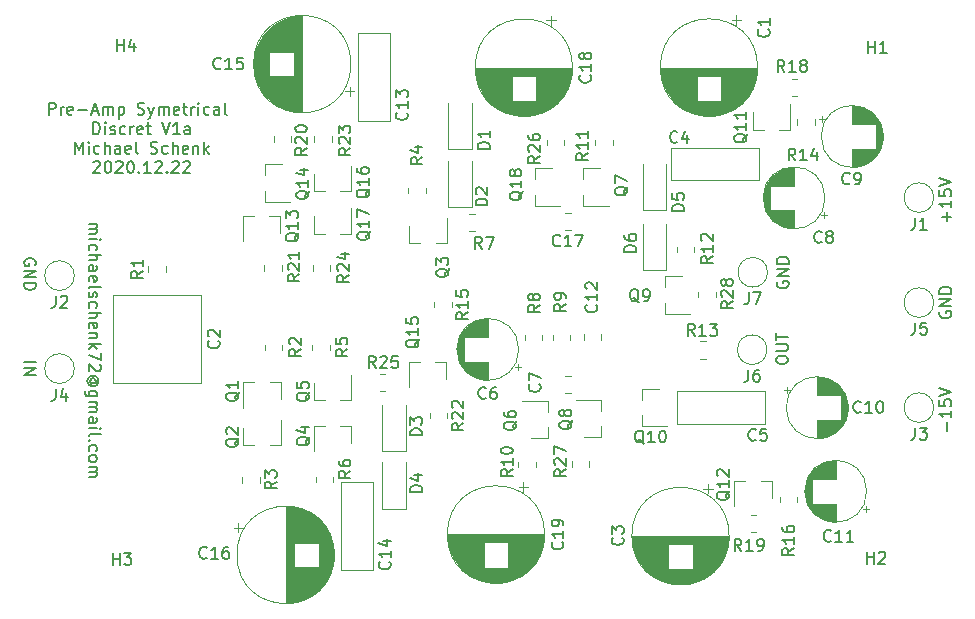
<source format=gbr>
G04 #@! TF.GenerationSoftware,KiCad,Pcbnew,(5.1.8-0-10_14)*
G04 #@! TF.CreationDate,2020-12-22T22:27:09+01:00*
G04 #@! TF.ProjectId,pre-amp-discret,7072652d-616d-4702-9d64-697363726574,rev?*
G04 #@! TF.SameCoordinates,Original*
G04 #@! TF.FileFunction,Legend,Top*
G04 #@! TF.FilePolarity,Positive*
%FSLAX46Y46*%
G04 Gerber Fmt 4.6, Leading zero omitted, Abs format (unit mm)*
G04 Created by KiCad (PCBNEW (5.1.8-0-10_14)) date 2020-12-22 22:27:09*
%MOMM*%
%LPD*%
G01*
G04 APERTURE LIST*
%ADD10C,0.150000*%
%ADD11C,0.120000*%
G04 APERTURE END LIST*
D10*
X200731428Y-132825904D02*
X200731428Y-132064000D01*
X201112380Y-131064000D02*
X201112380Y-131635428D01*
X201112380Y-131349714D02*
X200112380Y-131349714D01*
X200255238Y-131444952D01*
X200350476Y-131540190D01*
X200398095Y-131635428D01*
X200112380Y-130159238D02*
X200112380Y-130635428D01*
X200588571Y-130683047D01*
X200540952Y-130635428D01*
X200493333Y-130540190D01*
X200493333Y-130302095D01*
X200540952Y-130206857D01*
X200588571Y-130159238D01*
X200683809Y-130111619D01*
X200921904Y-130111619D01*
X201017142Y-130159238D01*
X201064761Y-130206857D01*
X201112380Y-130302095D01*
X201112380Y-130540190D01*
X201064761Y-130635428D01*
X201017142Y-130683047D01*
X200112380Y-129825904D02*
X201112380Y-129492571D01*
X200112380Y-129159238D01*
X128097019Y-115244314D02*
X128763685Y-115244314D01*
X128668447Y-115244314D02*
X128716066Y-115291933D01*
X128763685Y-115387171D01*
X128763685Y-115530028D01*
X128716066Y-115625266D01*
X128620828Y-115672885D01*
X128097019Y-115672885D01*
X128620828Y-115672885D02*
X128716066Y-115720504D01*
X128763685Y-115815742D01*
X128763685Y-115958600D01*
X128716066Y-116053838D01*
X128620828Y-116101457D01*
X128097019Y-116101457D01*
X128097019Y-116577647D02*
X128763685Y-116577647D01*
X129097019Y-116577647D02*
X129049400Y-116530028D01*
X129001780Y-116577647D01*
X129049400Y-116625266D01*
X129097019Y-116577647D01*
X129001780Y-116577647D01*
X128144638Y-117482409D02*
X128097019Y-117387171D01*
X128097019Y-117196695D01*
X128144638Y-117101457D01*
X128192257Y-117053838D01*
X128287495Y-117006219D01*
X128573209Y-117006219D01*
X128668447Y-117053838D01*
X128716066Y-117101457D01*
X128763685Y-117196695D01*
X128763685Y-117387171D01*
X128716066Y-117482409D01*
X128097019Y-117910980D02*
X129097019Y-117910980D01*
X128097019Y-118339552D02*
X128620828Y-118339552D01*
X128716066Y-118291933D01*
X128763685Y-118196695D01*
X128763685Y-118053838D01*
X128716066Y-117958600D01*
X128668447Y-117910980D01*
X128097019Y-119244314D02*
X128620828Y-119244314D01*
X128716066Y-119196695D01*
X128763685Y-119101457D01*
X128763685Y-118910980D01*
X128716066Y-118815742D01*
X128144638Y-119244314D02*
X128097019Y-119149076D01*
X128097019Y-118910980D01*
X128144638Y-118815742D01*
X128239876Y-118768123D01*
X128335114Y-118768123D01*
X128430352Y-118815742D01*
X128477971Y-118910980D01*
X128477971Y-119149076D01*
X128525590Y-119244314D01*
X128144638Y-120101457D02*
X128097019Y-120006219D01*
X128097019Y-119815742D01*
X128144638Y-119720504D01*
X128239876Y-119672885D01*
X128620828Y-119672885D01*
X128716066Y-119720504D01*
X128763685Y-119815742D01*
X128763685Y-120006219D01*
X128716066Y-120101457D01*
X128620828Y-120149076D01*
X128525590Y-120149076D01*
X128430352Y-119672885D01*
X128097019Y-120720504D02*
X128144638Y-120625266D01*
X128239876Y-120577647D01*
X129097019Y-120577647D01*
X128144638Y-121053838D02*
X128097019Y-121149076D01*
X128097019Y-121339552D01*
X128144638Y-121434790D01*
X128239876Y-121482409D01*
X128287495Y-121482409D01*
X128382733Y-121434790D01*
X128430352Y-121339552D01*
X128430352Y-121196695D01*
X128477971Y-121101457D01*
X128573209Y-121053838D01*
X128620828Y-121053838D01*
X128716066Y-121101457D01*
X128763685Y-121196695D01*
X128763685Y-121339552D01*
X128716066Y-121434790D01*
X128144638Y-122339552D02*
X128097019Y-122244314D01*
X128097019Y-122053838D01*
X128144638Y-121958600D01*
X128192257Y-121910980D01*
X128287495Y-121863361D01*
X128573209Y-121863361D01*
X128668447Y-121910980D01*
X128716066Y-121958600D01*
X128763685Y-122053838D01*
X128763685Y-122244314D01*
X128716066Y-122339552D01*
X128097019Y-122768123D02*
X129097019Y-122768123D01*
X128097019Y-123196695D02*
X128620828Y-123196695D01*
X128716066Y-123149076D01*
X128763685Y-123053838D01*
X128763685Y-122910980D01*
X128716066Y-122815742D01*
X128668447Y-122768123D01*
X128144638Y-124053838D02*
X128097019Y-123958600D01*
X128097019Y-123768123D01*
X128144638Y-123672885D01*
X128239876Y-123625266D01*
X128620828Y-123625266D01*
X128716066Y-123672885D01*
X128763685Y-123768123D01*
X128763685Y-123958600D01*
X128716066Y-124053838D01*
X128620828Y-124101457D01*
X128525590Y-124101457D01*
X128430352Y-123625266D01*
X128763685Y-124530028D02*
X128097019Y-124530028D01*
X128668447Y-124530028D02*
X128716066Y-124577647D01*
X128763685Y-124672885D01*
X128763685Y-124815742D01*
X128716066Y-124910980D01*
X128620828Y-124958600D01*
X128097019Y-124958600D01*
X128097019Y-125434790D02*
X129097019Y-125434790D01*
X128477971Y-125530028D02*
X128097019Y-125815742D01*
X128763685Y-125815742D02*
X128382733Y-125434790D01*
X129097019Y-126149076D02*
X129097019Y-126815742D01*
X128097019Y-126387171D01*
X129001780Y-127149076D02*
X129049400Y-127196695D01*
X129097019Y-127291933D01*
X129097019Y-127530028D01*
X129049400Y-127625266D01*
X129001780Y-127672885D01*
X128906542Y-127720504D01*
X128811304Y-127720504D01*
X128668447Y-127672885D01*
X128097019Y-127101457D01*
X128097019Y-127720504D01*
X128573209Y-128768123D02*
X128620828Y-128720504D01*
X128668447Y-128625266D01*
X128668447Y-128530028D01*
X128620828Y-128434790D01*
X128573209Y-128387171D01*
X128477971Y-128339552D01*
X128382733Y-128339552D01*
X128287495Y-128387171D01*
X128239876Y-128434790D01*
X128192257Y-128530028D01*
X128192257Y-128625266D01*
X128239876Y-128720504D01*
X128287495Y-128768123D01*
X128668447Y-128768123D02*
X128287495Y-128768123D01*
X128239876Y-128815742D01*
X128239876Y-128863361D01*
X128287495Y-128958600D01*
X128382733Y-129006219D01*
X128620828Y-129006219D01*
X128763685Y-128910980D01*
X128858923Y-128768123D01*
X128906542Y-128577647D01*
X128858923Y-128387171D01*
X128763685Y-128244314D01*
X128620828Y-128149076D01*
X128430352Y-128101457D01*
X128239876Y-128149076D01*
X128097019Y-128244314D01*
X128001780Y-128387171D01*
X127954161Y-128577647D01*
X128001780Y-128768123D01*
X128097019Y-128910980D01*
X128763685Y-129863361D02*
X127954161Y-129863361D01*
X127858923Y-129815742D01*
X127811304Y-129768123D01*
X127763685Y-129672885D01*
X127763685Y-129530028D01*
X127811304Y-129434790D01*
X128144638Y-129863361D02*
X128097019Y-129768123D01*
X128097019Y-129577647D01*
X128144638Y-129482409D01*
X128192257Y-129434790D01*
X128287495Y-129387171D01*
X128573209Y-129387171D01*
X128668447Y-129434790D01*
X128716066Y-129482409D01*
X128763685Y-129577647D01*
X128763685Y-129768123D01*
X128716066Y-129863361D01*
X128097019Y-130339552D02*
X128763685Y-130339552D01*
X128668447Y-130339552D02*
X128716066Y-130387171D01*
X128763685Y-130482409D01*
X128763685Y-130625266D01*
X128716066Y-130720504D01*
X128620828Y-130768123D01*
X128097019Y-130768123D01*
X128620828Y-130768123D02*
X128716066Y-130815742D01*
X128763685Y-130910980D01*
X128763685Y-131053838D01*
X128716066Y-131149076D01*
X128620828Y-131196695D01*
X128097019Y-131196695D01*
X128097019Y-132101457D02*
X128620828Y-132101457D01*
X128716066Y-132053838D01*
X128763685Y-131958600D01*
X128763685Y-131768123D01*
X128716066Y-131672885D01*
X128144638Y-132101457D02*
X128097019Y-132006219D01*
X128097019Y-131768123D01*
X128144638Y-131672885D01*
X128239876Y-131625266D01*
X128335114Y-131625266D01*
X128430352Y-131672885D01*
X128477971Y-131768123D01*
X128477971Y-132006219D01*
X128525590Y-132101457D01*
X128097019Y-132577647D02*
X128763685Y-132577647D01*
X129097019Y-132577647D02*
X129049400Y-132530028D01*
X129001780Y-132577647D01*
X129049400Y-132625266D01*
X129097019Y-132577647D01*
X129001780Y-132577647D01*
X128097019Y-133196695D02*
X128144638Y-133101457D01*
X128239876Y-133053838D01*
X129097019Y-133053838D01*
X128192257Y-133577647D02*
X128144638Y-133625266D01*
X128097019Y-133577647D01*
X128144638Y-133530028D01*
X128192257Y-133577647D01*
X128097019Y-133577647D01*
X128144638Y-134482409D02*
X128097019Y-134387171D01*
X128097019Y-134196695D01*
X128144638Y-134101457D01*
X128192257Y-134053838D01*
X128287495Y-134006219D01*
X128573209Y-134006219D01*
X128668447Y-134053838D01*
X128716066Y-134101457D01*
X128763685Y-134196695D01*
X128763685Y-134387171D01*
X128716066Y-134482409D01*
X128097019Y-135053838D02*
X128144638Y-134958600D01*
X128192257Y-134910980D01*
X128287495Y-134863361D01*
X128573209Y-134863361D01*
X128668447Y-134910980D01*
X128716066Y-134958600D01*
X128763685Y-135053838D01*
X128763685Y-135196695D01*
X128716066Y-135291933D01*
X128668447Y-135339552D01*
X128573209Y-135387171D01*
X128287495Y-135387171D01*
X128192257Y-135339552D01*
X128144638Y-135291933D01*
X128097019Y-135196695D01*
X128097019Y-135053838D01*
X128097019Y-135815742D02*
X128763685Y-135815742D01*
X128668447Y-135815742D02*
X128716066Y-135863361D01*
X128763685Y-135958600D01*
X128763685Y-136101457D01*
X128716066Y-136196695D01*
X128620828Y-136244314D01*
X128097019Y-136244314D01*
X128620828Y-136244314D02*
X128716066Y-136291933D01*
X128763685Y-136387171D01*
X128763685Y-136530028D01*
X128716066Y-136625266D01*
X128620828Y-136672885D01*
X128097019Y-136672885D01*
X124705457Y-106003580D02*
X124705457Y-105003580D01*
X125086409Y-105003580D01*
X125181647Y-105051200D01*
X125229266Y-105098819D01*
X125276885Y-105194057D01*
X125276885Y-105336914D01*
X125229266Y-105432152D01*
X125181647Y-105479771D01*
X125086409Y-105527390D01*
X124705457Y-105527390D01*
X125705457Y-106003580D02*
X125705457Y-105336914D01*
X125705457Y-105527390D02*
X125753076Y-105432152D01*
X125800695Y-105384533D01*
X125895933Y-105336914D01*
X125991171Y-105336914D01*
X126705457Y-105955961D02*
X126610219Y-106003580D01*
X126419742Y-106003580D01*
X126324504Y-105955961D01*
X126276885Y-105860723D01*
X126276885Y-105479771D01*
X126324504Y-105384533D01*
X126419742Y-105336914D01*
X126610219Y-105336914D01*
X126705457Y-105384533D01*
X126753076Y-105479771D01*
X126753076Y-105575009D01*
X126276885Y-105670247D01*
X127181647Y-105622628D02*
X127943552Y-105622628D01*
X128372123Y-105717866D02*
X128848314Y-105717866D01*
X128276885Y-106003580D02*
X128610219Y-105003580D01*
X128943552Y-106003580D01*
X129276885Y-106003580D02*
X129276885Y-105336914D01*
X129276885Y-105432152D02*
X129324504Y-105384533D01*
X129419742Y-105336914D01*
X129562600Y-105336914D01*
X129657838Y-105384533D01*
X129705457Y-105479771D01*
X129705457Y-106003580D01*
X129705457Y-105479771D02*
X129753076Y-105384533D01*
X129848314Y-105336914D01*
X129991171Y-105336914D01*
X130086409Y-105384533D01*
X130134028Y-105479771D01*
X130134028Y-106003580D01*
X130610219Y-105336914D02*
X130610219Y-106336914D01*
X130610219Y-105384533D02*
X130705457Y-105336914D01*
X130895933Y-105336914D01*
X130991171Y-105384533D01*
X131038790Y-105432152D01*
X131086409Y-105527390D01*
X131086409Y-105813104D01*
X131038790Y-105908342D01*
X130991171Y-105955961D01*
X130895933Y-106003580D01*
X130705457Y-106003580D01*
X130610219Y-105955961D01*
X132229266Y-105955961D02*
X132372123Y-106003580D01*
X132610219Y-106003580D01*
X132705457Y-105955961D01*
X132753076Y-105908342D01*
X132800695Y-105813104D01*
X132800695Y-105717866D01*
X132753076Y-105622628D01*
X132705457Y-105575009D01*
X132610219Y-105527390D01*
X132419742Y-105479771D01*
X132324504Y-105432152D01*
X132276885Y-105384533D01*
X132229266Y-105289295D01*
X132229266Y-105194057D01*
X132276885Y-105098819D01*
X132324504Y-105051200D01*
X132419742Y-105003580D01*
X132657838Y-105003580D01*
X132800695Y-105051200D01*
X133134028Y-105336914D02*
X133372123Y-106003580D01*
X133610219Y-105336914D02*
X133372123Y-106003580D01*
X133276885Y-106241676D01*
X133229266Y-106289295D01*
X133134028Y-106336914D01*
X133991171Y-106003580D02*
X133991171Y-105336914D01*
X133991171Y-105432152D02*
X134038790Y-105384533D01*
X134134028Y-105336914D01*
X134276885Y-105336914D01*
X134372123Y-105384533D01*
X134419742Y-105479771D01*
X134419742Y-106003580D01*
X134419742Y-105479771D02*
X134467361Y-105384533D01*
X134562600Y-105336914D01*
X134705457Y-105336914D01*
X134800695Y-105384533D01*
X134848314Y-105479771D01*
X134848314Y-106003580D01*
X135705457Y-105955961D02*
X135610219Y-106003580D01*
X135419742Y-106003580D01*
X135324504Y-105955961D01*
X135276885Y-105860723D01*
X135276885Y-105479771D01*
X135324504Y-105384533D01*
X135419742Y-105336914D01*
X135610219Y-105336914D01*
X135705457Y-105384533D01*
X135753076Y-105479771D01*
X135753076Y-105575009D01*
X135276885Y-105670247D01*
X136038790Y-105336914D02*
X136419742Y-105336914D01*
X136181647Y-105003580D02*
X136181647Y-105860723D01*
X136229266Y-105955961D01*
X136324504Y-106003580D01*
X136419742Y-106003580D01*
X136753076Y-106003580D02*
X136753076Y-105336914D01*
X136753076Y-105527390D02*
X136800695Y-105432152D01*
X136848314Y-105384533D01*
X136943552Y-105336914D01*
X137038790Y-105336914D01*
X137372123Y-106003580D02*
X137372123Y-105336914D01*
X137372123Y-105003580D02*
X137324504Y-105051200D01*
X137372123Y-105098819D01*
X137419742Y-105051200D01*
X137372123Y-105003580D01*
X137372123Y-105098819D01*
X138276885Y-105955961D02*
X138181647Y-106003580D01*
X137991171Y-106003580D01*
X137895933Y-105955961D01*
X137848314Y-105908342D01*
X137800695Y-105813104D01*
X137800695Y-105527390D01*
X137848314Y-105432152D01*
X137895933Y-105384533D01*
X137991171Y-105336914D01*
X138181647Y-105336914D01*
X138276885Y-105384533D01*
X139134028Y-106003580D02*
X139134028Y-105479771D01*
X139086409Y-105384533D01*
X138991171Y-105336914D01*
X138800695Y-105336914D01*
X138705457Y-105384533D01*
X139134028Y-105955961D02*
X139038790Y-106003580D01*
X138800695Y-106003580D01*
X138705457Y-105955961D01*
X138657838Y-105860723D01*
X138657838Y-105765485D01*
X138705457Y-105670247D01*
X138800695Y-105622628D01*
X139038790Y-105622628D01*
X139134028Y-105575009D01*
X139753076Y-106003580D02*
X139657838Y-105955961D01*
X139610219Y-105860723D01*
X139610219Y-105003580D01*
X128467361Y-107653580D02*
X128467361Y-106653580D01*
X128705457Y-106653580D01*
X128848314Y-106701200D01*
X128943552Y-106796438D01*
X128991171Y-106891676D01*
X129038790Y-107082152D01*
X129038790Y-107225009D01*
X128991171Y-107415485D01*
X128943552Y-107510723D01*
X128848314Y-107605961D01*
X128705457Y-107653580D01*
X128467361Y-107653580D01*
X129467361Y-107653580D02*
X129467361Y-106986914D01*
X129467361Y-106653580D02*
X129419742Y-106701200D01*
X129467361Y-106748819D01*
X129514980Y-106701200D01*
X129467361Y-106653580D01*
X129467361Y-106748819D01*
X129895933Y-107605961D02*
X129991171Y-107653580D01*
X130181647Y-107653580D01*
X130276885Y-107605961D01*
X130324504Y-107510723D01*
X130324504Y-107463104D01*
X130276885Y-107367866D01*
X130181647Y-107320247D01*
X130038790Y-107320247D01*
X129943552Y-107272628D01*
X129895933Y-107177390D01*
X129895933Y-107129771D01*
X129943552Y-107034533D01*
X130038790Y-106986914D01*
X130181647Y-106986914D01*
X130276885Y-107034533D01*
X131181647Y-107605961D02*
X131086409Y-107653580D01*
X130895933Y-107653580D01*
X130800695Y-107605961D01*
X130753076Y-107558342D01*
X130705457Y-107463104D01*
X130705457Y-107177390D01*
X130753076Y-107082152D01*
X130800695Y-107034533D01*
X130895933Y-106986914D01*
X131086409Y-106986914D01*
X131181647Y-107034533D01*
X131610219Y-107653580D02*
X131610219Y-106986914D01*
X131610219Y-107177390D02*
X131657838Y-107082152D01*
X131705457Y-107034533D01*
X131800695Y-106986914D01*
X131895933Y-106986914D01*
X132610219Y-107605961D02*
X132514980Y-107653580D01*
X132324504Y-107653580D01*
X132229266Y-107605961D01*
X132181647Y-107510723D01*
X132181647Y-107129771D01*
X132229266Y-107034533D01*
X132324504Y-106986914D01*
X132514980Y-106986914D01*
X132610219Y-107034533D01*
X132657838Y-107129771D01*
X132657838Y-107225009D01*
X132181647Y-107320247D01*
X132943552Y-106986914D02*
X133324504Y-106986914D01*
X133086409Y-106653580D02*
X133086409Y-107510723D01*
X133134028Y-107605961D01*
X133229266Y-107653580D01*
X133324504Y-107653580D01*
X134276885Y-106653580D02*
X134610219Y-107653580D01*
X134943552Y-106653580D01*
X135800695Y-107653580D02*
X135229266Y-107653580D01*
X135514980Y-107653580D02*
X135514980Y-106653580D01*
X135419742Y-106796438D01*
X135324504Y-106891676D01*
X135229266Y-106939295D01*
X136657838Y-107653580D02*
X136657838Y-107129771D01*
X136610219Y-107034533D01*
X136514980Y-106986914D01*
X136324504Y-106986914D01*
X136229266Y-107034533D01*
X136657838Y-107605961D02*
X136562600Y-107653580D01*
X136324504Y-107653580D01*
X136229266Y-107605961D01*
X136181647Y-107510723D01*
X136181647Y-107415485D01*
X136229266Y-107320247D01*
X136324504Y-107272628D01*
X136562600Y-107272628D01*
X136657838Y-107225009D01*
X126943552Y-109303580D02*
X126943552Y-108303580D01*
X127276885Y-109017866D01*
X127610219Y-108303580D01*
X127610219Y-109303580D01*
X128086409Y-109303580D02*
X128086409Y-108636914D01*
X128086409Y-108303580D02*
X128038790Y-108351200D01*
X128086409Y-108398819D01*
X128134028Y-108351200D01*
X128086409Y-108303580D01*
X128086409Y-108398819D01*
X128991171Y-109255961D02*
X128895933Y-109303580D01*
X128705457Y-109303580D01*
X128610219Y-109255961D01*
X128562600Y-109208342D01*
X128514980Y-109113104D01*
X128514980Y-108827390D01*
X128562600Y-108732152D01*
X128610219Y-108684533D01*
X128705457Y-108636914D01*
X128895933Y-108636914D01*
X128991171Y-108684533D01*
X129419742Y-109303580D02*
X129419742Y-108303580D01*
X129848314Y-109303580D02*
X129848314Y-108779771D01*
X129800695Y-108684533D01*
X129705457Y-108636914D01*
X129562600Y-108636914D01*
X129467361Y-108684533D01*
X129419742Y-108732152D01*
X130753076Y-109303580D02*
X130753076Y-108779771D01*
X130705457Y-108684533D01*
X130610219Y-108636914D01*
X130419742Y-108636914D01*
X130324504Y-108684533D01*
X130753076Y-109255961D02*
X130657838Y-109303580D01*
X130419742Y-109303580D01*
X130324504Y-109255961D01*
X130276885Y-109160723D01*
X130276885Y-109065485D01*
X130324504Y-108970247D01*
X130419742Y-108922628D01*
X130657838Y-108922628D01*
X130753076Y-108875009D01*
X131610219Y-109255961D02*
X131514980Y-109303580D01*
X131324504Y-109303580D01*
X131229266Y-109255961D01*
X131181647Y-109160723D01*
X131181647Y-108779771D01*
X131229266Y-108684533D01*
X131324504Y-108636914D01*
X131514980Y-108636914D01*
X131610219Y-108684533D01*
X131657838Y-108779771D01*
X131657838Y-108875009D01*
X131181647Y-108970247D01*
X132229266Y-109303580D02*
X132134028Y-109255961D01*
X132086409Y-109160723D01*
X132086409Y-108303580D01*
X133324504Y-109255961D02*
X133467361Y-109303580D01*
X133705457Y-109303580D01*
X133800695Y-109255961D01*
X133848314Y-109208342D01*
X133895933Y-109113104D01*
X133895933Y-109017866D01*
X133848314Y-108922628D01*
X133800695Y-108875009D01*
X133705457Y-108827390D01*
X133514980Y-108779771D01*
X133419742Y-108732152D01*
X133372123Y-108684533D01*
X133324504Y-108589295D01*
X133324504Y-108494057D01*
X133372123Y-108398819D01*
X133419742Y-108351200D01*
X133514980Y-108303580D01*
X133753076Y-108303580D01*
X133895933Y-108351200D01*
X134753076Y-109255961D02*
X134657838Y-109303580D01*
X134467361Y-109303580D01*
X134372123Y-109255961D01*
X134324504Y-109208342D01*
X134276885Y-109113104D01*
X134276885Y-108827390D01*
X134324504Y-108732152D01*
X134372123Y-108684533D01*
X134467361Y-108636914D01*
X134657838Y-108636914D01*
X134753076Y-108684533D01*
X135181647Y-109303580D02*
X135181647Y-108303580D01*
X135610219Y-109303580D02*
X135610219Y-108779771D01*
X135562600Y-108684533D01*
X135467361Y-108636914D01*
X135324504Y-108636914D01*
X135229266Y-108684533D01*
X135181647Y-108732152D01*
X136467361Y-109255961D02*
X136372123Y-109303580D01*
X136181647Y-109303580D01*
X136086409Y-109255961D01*
X136038790Y-109160723D01*
X136038790Y-108779771D01*
X136086409Y-108684533D01*
X136181647Y-108636914D01*
X136372123Y-108636914D01*
X136467361Y-108684533D01*
X136514980Y-108779771D01*
X136514980Y-108875009D01*
X136038790Y-108970247D01*
X136943552Y-108636914D02*
X136943552Y-109303580D01*
X136943552Y-108732152D02*
X136991171Y-108684533D01*
X137086409Y-108636914D01*
X137229266Y-108636914D01*
X137324504Y-108684533D01*
X137372123Y-108779771D01*
X137372123Y-109303580D01*
X137848314Y-109303580D02*
X137848314Y-108303580D01*
X137943552Y-108922628D02*
X138229266Y-109303580D01*
X138229266Y-108636914D02*
X137848314Y-109017866D01*
X128467361Y-110048819D02*
X128514980Y-110001200D01*
X128610219Y-109953580D01*
X128848314Y-109953580D01*
X128943552Y-110001200D01*
X128991171Y-110048819D01*
X129038790Y-110144057D01*
X129038790Y-110239295D01*
X128991171Y-110382152D01*
X128419742Y-110953580D01*
X129038790Y-110953580D01*
X129657838Y-109953580D02*
X129753076Y-109953580D01*
X129848314Y-110001200D01*
X129895933Y-110048819D01*
X129943552Y-110144057D01*
X129991171Y-110334533D01*
X129991171Y-110572628D01*
X129943552Y-110763104D01*
X129895933Y-110858342D01*
X129848314Y-110905961D01*
X129753076Y-110953580D01*
X129657838Y-110953580D01*
X129562600Y-110905961D01*
X129514980Y-110858342D01*
X129467361Y-110763104D01*
X129419742Y-110572628D01*
X129419742Y-110334533D01*
X129467361Y-110144057D01*
X129514980Y-110048819D01*
X129562600Y-110001200D01*
X129657838Y-109953580D01*
X130372123Y-110048819D02*
X130419742Y-110001200D01*
X130514980Y-109953580D01*
X130753076Y-109953580D01*
X130848314Y-110001200D01*
X130895933Y-110048819D01*
X130943552Y-110144057D01*
X130943552Y-110239295D01*
X130895933Y-110382152D01*
X130324504Y-110953580D01*
X130943552Y-110953580D01*
X131562600Y-109953580D02*
X131657838Y-109953580D01*
X131753076Y-110001200D01*
X131800695Y-110048819D01*
X131848314Y-110144057D01*
X131895933Y-110334533D01*
X131895933Y-110572628D01*
X131848314Y-110763104D01*
X131800695Y-110858342D01*
X131753076Y-110905961D01*
X131657838Y-110953580D01*
X131562600Y-110953580D01*
X131467361Y-110905961D01*
X131419742Y-110858342D01*
X131372123Y-110763104D01*
X131324504Y-110572628D01*
X131324504Y-110334533D01*
X131372123Y-110144057D01*
X131419742Y-110048819D01*
X131467361Y-110001200D01*
X131562600Y-109953580D01*
X132324504Y-110858342D02*
X132372123Y-110905961D01*
X132324504Y-110953580D01*
X132276885Y-110905961D01*
X132324504Y-110858342D01*
X132324504Y-110953580D01*
X133324504Y-110953580D02*
X132753076Y-110953580D01*
X133038790Y-110953580D02*
X133038790Y-109953580D01*
X132943552Y-110096438D01*
X132848314Y-110191676D01*
X132753076Y-110239295D01*
X133705457Y-110048819D02*
X133753076Y-110001200D01*
X133848314Y-109953580D01*
X134086409Y-109953580D01*
X134181647Y-110001200D01*
X134229266Y-110048819D01*
X134276885Y-110144057D01*
X134276885Y-110239295D01*
X134229266Y-110382152D01*
X133657838Y-110953580D01*
X134276885Y-110953580D01*
X134705457Y-110858342D02*
X134753076Y-110905961D01*
X134705457Y-110953580D01*
X134657838Y-110905961D01*
X134705457Y-110858342D01*
X134705457Y-110953580D01*
X135134028Y-110048819D02*
X135181647Y-110001200D01*
X135276885Y-109953580D01*
X135514980Y-109953580D01*
X135610219Y-110001200D01*
X135657838Y-110048819D01*
X135705457Y-110144057D01*
X135705457Y-110239295D01*
X135657838Y-110382152D01*
X135086409Y-110953580D01*
X135705457Y-110953580D01*
X136086409Y-110048819D02*
X136134028Y-110001200D01*
X136229266Y-109953580D01*
X136467361Y-109953580D01*
X136562600Y-110001200D01*
X136610219Y-110048819D01*
X136657838Y-110144057D01*
X136657838Y-110239295D01*
X136610219Y-110382152D01*
X136038790Y-110953580D01*
X136657838Y-110953580D01*
X186380500Y-120141904D02*
X186332880Y-120237142D01*
X186332880Y-120380000D01*
X186380500Y-120522857D01*
X186475738Y-120618095D01*
X186570976Y-120665714D01*
X186761452Y-120713333D01*
X186904309Y-120713333D01*
X187094785Y-120665714D01*
X187190023Y-120618095D01*
X187285261Y-120522857D01*
X187332880Y-120380000D01*
X187332880Y-120284761D01*
X187285261Y-120141904D01*
X187237642Y-120094285D01*
X186904309Y-120094285D01*
X186904309Y-120284761D01*
X187332880Y-119665714D02*
X186332880Y-119665714D01*
X187332880Y-119094285D01*
X186332880Y-119094285D01*
X187332880Y-118618095D02*
X186332880Y-118618095D01*
X186332880Y-118380000D01*
X186380500Y-118237142D01*
X186475738Y-118141904D01*
X186570976Y-118094285D01*
X186761452Y-118046666D01*
X186904309Y-118046666D01*
X187094785Y-118094285D01*
X187190023Y-118141904D01*
X187285261Y-118237142D01*
X187332880Y-118380000D01*
X187332880Y-118618095D01*
X186269380Y-126857000D02*
X186269380Y-126666523D01*
X186317000Y-126571285D01*
X186412238Y-126476047D01*
X186602714Y-126428428D01*
X186936047Y-126428428D01*
X187126523Y-126476047D01*
X187221761Y-126571285D01*
X187269380Y-126666523D01*
X187269380Y-126857000D01*
X187221761Y-126952238D01*
X187126523Y-127047476D01*
X186936047Y-127095095D01*
X186602714Y-127095095D01*
X186412238Y-127047476D01*
X186317000Y-126952238D01*
X186269380Y-126857000D01*
X186269380Y-125999857D02*
X187078904Y-125999857D01*
X187174142Y-125952238D01*
X187221761Y-125904619D01*
X187269380Y-125809380D01*
X187269380Y-125618904D01*
X187221761Y-125523666D01*
X187174142Y-125476047D01*
X187078904Y-125428428D01*
X186269380Y-125428428D01*
X186269380Y-125095095D02*
X186269380Y-124523666D01*
X187269380Y-124809380D02*
X186269380Y-124809380D01*
X123563000Y-118745095D02*
X123610619Y-118649857D01*
X123610619Y-118507000D01*
X123563000Y-118364142D01*
X123467761Y-118268904D01*
X123372523Y-118221285D01*
X123182047Y-118173666D01*
X123039190Y-118173666D01*
X122848714Y-118221285D01*
X122753476Y-118268904D01*
X122658238Y-118364142D01*
X122610619Y-118507000D01*
X122610619Y-118602238D01*
X122658238Y-118745095D01*
X122705857Y-118792714D01*
X123039190Y-118792714D01*
X123039190Y-118602238D01*
X122610619Y-119221285D02*
X123610619Y-119221285D01*
X122610619Y-119792714D01*
X123610619Y-119792714D01*
X122610619Y-120268904D02*
X123610619Y-120268904D01*
X123610619Y-120507000D01*
X123563000Y-120649857D01*
X123467761Y-120745095D01*
X123372523Y-120792714D01*
X123182047Y-120840333D01*
X123039190Y-120840333D01*
X122848714Y-120792714D01*
X122753476Y-120745095D01*
X122658238Y-120649857D01*
X122610619Y-120507000D01*
X122610619Y-120268904D01*
X122610619Y-126984190D02*
X123610619Y-126984190D01*
X122610619Y-127460380D02*
X123610619Y-127460380D01*
X122610619Y-128031809D01*
X123610619Y-128031809D01*
X200160000Y-122681904D02*
X200112380Y-122777142D01*
X200112380Y-122920000D01*
X200160000Y-123062857D01*
X200255238Y-123158095D01*
X200350476Y-123205714D01*
X200540952Y-123253333D01*
X200683809Y-123253333D01*
X200874285Y-123205714D01*
X200969523Y-123158095D01*
X201064761Y-123062857D01*
X201112380Y-122920000D01*
X201112380Y-122824761D01*
X201064761Y-122681904D01*
X201017142Y-122634285D01*
X200683809Y-122634285D01*
X200683809Y-122824761D01*
X201112380Y-122205714D02*
X200112380Y-122205714D01*
X201112380Y-121634285D01*
X200112380Y-121634285D01*
X201112380Y-121158095D02*
X200112380Y-121158095D01*
X200112380Y-120920000D01*
X200160000Y-120777142D01*
X200255238Y-120681904D01*
X200350476Y-120634285D01*
X200540952Y-120586666D01*
X200683809Y-120586666D01*
X200874285Y-120634285D01*
X200969523Y-120681904D01*
X201064761Y-120777142D01*
X201112380Y-120920000D01*
X201112380Y-121158095D01*
X200731428Y-115045904D02*
X200731428Y-114284000D01*
X201112380Y-114664952D02*
X200350476Y-114664952D01*
X201112380Y-113284000D02*
X201112380Y-113855428D01*
X201112380Y-113569714D02*
X200112380Y-113569714D01*
X200255238Y-113664952D01*
X200350476Y-113760190D01*
X200398095Y-113855428D01*
X200112380Y-112379238D02*
X200112380Y-112855428D01*
X200588571Y-112903047D01*
X200540952Y-112855428D01*
X200493333Y-112760190D01*
X200493333Y-112522095D01*
X200540952Y-112426857D01*
X200588571Y-112379238D01*
X200683809Y-112331619D01*
X200921904Y-112331619D01*
X201017142Y-112379238D01*
X201064761Y-112426857D01*
X201112380Y-112522095D01*
X201112380Y-112760190D01*
X201064761Y-112855428D01*
X201017142Y-112903047D01*
X200112380Y-112045904D02*
X201112380Y-111712571D01*
X200112380Y-111379238D01*
D11*
X188060000Y-138800064D02*
X188060000Y-138345936D01*
X186590000Y-138800064D02*
X186590000Y-138345936D01*
X166680000Y-141551600D02*
G75*
G03*
X166680000Y-141551600I-4120000J0D01*
G01*
X166640000Y-141551600D02*
X158480000Y-141551600D01*
X166640000Y-141591600D02*
X158480000Y-141591600D01*
X166640000Y-141631600D02*
X158480000Y-141631600D01*
X166639000Y-141671600D02*
X158481000Y-141671600D01*
X166637000Y-141711600D02*
X158483000Y-141711600D01*
X166636000Y-141751600D02*
X158484000Y-141751600D01*
X166634000Y-141791600D02*
X158486000Y-141791600D01*
X166631000Y-141831600D02*
X158489000Y-141831600D01*
X166628000Y-141871600D02*
X158492000Y-141871600D01*
X166625000Y-141911600D02*
X158495000Y-141911600D01*
X166621000Y-141951600D02*
X158499000Y-141951600D01*
X166617000Y-141991600D02*
X158503000Y-141991600D01*
X166612000Y-142031600D02*
X158508000Y-142031600D01*
X166608000Y-142071600D02*
X158512000Y-142071600D01*
X166602000Y-142111600D02*
X158518000Y-142111600D01*
X166597000Y-142151600D02*
X158523000Y-142151600D01*
X166590000Y-142191600D02*
X158530000Y-142191600D01*
X166584000Y-142231600D02*
X158536000Y-142231600D01*
X166577000Y-142272600D02*
X163600000Y-142272600D01*
X161520000Y-142272600D02*
X158543000Y-142272600D01*
X166570000Y-142312600D02*
X163600000Y-142312600D01*
X161520000Y-142312600D02*
X158550000Y-142312600D01*
X166562000Y-142352600D02*
X163600000Y-142352600D01*
X161520000Y-142352600D02*
X158558000Y-142352600D01*
X166554000Y-142392600D02*
X163600000Y-142392600D01*
X161520000Y-142392600D02*
X158566000Y-142392600D01*
X166545000Y-142432600D02*
X163600000Y-142432600D01*
X161520000Y-142432600D02*
X158575000Y-142432600D01*
X166536000Y-142472600D02*
X163600000Y-142472600D01*
X161520000Y-142472600D02*
X158584000Y-142472600D01*
X166527000Y-142512600D02*
X163600000Y-142512600D01*
X161520000Y-142512600D02*
X158593000Y-142512600D01*
X166517000Y-142552600D02*
X163600000Y-142552600D01*
X161520000Y-142552600D02*
X158603000Y-142552600D01*
X166507000Y-142592600D02*
X163600000Y-142592600D01*
X161520000Y-142592600D02*
X158613000Y-142592600D01*
X166496000Y-142632600D02*
X163600000Y-142632600D01*
X161520000Y-142632600D02*
X158624000Y-142632600D01*
X166485000Y-142672600D02*
X163600000Y-142672600D01*
X161520000Y-142672600D02*
X158635000Y-142672600D01*
X166474000Y-142712600D02*
X163600000Y-142712600D01*
X161520000Y-142712600D02*
X158646000Y-142712600D01*
X166462000Y-142752600D02*
X163600000Y-142752600D01*
X161520000Y-142752600D02*
X158658000Y-142752600D01*
X166449000Y-142792600D02*
X163600000Y-142792600D01*
X161520000Y-142792600D02*
X158671000Y-142792600D01*
X166437000Y-142832600D02*
X163600000Y-142832600D01*
X161520000Y-142832600D02*
X158683000Y-142832600D01*
X166423000Y-142872600D02*
X163600000Y-142872600D01*
X161520000Y-142872600D02*
X158697000Y-142872600D01*
X166410000Y-142912600D02*
X163600000Y-142912600D01*
X161520000Y-142912600D02*
X158710000Y-142912600D01*
X166395000Y-142952600D02*
X163600000Y-142952600D01*
X161520000Y-142952600D02*
X158725000Y-142952600D01*
X166381000Y-142992600D02*
X163600000Y-142992600D01*
X161520000Y-142992600D02*
X158739000Y-142992600D01*
X166365000Y-143032600D02*
X163600000Y-143032600D01*
X161520000Y-143032600D02*
X158755000Y-143032600D01*
X166350000Y-143072600D02*
X163600000Y-143072600D01*
X161520000Y-143072600D02*
X158770000Y-143072600D01*
X166334000Y-143112600D02*
X163600000Y-143112600D01*
X161520000Y-143112600D02*
X158786000Y-143112600D01*
X166317000Y-143152600D02*
X163600000Y-143152600D01*
X161520000Y-143152600D02*
X158803000Y-143152600D01*
X166300000Y-143192600D02*
X163600000Y-143192600D01*
X161520000Y-143192600D02*
X158820000Y-143192600D01*
X166282000Y-143232600D02*
X163600000Y-143232600D01*
X161520000Y-143232600D02*
X158838000Y-143232600D01*
X166264000Y-143272600D02*
X163600000Y-143272600D01*
X161520000Y-143272600D02*
X158856000Y-143272600D01*
X166246000Y-143312600D02*
X163600000Y-143312600D01*
X161520000Y-143312600D02*
X158874000Y-143312600D01*
X166226000Y-143352600D02*
X163600000Y-143352600D01*
X161520000Y-143352600D02*
X158894000Y-143352600D01*
X166207000Y-143392600D02*
X163600000Y-143392600D01*
X161520000Y-143392600D02*
X158913000Y-143392600D01*
X166187000Y-143432600D02*
X163600000Y-143432600D01*
X161520000Y-143432600D02*
X158933000Y-143432600D01*
X166166000Y-143472600D02*
X163600000Y-143472600D01*
X161520000Y-143472600D02*
X158954000Y-143472600D01*
X166144000Y-143512600D02*
X163600000Y-143512600D01*
X161520000Y-143512600D02*
X158976000Y-143512600D01*
X166122000Y-143552600D02*
X163600000Y-143552600D01*
X161520000Y-143552600D02*
X158998000Y-143552600D01*
X166100000Y-143592600D02*
X163600000Y-143592600D01*
X161520000Y-143592600D02*
X159020000Y-143592600D01*
X166077000Y-143632600D02*
X163600000Y-143632600D01*
X161520000Y-143632600D02*
X159043000Y-143632600D01*
X166053000Y-143672600D02*
X163600000Y-143672600D01*
X161520000Y-143672600D02*
X159067000Y-143672600D01*
X166029000Y-143712600D02*
X163600000Y-143712600D01*
X161520000Y-143712600D02*
X159091000Y-143712600D01*
X166004000Y-143752600D02*
X163600000Y-143752600D01*
X161520000Y-143752600D02*
X159116000Y-143752600D01*
X165978000Y-143792600D02*
X163600000Y-143792600D01*
X161520000Y-143792600D02*
X159142000Y-143792600D01*
X165952000Y-143832600D02*
X163600000Y-143832600D01*
X161520000Y-143832600D02*
X159168000Y-143832600D01*
X165925000Y-143872600D02*
X163600000Y-143872600D01*
X161520000Y-143872600D02*
X159195000Y-143872600D01*
X165898000Y-143912600D02*
X163600000Y-143912600D01*
X161520000Y-143912600D02*
X159222000Y-143912600D01*
X165869000Y-143952600D02*
X163600000Y-143952600D01*
X161520000Y-143952600D02*
X159251000Y-143952600D01*
X165840000Y-143992600D02*
X163600000Y-143992600D01*
X161520000Y-143992600D02*
X159280000Y-143992600D01*
X165810000Y-144032600D02*
X163600000Y-144032600D01*
X161520000Y-144032600D02*
X159310000Y-144032600D01*
X165780000Y-144072600D02*
X163600000Y-144072600D01*
X161520000Y-144072600D02*
X159340000Y-144072600D01*
X165749000Y-144112600D02*
X163600000Y-144112600D01*
X161520000Y-144112600D02*
X159371000Y-144112600D01*
X165716000Y-144152600D02*
X163600000Y-144152600D01*
X161520000Y-144152600D02*
X159404000Y-144152600D01*
X165684000Y-144192600D02*
X163600000Y-144192600D01*
X161520000Y-144192600D02*
X159436000Y-144192600D01*
X165650000Y-144232600D02*
X163600000Y-144232600D01*
X161520000Y-144232600D02*
X159470000Y-144232600D01*
X165615000Y-144272600D02*
X163600000Y-144272600D01*
X161520000Y-144272600D02*
X159505000Y-144272600D01*
X165579000Y-144312600D02*
X163600000Y-144312600D01*
X161520000Y-144312600D02*
X159541000Y-144312600D01*
X165543000Y-144352600D02*
X159577000Y-144352600D01*
X165505000Y-144392600D02*
X159615000Y-144392600D01*
X165467000Y-144432600D02*
X159653000Y-144432600D01*
X165427000Y-144472600D02*
X159693000Y-144472600D01*
X165386000Y-144512600D02*
X159734000Y-144512600D01*
X165344000Y-144552600D02*
X159776000Y-144552600D01*
X165301000Y-144592600D02*
X159819000Y-144592600D01*
X165257000Y-144632600D02*
X159863000Y-144632600D01*
X165211000Y-144672600D02*
X159909000Y-144672600D01*
X165164000Y-144712600D02*
X159956000Y-144712600D01*
X165116000Y-144752600D02*
X160004000Y-144752600D01*
X165065000Y-144792600D02*
X160055000Y-144792600D01*
X165014000Y-144832600D02*
X160106000Y-144832600D01*
X164960000Y-144872600D02*
X160160000Y-144872600D01*
X164905000Y-144912600D02*
X160215000Y-144912600D01*
X164847000Y-144952600D02*
X160273000Y-144952600D01*
X164788000Y-144992600D02*
X160332000Y-144992600D01*
X164726000Y-145032600D02*
X160394000Y-145032600D01*
X164662000Y-145072600D02*
X160458000Y-145072600D01*
X164594000Y-145112600D02*
X160526000Y-145112600D01*
X164524000Y-145152600D02*
X160596000Y-145152600D01*
X164450000Y-145192600D02*
X160670000Y-145192600D01*
X164373000Y-145232600D02*
X160747000Y-145232600D01*
X164291000Y-145272600D02*
X160829000Y-145272600D01*
X164205000Y-145312600D02*
X160915000Y-145312600D01*
X164112000Y-145352600D02*
X161008000Y-145352600D01*
X164013000Y-145392600D02*
X161107000Y-145392600D01*
X163906000Y-145432600D02*
X161214000Y-145432600D01*
X163789000Y-145472600D02*
X161331000Y-145472600D01*
X163658000Y-145512600D02*
X161462000Y-145512600D01*
X163508000Y-145552600D02*
X161612000Y-145552600D01*
X163328000Y-145592600D02*
X161792000Y-145592600D01*
X163093000Y-145632600D02*
X162027000Y-145632600D01*
X164875000Y-137141902D02*
X164875000Y-137941902D01*
X165275000Y-137541902D02*
X164475000Y-137541902D01*
X169042200Y-102029200D02*
G75*
G03*
X169042200Y-102029200I-4120000J0D01*
G01*
X169002200Y-102029200D02*
X160842200Y-102029200D01*
X169002200Y-102069200D02*
X160842200Y-102069200D01*
X169002200Y-102109200D02*
X160842200Y-102109200D01*
X169001200Y-102149200D02*
X160843200Y-102149200D01*
X168999200Y-102189200D02*
X160845200Y-102189200D01*
X168998200Y-102229200D02*
X160846200Y-102229200D01*
X168996200Y-102269200D02*
X160848200Y-102269200D01*
X168993200Y-102309200D02*
X160851200Y-102309200D01*
X168990200Y-102349200D02*
X160854200Y-102349200D01*
X168987200Y-102389200D02*
X160857200Y-102389200D01*
X168983200Y-102429200D02*
X160861200Y-102429200D01*
X168979200Y-102469200D02*
X160865200Y-102469200D01*
X168974200Y-102509200D02*
X160870200Y-102509200D01*
X168970200Y-102549200D02*
X160874200Y-102549200D01*
X168964200Y-102589200D02*
X160880200Y-102589200D01*
X168959200Y-102629200D02*
X160885200Y-102629200D01*
X168952200Y-102669200D02*
X160892200Y-102669200D01*
X168946200Y-102709200D02*
X160898200Y-102709200D01*
X168939200Y-102750200D02*
X165962200Y-102750200D01*
X163882200Y-102750200D02*
X160905200Y-102750200D01*
X168932200Y-102790200D02*
X165962200Y-102790200D01*
X163882200Y-102790200D02*
X160912200Y-102790200D01*
X168924200Y-102830200D02*
X165962200Y-102830200D01*
X163882200Y-102830200D02*
X160920200Y-102830200D01*
X168916200Y-102870200D02*
X165962200Y-102870200D01*
X163882200Y-102870200D02*
X160928200Y-102870200D01*
X168907200Y-102910200D02*
X165962200Y-102910200D01*
X163882200Y-102910200D02*
X160937200Y-102910200D01*
X168898200Y-102950200D02*
X165962200Y-102950200D01*
X163882200Y-102950200D02*
X160946200Y-102950200D01*
X168889200Y-102990200D02*
X165962200Y-102990200D01*
X163882200Y-102990200D02*
X160955200Y-102990200D01*
X168879200Y-103030200D02*
X165962200Y-103030200D01*
X163882200Y-103030200D02*
X160965200Y-103030200D01*
X168869200Y-103070200D02*
X165962200Y-103070200D01*
X163882200Y-103070200D02*
X160975200Y-103070200D01*
X168858200Y-103110200D02*
X165962200Y-103110200D01*
X163882200Y-103110200D02*
X160986200Y-103110200D01*
X168847200Y-103150200D02*
X165962200Y-103150200D01*
X163882200Y-103150200D02*
X160997200Y-103150200D01*
X168836200Y-103190200D02*
X165962200Y-103190200D01*
X163882200Y-103190200D02*
X161008200Y-103190200D01*
X168824200Y-103230200D02*
X165962200Y-103230200D01*
X163882200Y-103230200D02*
X161020200Y-103230200D01*
X168811200Y-103270200D02*
X165962200Y-103270200D01*
X163882200Y-103270200D02*
X161033200Y-103270200D01*
X168799200Y-103310200D02*
X165962200Y-103310200D01*
X163882200Y-103310200D02*
X161045200Y-103310200D01*
X168785200Y-103350200D02*
X165962200Y-103350200D01*
X163882200Y-103350200D02*
X161059200Y-103350200D01*
X168772200Y-103390200D02*
X165962200Y-103390200D01*
X163882200Y-103390200D02*
X161072200Y-103390200D01*
X168757200Y-103430200D02*
X165962200Y-103430200D01*
X163882200Y-103430200D02*
X161087200Y-103430200D01*
X168743200Y-103470200D02*
X165962200Y-103470200D01*
X163882200Y-103470200D02*
X161101200Y-103470200D01*
X168727200Y-103510200D02*
X165962200Y-103510200D01*
X163882200Y-103510200D02*
X161117200Y-103510200D01*
X168712200Y-103550200D02*
X165962200Y-103550200D01*
X163882200Y-103550200D02*
X161132200Y-103550200D01*
X168696200Y-103590200D02*
X165962200Y-103590200D01*
X163882200Y-103590200D02*
X161148200Y-103590200D01*
X168679200Y-103630200D02*
X165962200Y-103630200D01*
X163882200Y-103630200D02*
X161165200Y-103630200D01*
X168662200Y-103670200D02*
X165962200Y-103670200D01*
X163882200Y-103670200D02*
X161182200Y-103670200D01*
X168644200Y-103710200D02*
X165962200Y-103710200D01*
X163882200Y-103710200D02*
X161200200Y-103710200D01*
X168626200Y-103750200D02*
X165962200Y-103750200D01*
X163882200Y-103750200D02*
X161218200Y-103750200D01*
X168608200Y-103790200D02*
X165962200Y-103790200D01*
X163882200Y-103790200D02*
X161236200Y-103790200D01*
X168588200Y-103830200D02*
X165962200Y-103830200D01*
X163882200Y-103830200D02*
X161256200Y-103830200D01*
X168569200Y-103870200D02*
X165962200Y-103870200D01*
X163882200Y-103870200D02*
X161275200Y-103870200D01*
X168549200Y-103910200D02*
X165962200Y-103910200D01*
X163882200Y-103910200D02*
X161295200Y-103910200D01*
X168528200Y-103950200D02*
X165962200Y-103950200D01*
X163882200Y-103950200D02*
X161316200Y-103950200D01*
X168506200Y-103990200D02*
X165962200Y-103990200D01*
X163882200Y-103990200D02*
X161338200Y-103990200D01*
X168484200Y-104030200D02*
X165962200Y-104030200D01*
X163882200Y-104030200D02*
X161360200Y-104030200D01*
X168462200Y-104070200D02*
X165962200Y-104070200D01*
X163882200Y-104070200D02*
X161382200Y-104070200D01*
X168439200Y-104110200D02*
X165962200Y-104110200D01*
X163882200Y-104110200D02*
X161405200Y-104110200D01*
X168415200Y-104150200D02*
X165962200Y-104150200D01*
X163882200Y-104150200D02*
X161429200Y-104150200D01*
X168391200Y-104190200D02*
X165962200Y-104190200D01*
X163882200Y-104190200D02*
X161453200Y-104190200D01*
X168366200Y-104230200D02*
X165962200Y-104230200D01*
X163882200Y-104230200D02*
X161478200Y-104230200D01*
X168340200Y-104270200D02*
X165962200Y-104270200D01*
X163882200Y-104270200D02*
X161504200Y-104270200D01*
X168314200Y-104310200D02*
X165962200Y-104310200D01*
X163882200Y-104310200D02*
X161530200Y-104310200D01*
X168287200Y-104350200D02*
X165962200Y-104350200D01*
X163882200Y-104350200D02*
X161557200Y-104350200D01*
X168260200Y-104390200D02*
X165962200Y-104390200D01*
X163882200Y-104390200D02*
X161584200Y-104390200D01*
X168231200Y-104430200D02*
X165962200Y-104430200D01*
X163882200Y-104430200D02*
X161613200Y-104430200D01*
X168202200Y-104470200D02*
X165962200Y-104470200D01*
X163882200Y-104470200D02*
X161642200Y-104470200D01*
X168172200Y-104510200D02*
X165962200Y-104510200D01*
X163882200Y-104510200D02*
X161672200Y-104510200D01*
X168142200Y-104550200D02*
X165962200Y-104550200D01*
X163882200Y-104550200D02*
X161702200Y-104550200D01*
X168111200Y-104590200D02*
X165962200Y-104590200D01*
X163882200Y-104590200D02*
X161733200Y-104590200D01*
X168078200Y-104630200D02*
X165962200Y-104630200D01*
X163882200Y-104630200D02*
X161766200Y-104630200D01*
X168046200Y-104670200D02*
X165962200Y-104670200D01*
X163882200Y-104670200D02*
X161798200Y-104670200D01*
X168012200Y-104710200D02*
X165962200Y-104710200D01*
X163882200Y-104710200D02*
X161832200Y-104710200D01*
X167977200Y-104750200D02*
X165962200Y-104750200D01*
X163882200Y-104750200D02*
X161867200Y-104750200D01*
X167941200Y-104790200D02*
X165962200Y-104790200D01*
X163882200Y-104790200D02*
X161903200Y-104790200D01*
X167905200Y-104830200D02*
X161939200Y-104830200D01*
X167867200Y-104870200D02*
X161977200Y-104870200D01*
X167829200Y-104910200D02*
X162015200Y-104910200D01*
X167789200Y-104950200D02*
X162055200Y-104950200D01*
X167748200Y-104990200D02*
X162096200Y-104990200D01*
X167706200Y-105030200D02*
X162138200Y-105030200D01*
X167663200Y-105070200D02*
X162181200Y-105070200D01*
X167619200Y-105110200D02*
X162225200Y-105110200D01*
X167573200Y-105150200D02*
X162271200Y-105150200D01*
X167526200Y-105190200D02*
X162318200Y-105190200D01*
X167478200Y-105230200D02*
X162366200Y-105230200D01*
X167427200Y-105270200D02*
X162417200Y-105270200D01*
X167376200Y-105310200D02*
X162468200Y-105310200D01*
X167322200Y-105350200D02*
X162522200Y-105350200D01*
X167267200Y-105390200D02*
X162577200Y-105390200D01*
X167209200Y-105430200D02*
X162635200Y-105430200D01*
X167150200Y-105470200D02*
X162694200Y-105470200D01*
X167088200Y-105510200D02*
X162756200Y-105510200D01*
X167024200Y-105550200D02*
X162820200Y-105550200D01*
X166956200Y-105590200D02*
X162888200Y-105590200D01*
X166886200Y-105630200D02*
X162958200Y-105630200D01*
X166812200Y-105670200D02*
X163032200Y-105670200D01*
X166735200Y-105710200D02*
X163109200Y-105710200D01*
X166653200Y-105750200D02*
X163191200Y-105750200D01*
X166567200Y-105790200D02*
X163277200Y-105790200D01*
X166474200Y-105830200D02*
X163370200Y-105830200D01*
X166375200Y-105870200D02*
X163469200Y-105870200D01*
X166268200Y-105910200D02*
X163576200Y-105910200D01*
X166151200Y-105950200D02*
X163693200Y-105950200D01*
X166020200Y-105990200D02*
X163824200Y-105990200D01*
X165870200Y-106030200D02*
X163974200Y-106030200D01*
X165690200Y-106070200D02*
X164154200Y-106070200D01*
X165455200Y-106110200D02*
X164389200Y-106110200D01*
X167237200Y-97619502D02*
X167237200Y-98419502D01*
X167637200Y-98019502D02*
X166837200Y-98019502D01*
X141073200Y-136713736D02*
X141073200Y-137167864D01*
X142543200Y-136713736D02*
X142543200Y-137167864D01*
X157354600Y-121880136D02*
X157354600Y-122334264D01*
X158824600Y-121880136D02*
X158824600Y-122334264D01*
X164419575Y-127607400D02*
X164419575Y-127107400D01*
X164669575Y-127357400D02*
X164169575Y-127357400D01*
X159263800Y-126166400D02*
X159263800Y-125598400D01*
X159303800Y-126400400D02*
X159303800Y-125364400D01*
X159343800Y-126559400D02*
X159343800Y-125205400D01*
X159383800Y-126687400D02*
X159383800Y-125077400D01*
X159423800Y-126797400D02*
X159423800Y-124967400D01*
X159463800Y-126893400D02*
X159463800Y-124871400D01*
X159503800Y-126980400D02*
X159503800Y-124784400D01*
X159543800Y-127060400D02*
X159543800Y-124704400D01*
X159583800Y-127133400D02*
X159583800Y-124631400D01*
X159623800Y-127201400D02*
X159623800Y-124563400D01*
X159663800Y-127265400D02*
X159663800Y-124499400D01*
X159703800Y-127325400D02*
X159703800Y-124439400D01*
X159743800Y-127382400D02*
X159743800Y-124382400D01*
X159783800Y-127436400D02*
X159783800Y-124328400D01*
X159823800Y-127487400D02*
X159823800Y-124277400D01*
X159863800Y-124842400D02*
X159863800Y-124229400D01*
X159863800Y-127535400D02*
X159863800Y-126922400D01*
X159903800Y-124842400D02*
X159903800Y-124183400D01*
X159903800Y-127581400D02*
X159903800Y-126922400D01*
X159943800Y-124842400D02*
X159943800Y-124139400D01*
X159943800Y-127625400D02*
X159943800Y-126922400D01*
X159983800Y-124842400D02*
X159983800Y-124097400D01*
X159983800Y-127667400D02*
X159983800Y-126922400D01*
X160023800Y-124842400D02*
X160023800Y-124056400D01*
X160023800Y-127708400D02*
X160023800Y-126922400D01*
X160063800Y-124842400D02*
X160063800Y-124018400D01*
X160063800Y-127746400D02*
X160063800Y-126922400D01*
X160103800Y-124842400D02*
X160103800Y-123981400D01*
X160103800Y-127783400D02*
X160103800Y-126922400D01*
X160143800Y-124842400D02*
X160143800Y-123945400D01*
X160143800Y-127819400D02*
X160143800Y-126922400D01*
X160183800Y-124842400D02*
X160183800Y-123911400D01*
X160183800Y-127853400D02*
X160183800Y-126922400D01*
X160223800Y-124842400D02*
X160223800Y-123878400D01*
X160223800Y-127886400D02*
X160223800Y-126922400D01*
X160263800Y-124842400D02*
X160263800Y-123847400D01*
X160263800Y-127917400D02*
X160263800Y-126922400D01*
X160303800Y-124842400D02*
X160303800Y-123817400D01*
X160303800Y-127947400D02*
X160303800Y-126922400D01*
X160343800Y-124842400D02*
X160343800Y-123787400D01*
X160343800Y-127977400D02*
X160343800Y-126922400D01*
X160383800Y-124842400D02*
X160383800Y-123760400D01*
X160383800Y-128004400D02*
X160383800Y-126922400D01*
X160423800Y-124842400D02*
X160423800Y-123733400D01*
X160423800Y-128031400D02*
X160423800Y-126922400D01*
X160463800Y-124842400D02*
X160463800Y-123707400D01*
X160463800Y-128057400D02*
X160463800Y-126922400D01*
X160503800Y-124842400D02*
X160503800Y-123682400D01*
X160503800Y-128082400D02*
X160503800Y-126922400D01*
X160543800Y-124842400D02*
X160543800Y-123658400D01*
X160543800Y-128106400D02*
X160543800Y-126922400D01*
X160583800Y-124842400D02*
X160583800Y-123635400D01*
X160583800Y-128129400D02*
X160583800Y-126922400D01*
X160623800Y-124842400D02*
X160623800Y-123614400D01*
X160623800Y-128150400D02*
X160623800Y-126922400D01*
X160663800Y-124842400D02*
X160663800Y-123592400D01*
X160663800Y-128172400D02*
X160663800Y-126922400D01*
X160703800Y-124842400D02*
X160703800Y-123572400D01*
X160703800Y-128192400D02*
X160703800Y-126922400D01*
X160743800Y-124842400D02*
X160743800Y-123553400D01*
X160743800Y-128211400D02*
X160743800Y-126922400D01*
X160783800Y-124842400D02*
X160783800Y-123534400D01*
X160783800Y-128230400D02*
X160783800Y-126922400D01*
X160823800Y-124842400D02*
X160823800Y-123517400D01*
X160823800Y-128247400D02*
X160823800Y-126922400D01*
X160863800Y-124842400D02*
X160863800Y-123500400D01*
X160863800Y-128264400D02*
X160863800Y-126922400D01*
X160903800Y-124842400D02*
X160903800Y-123484400D01*
X160903800Y-128280400D02*
X160903800Y-126922400D01*
X160943800Y-124842400D02*
X160943800Y-123468400D01*
X160943800Y-128296400D02*
X160943800Y-126922400D01*
X160983800Y-124842400D02*
X160983800Y-123454400D01*
X160983800Y-128310400D02*
X160983800Y-126922400D01*
X161023800Y-124842400D02*
X161023800Y-123440400D01*
X161023800Y-128324400D02*
X161023800Y-126922400D01*
X161063800Y-124842400D02*
X161063800Y-123427400D01*
X161063800Y-128337400D02*
X161063800Y-126922400D01*
X161103800Y-124842400D02*
X161103800Y-123414400D01*
X161103800Y-128350400D02*
X161103800Y-126922400D01*
X161143800Y-124842400D02*
X161143800Y-123402400D01*
X161143800Y-128362400D02*
X161143800Y-126922400D01*
X161184800Y-124842400D02*
X161184800Y-123391400D01*
X161184800Y-128373400D02*
X161184800Y-126922400D01*
X161224800Y-124842400D02*
X161224800Y-123381400D01*
X161224800Y-128383400D02*
X161224800Y-126922400D01*
X161264800Y-124842400D02*
X161264800Y-123371400D01*
X161264800Y-128393400D02*
X161264800Y-126922400D01*
X161304800Y-124842400D02*
X161304800Y-123362400D01*
X161304800Y-128402400D02*
X161304800Y-126922400D01*
X161344800Y-124842400D02*
X161344800Y-123354400D01*
X161344800Y-128410400D02*
X161344800Y-126922400D01*
X161384800Y-124842400D02*
X161384800Y-123346400D01*
X161384800Y-128418400D02*
X161384800Y-126922400D01*
X161424800Y-124842400D02*
X161424800Y-123339400D01*
X161424800Y-128425400D02*
X161424800Y-126922400D01*
X161464800Y-124842400D02*
X161464800Y-123332400D01*
X161464800Y-128432400D02*
X161464800Y-126922400D01*
X161504800Y-124842400D02*
X161504800Y-123326400D01*
X161504800Y-128438400D02*
X161504800Y-126922400D01*
X161544800Y-124842400D02*
X161544800Y-123321400D01*
X161544800Y-128443400D02*
X161544800Y-126922400D01*
X161584800Y-124842400D02*
X161584800Y-123317400D01*
X161584800Y-128447400D02*
X161584800Y-126922400D01*
X161624800Y-124842400D02*
X161624800Y-123313400D01*
X161624800Y-128451400D02*
X161624800Y-126922400D01*
X161664800Y-124842400D02*
X161664800Y-123309400D01*
X161664800Y-128455400D02*
X161664800Y-126922400D01*
X161704800Y-124842400D02*
X161704800Y-123306400D01*
X161704800Y-128458400D02*
X161704800Y-126922400D01*
X161744800Y-124842400D02*
X161744800Y-123304400D01*
X161744800Y-128460400D02*
X161744800Y-126922400D01*
X161784800Y-124842400D02*
X161784800Y-123303400D01*
X161784800Y-128461400D02*
X161784800Y-126922400D01*
X161824800Y-128462400D02*
X161824800Y-126922400D01*
X161824800Y-124842400D02*
X161824800Y-123302400D01*
X161864800Y-128462400D02*
X161864800Y-126922400D01*
X161864800Y-124842400D02*
X161864800Y-123302400D01*
X164484800Y-125882400D02*
G75*
G03*
X164484800Y-125882400I-2620000J0D01*
G01*
X165854600Y-110550800D02*
X165854600Y-111480800D01*
X165854600Y-113710800D02*
X165854600Y-112780800D01*
X165854600Y-113710800D02*
X168014600Y-113710800D01*
X165854600Y-110550800D02*
X167314600Y-110550800D01*
X180329064Y-125185500D02*
X179874936Y-125185500D01*
X180329064Y-126655500D02*
X179874936Y-126655500D01*
X179706600Y-121451864D02*
X179706600Y-120997736D01*
X181176600Y-121451864D02*
X181176600Y-120997736D01*
X170457800Y-135367536D02*
X170457800Y-135821664D01*
X168987800Y-135367536D02*
X168987800Y-135821664D01*
X168349600Y-108119936D02*
X168349600Y-108574064D01*
X166879600Y-108119936D02*
X166879600Y-108574064D01*
X152706336Y-127966800D02*
X153160464Y-127966800D01*
X152706336Y-129436800D02*
X153160464Y-129436800D01*
X148512200Y-118755936D02*
X148512200Y-119210064D01*
X147042200Y-118755936D02*
X147042200Y-119210064D01*
X148639200Y-107840536D02*
X148639200Y-108294664D01*
X147169200Y-107840536D02*
X147169200Y-108294664D01*
X158443600Y-131278136D02*
X158443600Y-131732264D01*
X156973600Y-131278136D02*
X156973600Y-131732264D01*
X144422800Y-118755936D02*
X144422800Y-119210064D01*
X142952800Y-118755936D02*
X142952800Y-119210064D01*
X145210200Y-107840536D02*
X145210200Y-108294664D01*
X143740200Y-107840536D02*
X143740200Y-108294664D01*
X147121800Y-116085400D02*
X148051800Y-116085400D01*
X150281800Y-116085400D02*
X149351800Y-116085400D01*
X150281800Y-116085400D02*
X150281800Y-113925400D01*
X147121800Y-116085400D02*
X147121800Y-114625400D01*
X147137000Y-112510600D02*
X148067000Y-112510600D01*
X150297000Y-112510600D02*
X149367000Y-112510600D01*
X150297000Y-112510600D02*
X150297000Y-110350600D01*
X147137000Y-112510600D02*
X147137000Y-111050600D01*
X158323400Y-126935200D02*
X157393400Y-126935200D01*
X155163400Y-126935200D02*
X156093400Y-126935200D01*
X155163400Y-126935200D02*
X155163400Y-129095200D01*
X158323400Y-126935200D02*
X158323400Y-128395200D01*
X142969200Y-110220600D02*
X142969200Y-111150600D01*
X142969200Y-113380600D02*
X142969200Y-112450600D01*
X142969200Y-113380600D02*
X145129200Y-113380600D01*
X142969200Y-110220600D02*
X144429200Y-110220600D01*
X144302600Y-114572000D02*
X143372600Y-114572000D01*
X141142600Y-114572000D02*
X142072600Y-114572000D01*
X141142600Y-114572000D02*
X141142600Y-116732000D01*
X144302600Y-114572000D02*
X144302600Y-116032000D01*
X174971200Y-119140800D02*
X176971200Y-119140800D01*
X176971200Y-119140800D02*
X176971200Y-115240800D01*
X174971200Y-119140800D02*
X174971200Y-115240800D01*
X174971200Y-114112600D02*
X176971200Y-114112600D01*
X176971200Y-114112600D02*
X176971200Y-110212600D01*
X174971200Y-114112600D02*
X174971200Y-110212600D01*
X152924000Y-139358200D02*
X154924000Y-139358200D01*
X154924000Y-139358200D02*
X154924000Y-135458200D01*
X152924000Y-139358200D02*
X152924000Y-135458200D01*
X152924000Y-134457000D02*
X154924000Y-134457000D01*
X154924000Y-134457000D02*
X154924000Y-130557000D01*
X152924000Y-134457000D02*
X152924000Y-130557000D01*
X168895752Y-115771600D02*
X168373248Y-115771600D01*
X168895752Y-114301600D02*
X168373248Y-114301600D01*
X140742302Y-140566400D02*
X140742302Y-141366400D01*
X140342302Y-140966400D02*
X141142302Y-140966400D01*
X148833000Y-142748400D02*
X148833000Y-143814400D01*
X148793000Y-142513400D02*
X148793000Y-144049400D01*
X148753000Y-142333400D02*
X148753000Y-144229400D01*
X148713000Y-142183400D02*
X148713000Y-144379400D01*
X148673000Y-142052400D02*
X148673000Y-144510400D01*
X148633000Y-141935400D02*
X148633000Y-144627400D01*
X148593000Y-141828400D02*
X148593000Y-144734400D01*
X148553000Y-141729400D02*
X148553000Y-144833400D01*
X148513000Y-141636400D02*
X148513000Y-144926400D01*
X148473000Y-141550400D02*
X148473000Y-145012400D01*
X148433000Y-141468400D02*
X148433000Y-145094400D01*
X148393000Y-141391400D02*
X148393000Y-145171400D01*
X148353000Y-141317400D02*
X148353000Y-145245400D01*
X148313000Y-141247400D02*
X148313000Y-145315400D01*
X148273000Y-141179400D02*
X148273000Y-145383400D01*
X148233000Y-141115400D02*
X148233000Y-145447400D01*
X148193000Y-141053400D02*
X148193000Y-145509400D01*
X148153000Y-140994400D02*
X148153000Y-145568400D01*
X148113000Y-140936400D02*
X148113000Y-145626400D01*
X148073000Y-140881400D02*
X148073000Y-145681400D01*
X148033000Y-140827400D02*
X148033000Y-145735400D01*
X147993000Y-140776400D02*
X147993000Y-145786400D01*
X147953000Y-140725400D02*
X147953000Y-145837400D01*
X147913000Y-140677400D02*
X147913000Y-145885400D01*
X147873000Y-140630400D02*
X147873000Y-145932400D01*
X147833000Y-140584400D02*
X147833000Y-145978400D01*
X147793000Y-140540400D02*
X147793000Y-146022400D01*
X147753000Y-140497400D02*
X147753000Y-146065400D01*
X147713000Y-140455400D02*
X147713000Y-146107400D01*
X147673000Y-140414400D02*
X147673000Y-146148400D01*
X147633000Y-140374400D02*
X147633000Y-146188400D01*
X147593000Y-140336400D02*
X147593000Y-146226400D01*
X147553000Y-140298400D02*
X147553000Y-146264400D01*
X147513000Y-144321400D02*
X147513000Y-146300400D01*
X147513000Y-140262400D02*
X147513000Y-142241400D01*
X147473000Y-144321400D02*
X147473000Y-146336400D01*
X147473000Y-140226400D02*
X147473000Y-142241400D01*
X147433000Y-144321400D02*
X147433000Y-146371400D01*
X147433000Y-140191400D02*
X147433000Y-142241400D01*
X147393000Y-144321400D02*
X147393000Y-146405400D01*
X147393000Y-140157400D02*
X147393000Y-142241400D01*
X147353000Y-144321400D02*
X147353000Y-146437400D01*
X147353000Y-140125400D02*
X147353000Y-142241400D01*
X147313000Y-144321400D02*
X147313000Y-146470400D01*
X147313000Y-140092400D02*
X147313000Y-142241400D01*
X147273000Y-144321400D02*
X147273000Y-146501400D01*
X147273000Y-140061400D02*
X147273000Y-142241400D01*
X147233000Y-144321400D02*
X147233000Y-146531400D01*
X147233000Y-140031400D02*
X147233000Y-142241400D01*
X147193000Y-144321400D02*
X147193000Y-146561400D01*
X147193000Y-140001400D02*
X147193000Y-142241400D01*
X147153000Y-144321400D02*
X147153000Y-146590400D01*
X147153000Y-139972400D02*
X147153000Y-142241400D01*
X147113000Y-144321400D02*
X147113000Y-146619400D01*
X147113000Y-139943400D02*
X147113000Y-142241400D01*
X147073000Y-144321400D02*
X147073000Y-146646400D01*
X147073000Y-139916400D02*
X147073000Y-142241400D01*
X147033000Y-144321400D02*
X147033000Y-146673400D01*
X147033000Y-139889400D02*
X147033000Y-142241400D01*
X146993000Y-144321400D02*
X146993000Y-146699400D01*
X146993000Y-139863400D02*
X146993000Y-142241400D01*
X146953000Y-144321400D02*
X146953000Y-146725400D01*
X146953000Y-139837400D02*
X146953000Y-142241400D01*
X146913000Y-144321400D02*
X146913000Y-146750400D01*
X146913000Y-139812400D02*
X146913000Y-142241400D01*
X146873000Y-144321400D02*
X146873000Y-146774400D01*
X146873000Y-139788400D02*
X146873000Y-142241400D01*
X146833000Y-144321400D02*
X146833000Y-146798400D01*
X146833000Y-139764400D02*
X146833000Y-142241400D01*
X146793000Y-144321400D02*
X146793000Y-146821400D01*
X146793000Y-139741400D02*
X146793000Y-142241400D01*
X146753000Y-144321400D02*
X146753000Y-146843400D01*
X146753000Y-139719400D02*
X146753000Y-142241400D01*
X146713000Y-144321400D02*
X146713000Y-146865400D01*
X146713000Y-139697400D02*
X146713000Y-142241400D01*
X146673000Y-144321400D02*
X146673000Y-146887400D01*
X146673000Y-139675400D02*
X146673000Y-142241400D01*
X146633000Y-144321400D02*
X146633000Y-146908400D01*
X146633000Y-139654400D02*
X146633000Y-142241400D01*
X146593000Y-144321400D02*
X146593000Y-146928400D01*
X146593000Y-139634400D02*
X146593000Y-142241400D01*
X146553000Y-144321400D02*
X146553000Y-146947400D01*
X146553000Y-139615400D02*
X146553000Y-142241400D01*
X146513000Y-144321400D02*
X146513000Y-146967400D01*
X146513000Y-139595400D02*
X146513000Y-142241400D01*
X146473000Y-144321400D02*
X146473000Y-146985400D01*
X146473000Y-139577400D02*
X146473000Y-142241400D01*
X146433000Y-144321400D02*
X146433000Y-147003400D01*
X146433000Y-139559400D02*
X146433000Y-142241400D01*
X146393000Y-144321400D02*
X146393000Y-147021400D01*
X146393000Y-139541400D02*
X146393000Y-142241400D01*
X146353000Y-144321400D02*
X146353000Y-147038400D01*
X146353000Y-139524400D02*
X146353000Y-142241400D01*
X146313000Y-144321400D02*
X146313000Y-147055400D01*
X146313000Y-139507400D02*
X146313000Y-142241400D01*
X146273000Y-144321400D02*
X146273000Y-147071400D01*
X146273000Y-139491400D02*
X146273000Y-142241400D01*
X146233000Y-144321400D02*
X146233000Y-147086400D01*
X146233000Y-139476400D02*
X146233000Y-142241400D01*
X146193000Y-144321400D02*
X146193000Y-147102400D01*
X146193000Y-139460400D02*
X146193000Y-142241400D01*
X146153000Y-144321400D02*
X146153000Y-147116400D01*
X146153000Y-139446400D02*
X146153000Y-142241400D01*
X146113000Y-144321400D02*
X146113000Y-147131400D01*
X146113000Y-139431400D02*
X146113000Y-142241400D01*
X146073000Y-144321400D02*
X146073000Y-147144400D01*
X146073000Y-139418400D02*
X146073000Y-142241400D01*
X146033000Y-144321400D02*
X146033000Y-147158400D01*
X146033000Y-139404400D02*
X146033000Y-142241400D01*
X145993000Y-144321400D02*
X145993000Y-147170400D01*
X145993000Y-139392400D02*
X145993000Y-142241400D01*
X145953000Y-144321400D02*
X145953000Y-147183400D01*
X145953000Y-139379400D02*
X145953000Y-142241400D01*
X145913000Y-144321400D02*
X145913000Y-147195400D01*
X145913000Y-139367400D02*
X145913000Y-142241400D01*
X145873000Y-144321400D02*
X145873000Y-147206400D01*
X145873000Y-139356400D02*
X145873000Y-142241400D01*
X145833000Y-144321400D02*
X145833000Y-147217400D01*
X145833000Y-139345400D02*
X145833000Y-142241400D01*
X145793000Y-144321400D02*
X145793000Y-147228400D01*
X145793000Y-139334400D02*
X145793000Y-142241400D01*
X145753000Y-144321400D02*
X145753000Y-147238400D01*
X145753000Y-139324400D02*
X145753000Y-142241400D01*
X145713000Y-144321400D02*
X145713000Y-147248400D01*
X145713000Y-139314400D02*
X145713000Y-142241400D01*
X145673000Y-144321400D02*
X145673000Y-147257400D01*
X145673000Y-139305400D02*
X145673000Y-142241400D01*
X145633000Y-144321400D02*
X145633000Y-147266400D01*
X145633000Y-139296400D02*
X145633000Y-142241400D01*
X145593000Y-144321400D02*
X145593000Y-147275400D01*
X145593000Y-139287400D02*
X145593000Y-142241400D01*
X145553000Y-144321400D02*
X145553000Y-147283400D01*
X145553000Y-139279400D02*
X145553000Y-142241400D01*
X145513000Y-144321400D02*
X145513000Y-147291400D01*
X145513000Y-139271400D02*
X145513000Y-142241400D01*
X145473000Y-144321400D02*
X145473000Y-147298400D01*
X145473000Y-139264400D02*
X145473000Y-142241400D01*
X145432000Y-139257400D02*
X145432000Y-147305400D01*
X145392000Y-139251400D02*
X145392000Y-147311400D01*
X145352000Y-139244400D02*
X145352000Y-147318400D01*
X145312000Y-139239400D02*
X145312000Y-147323400D01*
X145272000Y-139233400D02*
X145272000Y-147329400D01*
X145232000Y-139229400D02*
X145232000Y-147333400D01*
X145192000Y-139224400D02*
X145192000Y-147338400D01*
X145152000Y-139220400D02*
X145152000Y-147342400D01*
X145112000Y-139216400D02*
X145112000Y-147346400D01*
X145072000Y-139213400D02*
X145072000Y-147349400D01*
X145032000Y-139210400D02*
X145032000Y-147352400D01*
X144992000Y-139207400D02*
X144992000Y-147355400D01*
X144952000Y-139205400D02*
X144952000Y-147357400D01*
X144912000Y-139204400D02*
X144912000Y-147358400D01*
X144872000Y-139202400D02*
X144872000Y-147360400D01*
X144832000Y-139201400D02*
X144832000Y-147361400D01*
X144792000Y-139201400D02*
X144792000Y-147361400D01*
X144752000Y-139201400D02*
X144752000Y-147361400D01*
X148872000Y-143281400D02*
G75*
G03*
X148872000Y-143281400I-4120000J0D01*
G01*
X150163898Y-104442000D02*
X150163898Y-103642000D01*
X150563898Y-104042000D02*
X149763898Y-104042000D01*
X142073200Y-102260000D02*
X142073200Y-101194000D01*
X142113200Y-102495000D02*
X142113200Y-100959000D01*
X142153200Y-102675000D02*
X142153200Y-100779000D01*
X142193200Y-102825000D02*
X142193200Y-100629000D01*
X142233200Y-102956000D02*
X142233200Y-100498000D01*
X142273200Y-103073000D02*
X142273200Y-100381000D01*
X142313200Y-103180000D02*
X142313200Y-100274000D01*
X142353200Y-103279000D02*
X142353200Y-100175000D01*
X142393200Y-103372000D02*
X142393200Y-100082000D01*
X142433200Y-103458000D02*
X142433200Y-99996000D01*
X142473200Y-103540000D02*
X142473200Y-99914000D01*
X142513200Y-103617000D02*
X142513200Y-99837000D01*
X142553200Y-103691000D02*
X142553200Y-99763000D01*
X142593200Y-103761000D02*
X142593200Y-99693000D01*
X142633200Y-103829000D02*
X142633200Y-99625000D01*
X142673200Y-103893000D02*
X142673200Y-99561000D01*
X142713200Y-103955000D02*
X142713200Y-99499000D01*
X142753200Y-104014000D02*
X142753200Y-99440000D01*
X142793200Y-104072000D02*
X142793200Y-99382000D01*
X142833200Y-104127000D02*
X142833200Y-99327000D01*
X142873200Y-104181000D02*
X142873200Y-99273000D01*
X142913200Y-104232000D02*
X142913200Y-99222000D01*
X142953200Y-104283000D02*
X142953200Y-99171000D01*
X142993200Y-104331000D02*
X142993200Y-99123000D01*
X143033200Y-104378000D02*
X143033200Y-99076000D01*
X143073200Y-104424000D02*
X143073200Y-99030000D01*
X143113200Y-104468000D02*
X143113200Y-98986000D01*
X143153200Y-104511000D02*
X143153200Y-98943000D01*
X143193200Y-104553000D02*
X143193200Y-98901000D01*
X143233200Y-104594000D02*
X143233200Y-98860000D01*
X143273200Y-104634000D02*
X143273200Y-98820000D01*
X143313200Y-104672000D02*
X143313200Y-98782000D01*
X143353200Y-104710000D02*
X143353200Y-98744000D01*
X143393200Y-100687000D02*
X143393200Y-98708000D01*
X143393200Y-104746000D02*
X143393200Y-102767000D01*
X143433200Y-100687000D02*
X143433200Y-98672000D01*
X143433200Y-104782000D02*
X143433200Y-102767000D01*
X143473200Y-100687000D02*
X143473200Y-98637000D01*
X143473200Y-104817000D02*
X143473200Y-102767000D01*
X143513200Y-100687000D02*
X143513200Y-98603000D01*
X143513200Y-104851000D02*
X143513200Y-102767000D01*
X143553200Y-100687000D02*
X143553200Y-98571000D01*
X143553200Y-104883000D02*
X143553200Y-102767000D01*
X143593200Y-100687000D02*
X143593200Y-98538000D01*
X143593200Y-104916000D02*
X143593200Y-102767000D01*
X143633200Y-100687000D02*
X143633200Y-98507000D01*
X143633200Y-104947000D02*
X143633200Y-102767000D01*
X143673200Y-100687000D02*
X143673200Y-98477000D01*
X143673200Y-104977000D02*
X143673200Y-102767000D01*
X143713200Y-100687000D02*
X143713200Y-98447000D01*
X143713200Y-105007000D02*
X143713200Y-102767000D01*
X143753200Y-100687000D02*
X143753200Y-98418000D01*
X143753200Y-105036000D02*
X143753200Y-102767000D01*
X143793200Y-100687000D02*
X143793200Y-98389000D01*
X143793200Y-105065000D02*
X143793200Y-102767000D01*
X143833200Y-100687000D02*
X143833200Y-98362000D01*
X143833200Y-105092000D02*
X143833200Y-102767000D01*
X143873200Y-100687000D02*
X143873200Y-98335000D01*
X143873200Y-105119000D02*
X143873200Y-102767000D01*
X143913200Y-100687000D02*
X143913200Y-98309000D01*
X143913200Y-105145000D02*
X143913200Y-102767000D01*
X143953200Y-100687000D02*
X143953200Y-98283000D01*
X143953200Y-105171000D02*
X143953200Y-102767000D01*
X143993200Y-100687000D02*
X143993200Y-98258000D01*
X143993200Y-105196000D02*
X143993200Y-102767000D01*
X144033200Y-100687000D02*
X144033200Y-98234000D01*
X144033200Y-105220000D02*
X144033200Y-102767000D01*
X144073200Y-100687000D02*
X144073200Y-98210000D01*
X144073200Y-105244000D02*
X144073200Y-102767000D01*
X144113200Y-100687000D02*
X144113200Y-98187000D01*
X144113200Y-105267000D02*
X144113200Y-102767000D01*
X144153200Y-100687000D02*
X144153200Y-98165000D01*
X144153200Y-105289000D02*
X144153200Y-102767000D01*
X144193200Y-100687000D02*
X144193200Y-98143000D01*
X144193200Y-105311000D02*
X144193200Y-102767000D01*
X144233200Y-100687000D02*
X144233200Y-98121000D01*
X144233200Y-105333000D02*
X144233200Y-102767000D01*
X144273200Y-100687000D02*
X144273200Y-98100000D01*
X144273200Y-105354000D02*
X144273200Y-102767000D01*
X144313200Y-100687000D02*
X144313200Y-98080000D01*
X144313200Y-105374000D02*
X144313200Y-102767000D01*
X144353200Y-100687000D02*
X144353200Y-98061000D01*
X144353200Y-105393000D02*
X144353200Y-102767000D01*
X144393200Y-100687000D02*
X144393200Y-98041000D01*
X144393200Y-105413000D02*
X144393200Y-102767000D01*
X144433200Y-100687000D02*
X144433200Y-98023000D01*
X144433200Y-105431000D02*
X144433200Y-102767000D01*
X144473200Y-100687000D02*
X144473200Y-98005000D01*
X144473200Y-105449000D02*
X144473200Y-102767000D01*
X144513200Y-100687000D02*
X144513200Y-97987000D01*
X144513200Y-105467000D02*
X144513200Y-102767000D01*
X144553200Y-100687000D02*
X144553200Y-97970000D01*
X144553200Y-105484000D02*
X144553200Y-102767000D01*
X144593200Y-100687000D02*
X144593200Y-97953000D01*
X144593200Y-105501000D02*
X144593200Y-102767000D01*
X144633200Y-100687000D02*
X144633200Y-97937000D01*
X144633200Y-105517000D02*
X144633200Y-102767000D01*
X144673200Y-100687000D02*
X144673200Y-97922000D01*
X144673200Y-105532000D02*
X144673200Y-102767000D01*
X144713200Y-100687000D02*
X144713200Y-97906000D01*
X144713200Y-105548000D02*
X144713200Y-102767000D01*
X144753200Y-100687000D02*
X144753200Y-97892000D01*
X144753200Y-105562000D02*
X144753200Y-102767000D01*
X144793200Y-100687000D02*
X144793200Y-97877000D01*
X144793200Y-105577000D02*
X144793200Y-102767000D01*
X144833200Y-100687000D02*
X144833200Y-97864000D01*
X144833200Y-105590000D02*
X144833200Y-102767000D01*
X144873200Y-100687000D02*
X144873200Y-97850000D01*
X144873200Y-105604000D02*
X144873200Y-102767000D01*
X144913200Y-100687000D02*
X144913200Y-97838000D01*
X144913200Y-105616000D02*
X144913200Y-102767000D01*
X144953200Y-100687000D02*
X144953200Y-97825000D01*
X144953200Y-105629000D02*
X144953200Y-102767000D01*
X144993200Y-100687000D02*
X144993200Y-97813000D01*
X144993200Y-105641000D02*
X144993200Y-102767000D01*
X145033200Y-100687000D02*
X145033200Y-97802000D01*
X145033200Y-105652000D02*
X145033200Y-102767000D01*
X145073200Y-100687000D02*
X145073200Y-97791000D01*
X145073200Y-105663000D02*
X145073200Y-102767000D01*
X145113200Y-100687000D02*
X145113200Y-97780000D01*
X145113200Y-105674000D02*
X145113200Y-102767000D01*
X145153200Y-100687000D02*
X145153200Y-97770000D01*
X145153200Y-105684000D02*
X145153200Y-102767000D01*
X145193200Y-100687000D02*
X145193200Y-97760000D01*
X145193200Y-105694000D02*
X145193200Y-102767000D01*
X145233200Y-100687000D02*
X145233200Y-97751000D01*
X145233200Y-105703000D02*
X145233200Y-102767000D01*
X145273200Y-100687000D02*
X145273200Y-97742000D01*
X145273200Y-105712000D02*
X145273200Y-102767000D01*
X145313200Y-100687000D02*
X145313200Y-97733000D01*
X145313200Y-105721000D02*
X145313200Y-102767000D01*
X145353200Y-100687000D02*
X145353200Y-97725000D01*
X145353200Y-105729000D02*
X145353200Y-102767000D01*
X145393200Y-100687000D02*
X145393200Y-97717000D01*
X145393200Y-105737000D02*
X145393200Y-102767000D01*
X145433200Y-100687000D02*
X145433200Y-97710000D01*
X145433200Y-105744000D02*
X145433200Y-102767000D01*
X145474200Y-105751000D02*
X145474200Y-97703000D01*
X145514200Y-105757000D02*
X145514200Y-97697000D01*
X145554200Y-105764000D02*
X145554200Y-97690000D01*
X145594200Y-105769000D02*
X145594200Y-97685000D01*
X145634200Y-105775000D02*
X145634200Y-97679000D01*
X145674200Y-105779000D02*
X145674200Y-97675000D01*
X145714200Y-105784000D02*
X145714200Y-97670000D01*
X145754200Y-105788000D02*
X145754200Y-97666000D01*
X145794200Y-105792000D02*
X145794200Y-97662000D01*
X145834200Y-105795000D02*
X145834200Y-97659000D01*
X145874200Y-105798000D02*
X145874200Y-97656000D01*
X145914200Y-105801000D02*
X145914200Y-97653000D01*
X145954200Y-105803000D02*
X145954200Y-97651000D01*
X145994200Y-105804000D02*
X145994200Y-97650000D01*
X146034200Y-105806000D02*
X146034200Y-97648000D01*
X146074200Y-105807000D02*
X146074200Y-97647000D01*
X146114200Y-105807000D02*
X146114200Y-97647000D01*
X146154200Y-105807000D02*
X146154200Y-97647000D01*
X150274200Y-101727000D02*
G75*
G03*
X150274200Y-101727000I-4120000J0D01*
G01*
X180896000Y-137674102D02*
X180096000Y-137674102D01*
X180496000Y-137274102D02*
X180496000Y-138074102D01*
X178714000Y-145764800D02*
X177648000Y-145764800D01*
X178949000Y-145724800D02*
X177413000Y-145724800D01*
X179129000Y-145684800D02*
X177233000Y-145684800D01*
X179279000Y-145644800D02*
X177083000Y-145644800D01*
X179410000Y-145604800D02*
X176952000Y-145604800D01*
X179527000Y-145564800D02*
X176835000Y-145564800D01*
X179634000Y-145524800D02*
X176728000Y-145524800D01*
X179733000Y-145484800D02*
X176629000Y-145484800D01*
X179826000Y-145444800D02*
X176536000Y-145444800D01*
X179912000Y-145404800D02*
X176450000Y-145404800D01*
X179994000Y-145364800D02*
X176368000Y-145364800D01*
X180071000Y-145324800D02*
X176291000Y-145324800D01*
X180145000Y-145284800D02*
X176217000Y-145284800D01*
X180215000Y-145244800D02*
X176147000Y-145244800D01*
X180283000Y-145204800D02*
X176079000Y-145204800D01*
X180347000Y-145164800D02*
X176015000Y-145164800D01*
X180409000Y-145124800D02*
X175953000Y-145124800D01*
X180468000Y-145084800D02*
X175894000Y-145084800D01*
X180526000Y-145044800D02*
X175836000Y-145044800D01*
X180581000Y-145004800D02*
X175781000Y-145004800D01*
X180635000Y-144964800D02*
X175727000Y-144964800D01*
X180686000Y-144924800D02*
X175676000Y-144924800D01*
X180737000Y-144884800D02*
X175625000Y-144884800D01*
X180785000Y-144844800D02*
X175577000Y-144844800D01*
X180832000Y-144804800D02*
X175530000Y-144804800D01*
X180878000Y-144764800D02*
X175484000Y-144764800D01*
X180922000Y-144724800D02*
X175440000Y-144724800D01*
X180965000Y-144684800D02*
X175397000Y-144684800D01*
X181007000Y-144644800D02*
X175355000Y-144644800D01*
X181048000Y-144604800D02*
X175314000Y-144604800D01*
X181088000Y-144564800D02*
X175274000Y-144564800D01*
X181126000Y-144524800D02*
X175236000Y-144524800D01*
X181164000Y-144484800D02*
X175198000Y-144484800D01*
X177141000Y-144444800D02*
X175162000Y-144444800D01*
X181200000Y-144444800D02*
X179221000Y-144444800D01*
X177141000Y-144404800D02*
X175126000Y-144404800D01*
X181236000Y-144404800D02*
X179221000Y-144404800D01*
X177141000Y-144364800D02*
X175091000Y-144364800D01*
X181271000Y-144364800D02*
X179221000Y-144364800D01*
X177141000Y-144324800D02*
X175057000Y-144324800D01*
X181305000Y-144324800D02*
X179221000Y-144324800D01*
X177141000Y-144284800D02*
X175025000Y-144284800D01*
X181337000Y-144284800D02*
X179221000Y-144284800D01*
X177141000Y-144244800D02*
X174992000Y-144244800D01*
X181370000Y-144244800D02*
X179221000Y-144244800D01*
X177141000Y-144204800D02*
X174961000Y-144204800D01*
X181401000Y-144204800D02*
X179221000Y-144204800D01*
X177141000Y-144164800D02*
X174931000Y-144164800D01*
X181431000Y-144164800D02*
X179221000Y-144164800D01*
X177141000Y-144124800D02*
X174901000Y-144124800D01*
X181461000Y-144124800D02*
X179221000Y-144124800D01*
X177141000Y-144084800D02*
X174872000Y-144084800D01*
X181490000Y-144084800D02*
X179221000Y-144084800D01*
X177141000Y-144044800D02*
X174843000Y-144044800D01*
X181519000Y-144044800D02*
X179221000Y-144044800D01*
X177141000Y-144004800D02*
X174816000Y-144004800D01*
X181546000Y-144004800D02*
X179221000Y-144004800D01*
X177141000Y-143964800D02*
X174789000Y-143964800D01*
X181573000Y-143964800D02*
X179221000Y-143964800D01*
X177141000Y-143924800D02*
X174763000Y-143924800D01*
X181599000Y-143924800D02*
X179221000Y-143924800D01*
X177141000Y-143884800D02*
X174737000Y-143884800D01*
X181625000Y-143884800D02*
X179221000Y-143884800D01*
X177141000Y-143844800D02*
X174712000Y-143844800D01*
X181650000Y-143844800D02*
X179221000Y-143844800D01*
X177141000Y-143804800D02*
X174688000Y-143804800D01*
X181674000Y-143804800D02*
X179221000Y-143804800D01*
X177141000Y-143764800D02*
X174664000Y-143764800D01*
X181698000Y-143764800D02*
X179221000Y-143764800D01*
X177141000Y-143724800D02*
X174641000Y-143724800D01*
X181721000Y-143724800D02*
X179221000Y-143724800D01*
X177141000Y-143684800D02*
X174619000Y-143684800D01*
X181743000Y-143684800D02*
X179221000Y-143684800D01*
X177141000Y-143644800D02*
X174597000Y-143644800D01*
X181765000Y-143644800D02*
X179221000Y-143644800D01*
X177141000Y-143604800D02*
X174575000Y-143604800D01*
X181787000Y-143604800D02*
X179221000Y-143604800D01*
X177141000Y-143564800D02*
X174554000Y-143564800D01*
X181808000Y-143564800D02*
X179221000Y-143564800D01*
X177141000Y-143524800D02*
X174534000Y-143524800D01*
X181828000Y-143524800D02*
X179221000Y-143524800D01*
X177141000Y-143484800D02*
X174515000Y-143484800D01*
X181847000Y-143484800D02*
X179221000Y-143484800D01*
X177141000Y-143444800D02*
X174495000Y-143444800D01*
X181867000Y-143444800D02*
X179221000Y-143444800D01*
X177141000Y-143404800D02*
X174477000Y-143404800D01*
X181885000Y-143404800D02*
X179221000Y-143404800D01*
X177141000Y-143364800D02*
X174459000Y-143364800D01*
X181903000Y-143364800D02*
X179221000Y-143364800D01*
X177141000Y-143324800D02*
X174441000Y-143324800D01*
X181921000Y-143324800D02*
X179221000Y-143324800D01*
X177141000Y-143284800D02*
X174424000Y-143284800D01*
X181938000Y-143284800D02*
X179221000Y-143284800D01*
X177141000Y-143244800D02*
X174407000Y-143244800D01*
X181955000Y-143244800D02*
X179221000Y-143244800D01*
X177141000Y-143204800D02*
X174391000Y-143204800D01*
X181971000Y-143204800D02*
X179221000Y-143204800D01*
X177141000Y-143164800D02*
X174376000Y-143164800D01*
X181986000Y-143164800D02*
X179221000Y-143164800D01*
X177141000Y-143124800D02*
X174360000Y-143124800D01*
X182002000Y-143124800D02*
X179221000Y-143124800D01*
X177141000Y-143084800D02*
X174346000Y-143084800D01*
X182016000Y-143084800D02*
X179221000Y-143084800D01*
X177141000Y-143044800D02*
X174331000Y-143044800D01*
X182031000Y-143044800D02*
X179221000Y-143044800D01*
X177141000Y-143004800D02*
X174318000Y-143004800D01*
X182044000Y-143004800D02*
X179221000Y-143004800D01*
X177141000Y-142964800D02*
X174304000Y-142964800D01*
X182058000Y-142964800D02*
X179221000Y-142964800D01*
X177141000Y-142924800D02*
X174292000Y-142924800D01*
X182070000Y-142924800D02*
X179221000Y-142924800D01*
X177141000Y-142884800D02*
X174279000Y-142884800D01*
X182083000Y-142884800D02*
X179221000Y-142884800D01*
X177141000Y-142844800D02*
X174267000Y-142844800D01*
X182095000Y-142844800D02*
X179221000Y-142844800D01*
X177141000Y-142804800D02*
X174256000Y-142804800D01*
X182106000Y-142804800D02*
X179221000Y-142804800D01*
X177141000Y-142764800D02*
X174245000Y-142764800D01*
X182117000Y-142764800D02*
X179221000Y-142764800D01*
X177141000Y-142724800D02*
X174234000Y-142724800D01*
X182128000Y-142724800D02*
X179221000Y-142724800D01*
X177141000Y-142684800D02*
X174224000Y-142684800D01*
X182138000Y-142684800D02*
X179221000Y-142684800D01*
X177141000Y-142644800D02*
X174214000Y-142644800D01*
X182148000Y-142644800D02*
X179221000Y-142644800D01*
X177141000Y-142604800D02*
X174205000Y-142604800D01*
X182157000Y-142604800D02*
X179221000Y-142604800D01*
X177141000Y-142564800D02*
X174196000Y-142564800D01*
X182166000Y-142564800D02*
X179221000Y-142564800D01*
X177141000Y-142524800D02*
X174187000Y-142524800D01*
X182175000Y-142524800D02*
X179221000Y-142524800D01*
X177141000Y-142484800D02*
X174179000Y-142484800D01*
X182183000Y-142484800D02*
X179221000Y-142484800D01*
X177141000Y-142444800D02*
X174171000Y-142444800D01*
X182191000Y-142444800D02*
X179221000Y-142444800D01*
X177141000Y-142404800D02*
X174164000Y-142404800D01*
X182198000Y-142404800D02*
X179221000Y-142404800D01*
X182205000Y-142363800D02*
X174157000Y-142363800D01*
X182211000Y-142323800D02*
X174151000Y-142323800D01*
X182218000Y-142283800D02*
X174144000Y-142283800D01*
X182223000Y-142243800D02*
X174139000Y-142243800D01*
X182229000Y-142203800D02*
X174133000Y-142203800D01*
X182233000Y-142163800D02*
X174129000Y-142163800D01*
X182238000Y-142123800D02*
X174124000Y-142123800D01*
X182242000Y-142083800D02*
X174120000Y-142083800D01*
X182246000Y-142043800D02*
X174116000Y-142043800D01*
X182249000Y-142003800D02*
X174113000Y-142003800D01*
X182252000Y-141963800D02*
X174110000Y-141963800D01*
X182255000Y-141923800D02*
X174107000Y-141923800D01*
X182257000Y-141883800D02*
X174105000Y-141883800D01*
X182258000Y-141843800D02*
X174104000Y-141843800D01*
X182260000Y-141803800D02*
X174102000Y-141803800D01*
X182261000Y-141763800D02*
X174101000Y-141763800D01*
X182261000Y-141723800D02*
X174101000Y-141723800D01*
X182261000Y-141683800D02*
X174101000Y-141683800D01*
X182301000Y-141683800D02*
G75*
G03*
X182301000Y-141683800I-4120000J0D01*
G01*
X183309000Y-98006802D02*
X182509000Y-98006802D01*
X182909000Y-97606802D02*
X182909000Y-98406802D01*
X181127000Y-106097500D02*
X180061000Y-106097500D01*
X181362000Y-106057500D02*
X179826000Y-106057500D01*
X181542000Y-106017500D02*
X179646000Y-106017500D01*
X181692000Y-105977500D02*
X179496000Y-105977500D01*
X181823000Y-105937500D02*
X179365000Y-105937500D01*
X181940000Y-105897500D02*
X179248000Y-105897500D01*
X182047000Y-105857500D02*
X179141000Y-105857500D01*
X182146000Y-105817500D02*
X179042000Y-105817500D01*
X182239000Y-105777500D02*
X178949000Y-105777500D01*
X182325000Y-105737500D02*
X178863000Y-105737500D01*
X182407000Y-105697500D02*
X178781000Y-105697500D01*
X182484000Y-105657500D02*
X178704000Y-105657500D01*
X182558000Y-105617500D02*
X178630000Y-105617500D01*
X182628000Y-105577500D02*
X178560000Y-105577500D01*
X182696000Y-105537500D02*
X178492000Y-105537500D01*
X182760000Y-105497500D02*
X178428000Y-105497500D01*
X182822000Y-105457500D02*
X178366000Y-105457500D01*
X182881000Y-105417500D02*
X178307000Y-105417500D01*
X182939000Y-105377500D02*
X178249000Y-105377500D01*
X182994000Y-105337500D02*
X178194000Y-105337500D01*
X183048000Y-105297500D02*
X178140000Y-105297500D01*
X183099000Y-105257500D02*
X178089000Y-105257500D01*
X183150000Y-105217500D02*
X178038000Y-105217500D01*
X183198000Y-105177500D02*
X177990000Y-105177500D01*
X183245000Y-105137500D02*
X177943000Y-105137500D01*
X183291000Y-105097500D02*
X177897000Y-105097500D01*
X183335000Y-105057500D02*
X177853000Y-105057500D01*
X183378000Y-105017500D02*
X177810000Y-105017500D01*
X183420000Y-104977500D02*
X177768000Y-104977500D01*
X183461000Y-104937500D02*
X177727000Y-104937500D01*
X183501000Y-104897500D02*
X177687000Y-104897500D01*
X183539000Y-104857500D02*
X177649000Y-104857500D01*
X183577000Y-104817500D02*
X177611000Y-104817500D01*
X179554000Y-104777500D02*
X177575000Y-104777500D01*
X183613000Y-104777500D02*
X181634000Y-104777500D01*
X179554000Y-104737500D02*
X177539000Y-104737500D01*
X183649000Y-104737500D02*
X181634000Y-104737500D01*
X179554000Y-104697500D02*
X177504000Y-104697500D01*
X183684000Y-104697500D02*
X181634000Y-104697500D01*
X179554000Y-104657500D02*
X177470000Y-104657500D01*
X183718000Y-104657500D02*
X181634000Y-104657500D01*
X179554000Y-104617500D02*
X177438000Y-104617500D01*
X183750000Y-104617500D02*
X181634000Y-104617500D01*
X179554000Y-104577500D02*
X177405000Y-104577500D01*
X183783000Y-104577500D02*
X181634000Y-104577500D01*
X179554000Y-104537500D02*
X177374000Y-104537500D01*
X183814000Y-104537500D02*
X181634000Y-104537500D01*
X179554000Y-104497500D02*
X177344000Y-104497500D01*
X183844000Y-104497500D02*
X181634000Y-104497500D01*
X179554000Y-104457500D02*
X177314000Y-104457500D01*
X183874000Y-104457500D02*
X181634000Y-104457500D01*
X179554000Y-104417500D02*
X177285000Y-104417500D01*
X183903000Y-104417500D02*
X181634000Y-104417500D01*
X179554000Y-104377500D02*
X177256000Y-104377500D01*
X183932000Y-104377500D02*
X181634000Y-104377500D01*
X179554000Y-104337500D02*
X177229000Y-104337500D01*
X183959000Y-104337500D02*
X181634000Y-104337500D01*
X179554000Y-104297500D02*
X177202000Y-104297500D01*
X183986000Y-104297500D02*
X181634000Y-104297500D01*
X179554000Y-104257500D02*
X177176000Y-104257500D01*
X184012000Y-104257500D02*
X181634000Y-104257500D01*
X179554000Y-104217500D02*
X177150000Y-104217500D01*
X184038000Y-104217500D02*
X181634000Y-104217500D01*
X179554000Y-104177500D02*
X177125000Y-104177500D01*
X184063000Y-104177500D02*
X181634000Y-104177500D01*
X179554000Y-104137500D02*
X177101000Y-104137500D01*
X184087000Y-104137500D02*
X181634000Y-104137500D01*
X179554000Y-104097500D02*
X177077000Y-104097500D01*
X184111000Y-104097500D02*
X181634000Y-104097500D01*
X179554000Y-104057500D02*
X177054000Y-104057500D01*
X184134000Y-104057500D02*
X181634000Y-104057500D01*
X179554000Y-104017500D02*
X177032000Y-104017500D01*
X184156000Y-104017500D02*
X181634000Y-104017500D01*
X179554000Y-103977500D02*
X177010000Y-103977500D01*
X184178000Y-103977500D02*
X181634000Y-103977500D01*
X179554000Y-103937500D02*
X176988000Y-103937500D01*
X184200000Y-103937500D02*
X181634000Y-103937500D01*
X179554000Y-103897500D02*
X176967000Y-103897500D01*
X184221000Y-103897500D02*
X181634000Y-103897500D01*
X179554000Y-103857500D02*
X176947000Y-103857500D01*
X184241000Y-103857500D02*
X181634000Y-103857500D01*
X179554000Y-103817500D02*
X176928000Y-103817500D01*
X184260000Y-103817500D02*
X181634000Y-103817500D01*
X179554000Y-103777500D02*
X176908000Y-103777500D01*
X184280000Y-103777500D02*
X181634000Y-103777500D01*
X179554000Y-103737500D02*
X176890000Y-103737500D01*
X184298000Y-103737500D02*
X181634000Y-103737500D01*
X179554000Y-103697500D02*
X176872000Y-103697500D01*
X184316000Y-103697500D02*
X181634000Y-103697500D01*
X179554000Y-103657500D02*
X176854000Y-103657500D01*
X184334000Y-103657500D02*
X181634000Y-103657500D01*
X179554000Y-103617500D02*
X176837000Y-103617500D01*
X184351000Y-103617500D02*
X181634000Y-103617500D01*
X179554000Y-103577500D02*
X176820000Y-103577500D01*
X184368000Y-103577500D02*
X181634000Y-103577500D01*
X179554000Y-103537500D02*
X176804000Y-103537500D01*
X184384000Y-103537500D02*
X181634000Y-103537500D01*
X179554000Y-103497500D02*
X176789000Y-103497500D01*
X184399000Y-103497500D02*
X181634000Y-103497500D01*
X179554000Y-103457500D02*
X176773000Y-103457500D01*
X184415000Y-103457500D02*
X181634000Y-103457500D01*
X179554000Y-103417500D02*
X176759000Y-103417500D01*
X184429000Y-103417500D02*
X181634000Y-103417500D01*
X179554000Y-103377500D02*
X176744000Y-103377500D01*
X184444000Y-103377500D02*
X181634000Y-103377500D01*
X179554000Y-103337500D02*
X176731000Y-103337500D01*
X184457000Y-103337500D02*
X181634000Y-103337500D01*
X179554000Y-103297500D02*
X176717000Y-103297500D01*
X184471000Y-103297500D02*
X181634000Y-103297500D01*
X179554000Y-103257500D02*
X176705000Y-103257500D01*
X184483000Y-103257500D02*
X181634000Y-103257500D01*
X179554000Y-103217500D02*
X176692000Y-103217500D01*
X184496000Y-103217500D02*
X181634000Y-103217500D01*
X179554000Y-103177500D02*
X176680000Y-103177500D01*
X184508000Y-103177500D02*
X181634000Y-103177500D01*
X179554000Y-103137500D02*
X176669000Y-103137500D01*
X184519000Y-103137500D02*
X181634000Y-103137500D01*
X179554000Y-103097500D02*
X176658000Y-103097500D01*
X184530000Y-103097500D02*
X181634000Y-103097500D01*
X179554000Y-103057500D02*
X176647000Y-103057500D01*
X184541000Y-103057500D02*
X181634000Y-103057500D01*
X179554000Y-103017500D02*
X176637000Y-103017500D01*
X184551000Y-103017500D02*
X181634000Y-103017500D01*
X179554000Y-102977500D02*
X176627000Y-102977500D01*
X184561000Y-102977500D02*
X181634000Y-102977500D01*
X179554000Y-102937500D02*
X176618000Y-102937500D01*
X184570000Y-102937500D02*
X181634000Y-102937500D01*
X179554000Y-102897500D02*
X176609000Y-102897500D01*
X184579000Y-102897500D02*
X181634000Y-102897500D01*
X179554000Y-102857500D02*
X176600000Y-102857500D01*
X184588000Y-102857500D02*
X181634000Y-102857500D01*
X179554000Y-102817500D02*
X176592000Y-102817500D01*
X184596000Y-102817500D02*
X181634000Y-102817500D01*
X179554000Y-102777500D02*
X176584000Y-102777500D01*
X184604000Y-102777500D02*
X181634000Y-102777500D01*
X179554000Y-102737500D02*
X176577000Y-102737500D01*
X184611000Y-102737500D02*
X181634000Y-102737500D01*
X184618000Y-102696500D02*
X176570000Y-102696500D01*
X184624000Y-102656500D02*
X176564000Y-102656500D01*
X184631000Y-102616500D02*
X176557000Y-102616500D01*
X184636000Y-102576500D02*
X176552000Y-102576500D01*
X184642000Y-102536500D02*
X176546000Y-102536500D01*
X184646000Y-102496500D02*
X176542000Y-102496500D01*
X184651000Y-102456500D02*
X176537000Y-102456500D01*
X184655000Y-102416500D02*
X176533000Y-102416500D01*
X184659000Y-102376500D02*
X176529000Y-102376500D01*
X184662000Y-102336500D02*
X176526000Y-102336500D01*
X184665000Y-102296500D02*
X176523000Y-102296500D01*
X184668000Y-102256500D02*
X176520000Y-102256500D01*
X184670000Y-102216500D02*
X176518000Y-102216500D01*
X184671000Y-102176500D02*
X176517000Y-102176500D01*
X184673000Y-102136500D02*
X176515000Y-102136500D01*
X184674000Y-102096500D02*
X176514000Y-102096500D01*
X184674000Y-102056500D02*
X176514000Y-102056500D01*
X184674000Y-102016500D02*
X176514000Y-102016500D01*
X184714000Y-102016500D02*
G75*
G03*
X184714000Y-102016500I-4120000J0D01*
G01*
X193942200Y-137896600D02*
G75*
G03*
X193942200Y-137896600I-2620000J0D01*
G01*
X191322200Y-136856600D02*
X191322200Y-135316600D01*
X191322200Y-140476600D02*
X191322200Y-138936600D01*
X191282200Y-136856600D02*
X191282200Y-135316600D01*
X191282200Y-140476600D02*
X191282200Y-138936600D01*
X191242200Y-140475600D02*
X191242200Y-138936600D01*
X191242200Y-136856600D02*
X191242200Y-135317600D01*
X191202200Y-140474600D02*
X191202200Y-138936600D01*
X191202200Y-136856600D02*
X191202200Y-135318600D01*
X191162200Y-140472600D02*
X191162200Y-138936600D01*
X191162200Y-136856600D02*
X191162200Y-135320600D01*
X191122200Y-140469600D02*
X191122200Y-138936600D01*
X191122200Y-136856600D02*
X191122200Y-135323600D01*
X191082200Y-140465600D02*
X191082200Y-138936600D01*
X191082200Y-136856600D02*
X191082200Y-135327600D01*
X191042200Y-140461600D02*
X191042200Y-138936600D01*
X191042200Y-136856600D02*
X191042200Y-135331600D01*
X191002200Y-140457600D02*
X191002200Y-138936600D01*
X191002200Y-136856600D02*
X191002200Y-135335600D01*
X190962200Y-140452600D02*
X190962200Y-138936600D01*
X190962200Y-136856600D02*
X190962200Y-135340600D01*
X190922200Y-140446600D02*
X190922200Y-138936600D01*
X190922200Y-136856600D02*
X190922200Y-135346600D01*
X190882200Y-140439600D02*
X190882200Y-138936600D01*
X190882200Y-136856600D02*
X190882200Y-135353600D01*
X190842200Y-140432600D02*
X190842200Y-138936600D01*
X190842200Y-136856600D02*
X190842200Y-135360600D01*
X190802200Y-140424600D02*
X190802200Y-138936600D01*
X190802200Y-136856600D02*
X190802200Y-135368600D01*
X190762200Y-140416600D02*
X190762200Y-138936600D01*
X190762200Y-136856600D02*
X190762200Y-135376600D01*
X190722200Y-140407600D02*
X190722200Y-138936600D01*
X190722200Y-136856600D02*
X190722200Y-135385600D01*
X190682200Y-140397600D02*
X190682200Y-138936600D01*
X190682200Y-136856600D02*
X190682200Y-135395600D01*
X190642200Y-140387600D02*
X190642200Y-138936600D01*
X190642200Y-136856600D02*
X190642200Y-135405600D01*
X190601200Y-140376600D02*
X190601200Y-138936600D01*
X190601200Y-136856600D02*
X190601200Y-135416600D01*
X190561200Y-140364600D02*
X190561200Y-138936600D01*
X190561200Y-136856600D02*
X190561200Y-135428600D01*
X190521200Y-140351600D02*
X190521200Y-138936600D01*
X190521200Y-136856600D02*
X190521200Y-135441600D01*
X190481200Y-140338600D02*
X190481200Y-138936600D01*
X190481200Y-136856600D02*
X190481200Y-135454600D01*
X190441200Y-140324600D02*
X190441200Y-138936600D01*
X190441200Y-136856600D02*
X190441200Y-135468600D01*
X190401200Y-140310600D02*
X190401200Y-138936600D01*
X190401200Y-136856600D02*
X190401200Y-135482600D01*
X190361200Y-140294600D02*
X190361200Y-138936600D01*
X190361200Y-136856600D02*
X190361200Y-135498600D01*
X190321200Y-140278600D02*
X190321200Y-138936600D01*
X190321200Y-136856600D02*
X190321200Y-135514600D01*
X190281200Y-140261600D02*
X190281200Y-138936600D01*
X190281200Y-136856600D02*
X190281200Y-135531600D01*
X190241200Y-140244600D02*
X190241200Y-138936600D01*
X190241200Y-136856600D02*
X190241200Y-135548600D01*
X190201200Y-140225600D02*
X190201200Y-138936600D01*
X190201200Y-136856600D02*
X190201200Y-135567600D01*
X190161200Y-140206600D02*
X190161200Y-138936600D01*
X190161200Y-136856600D02*
X190161200Y-135586600D01*
X190121200Y-140186600D02*
X190121200Y-138936600D01*
X190121200Y-136856600D02*
X190121200Y-135606600D01*
X190081200Y-140164600D02*
X190081200Y-138936600D01*
X190081200Y-136856600D02*
X190081200Y-135628600D01*
X190041200Y-140143600D02*
X190041200Y-138936600D01*
X190041200Y-136856600D02*
X190041200Y-135649600D01*
X190001200Y-140120600D02*
X190001200Y-138936600D01*
X190001200Y-136856600D02*
X190001200Y-135672600D01*
X189961200Y-140096600D02*
X189961200Y-138936600D01*
X189961200Y-136856600D02*
X189961200Y-135696600D01*
X189921200Y-140071600D02*
X189921200Y-138936600D01*
X189921200Y-136856600D02*
X189921200Y-135721600D01*
X189881200Y-140045600D02*
X189881200Y-138936600D01*
X189881200Y-136856600D02*
X189881200Y-135747600D01*
X189841200Y-140018600D02*
X189841200Y-138936600D01*
X189841200Y-136856600D02*
X189841200Y-135774600D01*
X189801200Y-139991600D02*
X189801200Y-138936600D01*
X189801200Y-136856600D02*
X189801200Y-135801600D01*
X189761200Y-139961600D02*
X189761200Y-138936600D01*
X189761200Y-136856600D02*
X189761200Y-135831600D01*
X189721200Y-139931600D02*
X189721200Y-138936600D01*
X189721200Y-136856600D02*
X189721200Y-135861600D01*
X189681200Y-139900600D02*
X189681200Y-138936600D01*
X189681200Y-136856600D02*
X189681200Y-135892600D01*
X189641200Y-139867600D02*
X189641200Y-138936600D01*
X189641200Y-136856600D02*
X189641200Y-135925600D01*
X189601200Y-139833600D02*
X189601200Y-138936600D01*
X189601200Y-136856600D02*
X189601200Y-135959600D01*
X189561200Y-139797600D02*
X189561200Y-138936600D01*
X189561200Y-136856600D02*
X189561200Y-135995600D01*
X189521200Y-139760600D02*
X189521200Y-138936600D01*
X189521200Y-136856600D02*
X189521200Y-136032600D01*
X189481200Y-139722600D02*
X189481200Y-138936600D01*
X189481200Y-136856600D02*
X189481200Y-136070600D01*
X189441200Y-139681600D02*
X189441200Y-138936600D01*
X189441200Y-136856600D02*
X189441200Y-136111600D01*
X189401200Y-139639600D02*
X189401200Y-138936600D01*
X189401200Y-136856600D02*
X189401200Y-136153600D01*
X189361200Y-139595600D02*
X189361200Y-138936600D01*
X189361200Y-136856600D02*
X189361200Y-136197600D01*
X189321200Y-139549600D02*
X189321200Y-138936600D01*
X189321200Y-136856600D02*
X189321200Y-136243600D01*
X189281200Y-139501600D02*
X189281200Y-136291600D01*
X189241200Y-139450600D02*
X189241200Y-136342600D01*
X189201200Y-139396600D02*
X189201200Y-136396600D01*
X189161200Y-139339600D02*
X189161200Y-136453600D01*
X189121200Y-139279600D02*
X189121200Y-136513600D01*
X189081200Y-139215600D02*
X189081200Y-136577600D01*
X189041200Y-139147600D02*
X189041200Y-136645600D01*
X189001200Y-139074600D02*
X189001200Y-136718600D01*
X188961200Y-138994600D02*
X188961200Y-136798600D01*
X188921200Y-138907600D02*
X188921200Y-136885600D01*
X188881200Y-138811600D02*
X188881200Y-136981600D01*
X188841200Y-138701600D02*
X188841200Y-137091600D01*
X188801200Y-138573600D02*
X188801200Y-137219600D01*
X188761200Y-138414600D02*
X188761200Y-137378600D01*
X188721200Y-138180600D02*
X188721200Y-137612600D01*
X194126975Y-139371600D02*
X193626975Y-139371600D01*
X193876975Y-139621600D02*
X193876975Y-139121600D01*
X192374000Y-130810000D02*
G75*
G03*
X192374000Y-130810000I-2620000J0D01*
G01*
X189754000Y-131850000D02*
X189754000Y-133390000D01*
X189754000Y-128230000D02*
X189754000Y-129770000D01*
X189794000Y-131850000D02*
X189794000Y-133390000D01*
X189794000Y-128230000D02*
X189794000Y-129770000D01*
X189834000Y-128231000D02*
X189834000Y-129770000D01*
X189834000Y-131850000D02*
X189834000Y-133389000D01*
X189874000Y-128232000D02*
X189874000Y-129770000D01*
X189874000Y-131850000D02*
X189874000Y-133388000D01*
X189914000Y-128234000D02*
X189914000Y-129770000D01*
X189914000Y-131850000D02*
X189914000Y-133386000D01*
X189954000Y-128237000D02*
X189954000Y-129770000D01*
X189954000Y-131850000D02*
X189954000Y-133383000D01*
X189994000Y-128241000D02*
X189994000Y-129770000D01*
X189994000Y-131850000D02*
X189994000Y-133379000D01*
X190034000Y-128245000D02*
X190034000Y-129770000D01*
X190034000Y-131850000D02*
X190034000Y-133375000D01*
X190074000Y-128249000D02*
X190074000Y-129770000D01*
X190074000Y-131850000D02*
X190074000Y-133371000D01*
X190114000Y-128254000D02*
X190114000Y-129770000D01*
X190114000Y-131850000D02*
X190114000Y-133366000D01*
X190154000Y-128260000D02*
X190154000Y-129770000D01*
X190154000Y-131850000D02*
X190154000Y-133360000D01*
X190194000Y-128267000D02*
X190194000Y-129770000D01*
X190194000Y-131850000D02*
X190194000Y-133353000D01*
X190234000Y-128274000D02*
X190234000Y-129770000D01*
X190234000Y-131850000D02*
X190234000Y-133346000D01*
X190274000Y-128282000D02*
X190274000Y-129770000D01*
X190274000Y-131850000D02*
X190274000Y-133338000D01*
X190314000Y-128290000D02*
X190314000Y-129770000D01*
X190314000Y-131850000D02*
X190314000Y-133330000D01*
X190354000Y-128299000D02*
X190354000Y-129770000D01*
X190354000Y-131850000D02*
X190354000Y-133321000D01*
X190394000Y-128309000D02*
X190394000Y-129770000D01*
X190394000Y-131850000D02*
X190394000Y-133311000D01*
X190434000Y-128319000D02*
X190434000Y-129770000D01*
X190434000Y-131850000D02*
X190434000Y-133301000D01*
X190475000Y-128330000D02*
X190475000Y-129770000D01*
X190475000Y-131850000D02*
X190475000Y-133290000D01*
X190515000Y-128342000D02*
X190515000Y-129770000D01*
X190515000Y-131850000D02*
X190515000Y-133278000D01*
X190555000Y-128355000D02*
X190555000Y-129770000D01*
X190555000Y-131850000D02*
X190555000Y-133265000D01*
X190595000Y-128368000D02*
X190595000Y-129770000D01*
X190595000Y-131850000D02*
X190595000Y-133252000D01*
X190635000Y-128382000D02*
X190635000Y-129770000D01*
X190635000Y-131850000D02*
X190635000Y-133238000D01*
X190675000Y-128396000D02*
X190675000Y-129770000D01*
X190675000Y-131850000D02*
X190675000Y-133224000D01*
X190715000Y-128412000D02*
X190715000Y-129770000D01*
X190715000Y-131850000D02*
X190715000Y-133208000D01*
X190755000Y-128428000D02*
X190755000Y-129770000D01*
X190755000Y-131850000D02*
X190755000Y-133192000D01*
X190795000Y-128445000D02*
X190795000Y-129770000D01*
X190795000Y-131850000D02*
X190795000Y-133175000D01*
X190835000Y-128462000D02*
X190835000Y-129770000D01*
X190835000Y-131850000D02*
X190835000Y-133158000D01*
X190875000Y-128481000D02*
X190875000Y-129770000D01*
X190875000Y-131850000D02*
X190875000Y-133139000D01*
X190915000Y-128500000D02*
X190915000Y-129770000D01*
X190915000Y-131850000D02*
X190915000Y-133120000D01*
X190955000Y-128520000D02*
X190955000Y-129770000D01*
X190955000Y-131850000D02*
X190955000Y-133100000D01*
X190995000Y-128542000D02*
X190995000Y-129770000D01*
X190995000Y-131850000D02*
X190995000Y-133078000D01*
X191035000Y-128563000D02*
X191035000Y-129770000D01*
X191035000Y-131850000D02*
X191035000Y-133057000D01*
X191075000Y-128586000D02*
X191075000Y-129770000D01*
X191075000Y-131850000D02*
X191075000Y-133034000D01*
X191115000Y-128610000D02*
X191115000Y-129770000D01*
X191115000Y-131850000D02*
X191115000Y-133010000D01*
X191155000Y-128635000D02*
X191155000Y-129770000D01*
X191155000Y-131850000D02*
X191155000Y-132985000D01*
X191195000Y-128661000D02*
X191195000Y-129770000D01*
X191195000Y-131850000D02*
X191195000Y-132959000D01*
X191235000Y-128688000D02*
X191235000Y-129770000D01*
X191235000Y-131850000D02*
X191235000Y-132932000D01*
X191275000Y-128715000D02*
X191275000Y-129770000D01*
X191275000Y-131850000D02*
X191275000Y-132905000D01*
X191315000Y-128745000D02*
X191315000Y-129770000D01*
X191315000Y-131850000D02*
X191315000Y-132875000D01*
X191355000Y-128775000D02*
X191355000Y-129770000D01*
X191355000Y-131850000D02*
X191355000Y-132845000D01*
X191395000Y-128806000D02*
X191395000Y-129770000D01*
X191395000Y-131850000D02*
X191395000Y-132814000D01*
X191435000Y-128839000D02*
X191435000Y-129770000D01*
X191435000Y-131850000D02*
X191435000Y-132781000D01*
X191475000Y-128873000D02*
X191475000Y-129770000D01*
X191475000Y-131850000D02*
X191475000Y-132747000D01*
X191515000Y-128909000D02*
X191515000Y-129770000D01*
X191515000Y-131850000D02*
X191515000Y-132711000D01*
X191555000Y-128946000D02*
X191555000Y-129770000D01*
X191555000Y-131850000D02*
X191555000Y-132674000D01*
X191595000Y-128984000D02*
X191595000Y-129770000D01*
X191595000Y-131850000D02*
X191595000Y-132636000D01*
X191635000Y-129025000D02*
X191635000Y-129770000D01*
X191635000Y-131850000D02*
X191635000Y-132595000D01*
X191675000Y-129067000D02*
X191675000Y-129770000D01*
X191675000Y-131850000D02*
X191675000Y-132553000D01*
X191715000Y-129111000D02*
X191715000Y-129770000D01*
X191715000Y-131850000D02*
X191715000Y-132509000D01*
X191755000Y-129157000D02*
X191755000Y-129770000D01*
X191755000Y-131850000D02*
X191755000Y-132463000D01*
X191795000Y-129205000D02*
X191795000Y-132415000D01*
X191835000Y-129256000D02*
X191835000Y-132364000D01*
X191875000Y-129310000D02*
X191875000Y-132310000D01*
X191915000Y-129367000D02*
X191915000Y-132253000D01*
X191955000Y-129427000D02*
X191955000Y-132193000D01*
X191995000Y-129491000D02*
X191995000Y-132129000D01*
X192035000Y-129559000D02*
X192035000Y-132061000D01*
X192075000Y-129632000D02*
X192075000Y-131988000D01*
X192115000Y-129712000D02*
X192115000Y-131908000D01*
X192155000Y-129799000D02*
X192155000Y-131821000D01*
X192195000Y-129895000D02*
X192195000Y-131725000D01*
X192235000Y-130005000D02*
X192235000Y-131615000D01*
X192275000Y-130133000D02*
X192275000Y-131487000D01*
X192315000Y-130292000D02*
X192315000Y-131328000D01*
X192355000Y-130526000D02*
X192355000Y-131094000D01*
X186949225Y-129335000D02*
X187449225Y-129335000D01*
X187199225Y-129085000D02*
X187199225Y-129585000D01*
X195339200Y-107848400D02*
G75*
G03*
X195339200Y-107848400I-2620000J0D01*
G01*
X192719200Y-108888400D02*
X192719200Y-110428400D01*
X192719200Y-105268400D02*
X192719200Y-106808400D01*
X192759200Y-108888400D02*
X192759200Y-110428400D01*
X192759200Y-105268400D02*
X192759200Y-106808400D01*
X192799200Y-105269400D02*
X192799200Y-106808400D01*
X192799200Y-108888400D02*
X192799200Y-110427400D01*
X192839200Y-105270400D02*
X192839200Y-106808400D01*
X192839200Y-108888400D02*
X192839200Y-110426400D01*
X192879200Y-105272400D02*
X192879200Y-106808400D01*
X192879200Y-108888400D02*
X192879200Y-110424400D01*
X192919200Y-105275400D02*
X192919200Y-106808400D01*
X192919200Y-108888400D02*
X192919200Y-110421400D01*
X192959200Y-105279400D02*
X192959200Y-106808400D01*
X192959200Y-108888400D02*
X192959200Y-110417400D01*
X192999200Y-105283400D02*
X192999200Y-106808400D01*
X192999200Y-108888400D02*
X192999200Y-110413400D01*
X193039200Y-105287400D02*
X193039200Y-106808400D01*
X193039200Y-108888400D02*
X193039200Y-110409400D01*
X193079200Y-105292400D02*
X193079200Y-106808400D01*
X193079200Y-108888400D02*
X193079200Y-110404400D01*
X193119200Y-105298400D02*
X193119200Y-106808400D01*
X193119200Y-108888400D02*
X193119200Y-110398400D01*
X193159200Y-105305400D02*
X193159200Y-106808400D01*
X193159200Y-108888400D02*
X193159200Y-110391400D01*
X193199200Y-105312400D02*
X193199200Y-106808400D01*
X193199200Y-108888400D02*
X193199200Y-110384400D01*
X193239200Y-105320400D02*
X193239200Y-106808400D01*
X193239200Y-108888400D02*
X193239200Y-110376400D01*
X193279200Y-105328400D02*
X193279200Y-106808400D01*
X193279200Y-108888400D02*
X193279200Y-110368400D01*
X193319200Y-105337400D02*
X193319200Y-106808400D01*
X193319200Y-108888400D02*
X193319200Y-110359400D01*
X193359200Y-105347400D02*
X193359200Y-106808400D01*
X193359200Y-108888400D02*
X193359200Y-110349400D01*
X193399200Y-105357400D02*
X193399200Y-106808400D01*
X193399200Y-108888400D02*
X193399200Y-110339400D01*
X193440200Y-105368400D02*
X193440200Y-106808400D01*
X193440200Y-108888400D02*
X193440200Y-110328400D01*
X193480200Y-105380400D02*
X193480200Y-106808400D01*
X193480200Y-108888400D02*
X193480200Y-110316400D01*
X193520200Y-105393400D02*
X193520200Y-106808400D01*
X193520200Y-108888400D02*
X193520200Y-110303400D01*
X193560200Y-105406400D02*
X193560200Y-106808400D01*
X193560200Y-108888400D02*
X193560200Y-110290400D01*
X193600200Y-105420400D02*
X193600200Y-106808400D01*
X193600200Y-108888400D02*
X193600200Y-110276400D01*
X193640200Y-105434400D02*
X193640200Y-106808400D01*
X193640200Y-108888400D02*
X193640200Y-110262400D01*
X193680200Y-105450400D02*
X193680200Y-106808400D01*
X193680200Y-108888400D02*
X193680200Y-110246400D01*
X193720200Y-105466400D02*
X193720200Y-106808400D01*
X193720200Y-108888400D02*
X193720200Y-110230400D01*
X193760200Y-105483400D02*
X193760200Y-106808400D01*
X193760200Y-108888400D02*
X193760200Y-110213400D01*
X193800200Y-105500400D02*
X193800200Y-106808400D01*
X193800200Y-108888400D02*
X193800200Y-110196400D01*
X193840200Y-105519400D02*
X193840200Y-106808400D01*
X193840200Y-108888400D02*
X193840200Y-110177400D01*
X193880200Y-105538400D02*
X193880200Y-106808400D01*
X193880200Y-108888400D02*
X193880200Y-110158400D01*
X193920200Y-105558400D02*
X193920200Y-106808400D01*
X193920200Y-108888400D02*
X193920200Y-110138400D01*
X193960200Y-105580400D02*
X193960200Y-106808400D01*
X193960200Y-108888400D02*
X193960200Y-110116400D01*
X194000200Y-105601400D02*
X194000200Y-106808400D01*
X194000200Y-108888400D02*
X194000200Y-110095400D01*
X194040200Y-105624400D02*
X194040200Y-106808400D01*
X194040200Y-108888400D02*
X194040200Y-110072400D01*
X194080200Y-105648400D02*
X194080200Y-106808400D01*
X194080200Y-108888400D02*
X194080200Y-110048400D01*
X194120200Y-105673400D02*
X194120200Y-106808400D01*
X194120200Y-108888400D02*
X194120200Y-110023400D01*
X194160200Y-105699400D02*
X194160200Y-106808400D01*
X194160200Y-108888400D02*
X194160200Y-109997400D01*
X194200200Y-105726400D02*
X194200200Y-106808400D01*
X194200200Y-108888400D02*
X194200200Y-109970400D01*
X194240200Y-105753400D02*
X194240200Y-106808400D01*
X194240200Y-108888400D02*
X194240200Y-109943400D01*
X194280200Y-105783400D02*
X194280200Y-106808400D01*
X194280200Y-108888400D02*
X194280200Y-109913400D01*
X194320200Y-105813400D02*
X194320200Y-106808400D01*
X194320200Y-108888400D02*
X194320200Y-109883400D01*
X194360200Y-105844400D02*
X194360200Y-106808400D01*
X194360200Y-108888400D02*
X194360200Y-109852400D01*
X194400200Y-105877400D02*
X194400200Y-106808400D01*
X194400200Y-108888400D02*
X194400200Y-109819400D01*
X194440200Y-105911400D02*
X194440200Y-106808400D01*
X194440200Y-108888400D02*
X194440200Y-109785400D01*
X194480200Y-105947400D02*
X194480200Y-106808400D01*
X194480200Y-108888400D02*
X194480200Y-109749400D01*
X194520200Y-105984400D02*
X194520200Y-106808400D01*
X194520200Y-108888400D02*
X194520200Y-109712400D01*
X194560200Y-106022400D02*
X194560200Y-106808400D01*
X194560200Y-108888400D02*
X194560200Y-109674400D01*
X194600200Y-106063400D02*
X194600200Y-106808400D01*
X194600200Y-108888400D02*
X194600200Y-109633400D01*
X194640200Y-106105400D02*
X194640200Y-106808400D01*
X194640200Y-108888400D02*
X194640200Y-109591400D01*
X194680200Y-106149400D02*
X194680200Y-106808400D01*
X194680200Y-108888400D02*
X194680200Y-109547400D01*
X194720200Y-106195400D02*
X194720200Y-106808400D01*
X194720200Y-108888400D02*
X194720200Y-109501400D01*
X194760200Y-106243400D02*
X194760200Y-109453400D01*
X194800200Y-106294400D02*
X194800200Y-109402400D01*
X194840200Y-106348400D02*
X194840200Y-109348400D01*
X194880200Y-106405400D02*
X194880200Y-109291400D01*
X194920200Y-106465400D02*
X194920200Y-109231400D01*
X194960200Y-106529400D02*
X194960200Y-109167400D01*
X195000200Y-106597400D02*
X195000200Y-109099400D01*
X195040200Y-106670400D02*
X195040200Y-109026400D01*
X195080200Y-106750400D02*
X195080200Y-108946400D01*
X195120200Y-106837400D02*
X195120200Y-108859400D01*
X195160200Y-106933400D02*
X195160200Y-108763400D01*
X195200200Y-107043400D02*
X195200200Y-108653400D01*
X195240200Y-107171400D02*
X195240200Y-108525400D01*
X195280200Y-107330400D02*
X195280200Y-108366400D01*
X195320200Y-107564400D02*
X195320200Y-108132400D01*
X189914425Y-106373400D02*
X190414425Y-106373400D01*
X190164425Y-106123400D02*
X190164425Y-106623400D01*
X190418200Y-113055400D02*
G75*
G03*
X190418200Y-113055400I-2620000J0D01*
G01*
X187798200Y-112015400D02*
X187798200Y-110475400D01*
X187798200Y-115635400D02*
X187798200Y-114095400D01*
X187758200Y-112015400D02*
X187758200Y-110475400D01*
X187758200Y-115635400D02*
X187758200Y-114095400D01*
X187718200Y-115634400D02*
X187718200Y-114095400D01*
X187718200Y-112015400D02*
X187718200Y-110476400D01*
X187678200Y-115633400D02*
X187678200Y-114095400D01*
X187678200Y-112015400D02*
X187678200Y-110477400D01*
X187638200Y-115631400D02*
X187638200Y-114095400D01*
X187638200Y-112015400D02*
X187638200Y-110479400D01*
X187598200Y-115628400D02*
X187598200Y-114095400D01*
X187598200Y-112015400D02*
X187598200Y-110482400D01*
X187558200Y-115624400D02*
X187558200Y-114095400D01*
X187558200Y-112015400D02*
X187558200Y-110486400D01*
X187518200Y-115620400D02*
X187518200Y-114095400D01*
X187518200Y-112015400D02*
X187518200Y-110490400D01*
X187478200Y-115616400D02*
X187478200Y-114095400D01*
X187478200Y-112015400D02*
X187478200Y-110494400D01*
X187438200Y-115611400D02*
X187438200Y-114095400D01*
X187438200Y-112015400D02*
X187438200Y-110499400D01*
X187398200Y-115605400D02*
X187398200Y-114095400D01*
X187398200Y-112015400D02*
X187398200Y-110505400D01*
X187358200Y-115598400D02*
X187358200Y-114095400D01*
X187358200Y-112015400D02*
X187358200Y-110512400D01*
X187318200Y-115591400D02*
X187318200Y-114095400D01*
X187318200Y-112015400D02*
X187318200Y-110519400D01*
X187278200Y-115583400D02*
X187278200Y-114095400D01*
X187278200Y-112015400D02*
X187278200Y-110527400D01*
X187238200Y-115575400D02*
X187238200Y-114095400D01*
X187238200Y-112015400D02*
X187238200Y-110535400D01*
X187198200Y-115566400D02*
X187198200Y-114095400D01*
X187198200Y-112015400D02*
X187198200Y-110544400D01*
X187158200Y-115556400D02*
X187158200Y-114095400D01*
X187158200Y-112015400D02*
X187158200Y-110554400D01*
X187118200Y-115546400D02*
X187118200Y-114095400D01*
X187118200Y-112015400D02*
X187118200Y-110564400D01*
X187077200Y-115535400D02*
X187077200Y-114095400D01*
X187077200Y-112015400D02*
X187077200Y-110575400D01*
X187037200Y-115523400D02*
X187037200Y-114095400D01*
X187037200Y-112015400D02*
X187037200Y-110587400D01*
X186997200Y-115510400D02*
X186997200Y-114095400D01*
X186997200Y-112015400D02*
X186997200Y-110600400D01*
X186957200Y-115497400D02*
X186957200Y-114095400D01*
X186957200Y-112015400D02*
X186957200Y-110613400D01*
X186917200Y-115483400D02*
X186917200Y-114095400D01*
X186917200Y-112015400D02*
X186917200Y-110627400D01*
X186877200Y-115469400D02*
X186877200Y-114095400D01*
X186877200Y-112015400D02*
X186877200Y-110641400D01*
X186837200Y-115453400D02*
X186837200Y-114095400D01*
X186837200Y-112015400D02*
X186837200Y-110657400D01*
X186797200Y-115437400D02*
X186797200Y-114095400D01*
X186797200Y-112015400D02*
X186797200Y-110673400D01*
X186757200Y-115420400D02*
X186757200Y-114095400D01*
X186757200Y-112015400D02*
X186757200Y-110690400D01*
X186717200Y-115403400D02*
X186717200Y-114095400D01*
X186717200Y-112015400D02*
X186717200Y-110707400D01*
X186677200Y-115384400D02*
X186677200Y-114095400D01*
X186677200Y-112015400D02*
X186677200Y-110726400D01*
X186637200Y-115365400D02*
X186637200Y-114095400D01*
X186637200Y-112015400D02*
X186637200Y-110745400D01*
X186597200Y-115345400D02*
X186597200Y-114095400D01*
X186597200Y-112015400D02*
X186597200Y-110765400D01*
X186557200Y-115323400D02*
X186557200Y-114095400D01*
X186557200Y-112015400D02*
X186557200Y-110787400D01*
X186517200Y-115302400D02*
X186517200Y-114095400D01*
X186517200Y-112015400D02*
X186517200Y-110808400D01*
X186477200Y-115279400D02*
X186477200Y-114095400D01*
X186477200Y-112015400D02*
X186477200Y-110831400D01*
X186437200Y-115255400D02*
X186437200Y-114095400D01*
X186437200Y-112015400D02*
X186437200Y-110855400D01*
X186397200Y-115230400D02*
X186397200Y-114095400D01*
X186397200Y-112015400D02*
X186397200Y-110880400D01*
X186357200Y-115204400D02*
X186357200Y-114095400D01*
X186357200Y-112015400D02*
X186357200Y-110906400D01*
X186317200Y-115177400D02*
X186317200Y-114095400D01*
X186317200Y-112015400D02*
X186317200Y-110933400D01*
X186277200Y-115150400D02*
X186277200Y-114095400D01*
X186277200Y-112015400D02*
X186277200Y-110960400D01*
X186237200Y-115120400D02*
X186237200Y-114095400D01*
X186237200Y-112015400D02*
X186237200Y-110990400D01*
X186197200Y-115090400D02*
X186197200Y-114095400D01*
X186197200Y-112015400D02*
X186197200Y-111020400D01*
X186157200Y-115059400D02*
X186157200Y-114095400D01*
X186157200Y-112015400D02*
X186157200Y-111051400D01*
X186117200Y-115026400D02*
X186117200Y-114095400D01*
X186117200Y-112015400D02*
X186117200Y-111084400D01*
X186077200Y-114992400D02*
X186077200Y-114095400D01*
X186077200Y-112015400D02*
X186077200Y-111118400D01*
X186037200Y-114956400D02*
X186037200Y-114095400D01*
X186037200Y-112015400D02*
X186037200Y-111154400D01*
X185997200Y-114919400D02*
X185997200Y-114095400D01*
X185997200Y-112015400D02*
X185997200Y-111191400D01*
X185957200Y-114881400D02*
X185957200Y-114095400D01*
X185957200Y-112015400D02*
X185957200Y-111229400D01*
X185917200Y-114840400D02*
X185917200Y-114095400D01*
X185917200Y-112015400D02*
X185917200Y-111270400D01*
X185877200Y-114798400D02*
X185877200Y-114095400D01*
X185877200Y-112015400D02*
X185877200Y-111312400D01*
X185837200Y-114754400D02*
X185837200Y-114095400D01*
X185837200Y-112015400D02*
X185837200Y-111356400D01*
X185797200Y-114708400D02*
X185797200Y-114095400D01*
X185797200Y-112015400D02*
X185797200Y-111402400D01*
X185757200Y-114660400D02*
X185757200Y-111450400D01*
X185717200Y-114609400D02*
X185717200Y-111501400D01*
X185677200Y-114555400D02*
X185677200Y-111555400D01*
X185637200Y-114498400D02*
X185637200Y-111612400D01*
X185597200Y-114438400D02*
X185597200Y-111672400D01*
X185557200Y-114374400D02*
X185557200Y-111736400D01*
X185517200Y-114306400D02*
X185517200Y-111804400D01*
X185477200Y-114233400D02*
X185477200Y-111877400D01*
X185437200Y-114153400D02*
X185437200Y-111957400D01*
X185397200Y-114066400D02*
X185397200Y-112044400D01*
X185357200Y-113970400D02*
X185357200Y-112140400D01*
X185317200Y-113860400D02*
X185317200Y-112250400D01*
X185277200Y-113732400D02*
X185277200Y-112378400D01*
X185237200Y-113573400D02*
X185237200Y-112537400D01*
X185197200Y-113339400D02*
X185197200Y-112771400D01*
X190602975Y-114530400D02*
X190102975Y-114530400D01*
X190352975Y-114780400D02*
X190352975Y-114280400D01*
X184596264Y-139904800D02*
X184142136Y-139904800D01*
X184596264Y-141374800D02*
X184142136Y-141374800D01*
X188044064Y-102973200D02*
X187589936Y-102973200D01*
X188044064Y-104443200D02*
X187589936Y-104443200D01*
X188063200Y-106411536D02*
X188063200Y-106865664D01*
X189533200Y-106411536D02*
X189533200Y-106865664D01*
X149404400Y-144548400D02*
X149404400Y-137108400D01*
X152144400Y-144548400D02*
X152144400Y-137108400D01*
X149404400Y-144548400D02*
X152144400Y-144548400D01*
X149404400Y-137108400D02*
X152144400Y-137108400D01*
X150852200Y-106524600D02*
X150852200Y-99084600D01*
X153592200Y-106524600D02*
X153592200Y-99084600D01*
X150852200Y-106524600D02*
X153592200Y-106524600D01*
X150852200Y-99084600D02*
X153592200Y-99084600D01*
X177913500Y-129440000D02*
X185353500Y-129440000D01*
X177913500Y-132180000D02*
X185353500Y-132180000D01*
X177913500Y-129440000D02*
X177913500Y-132180000D01*
X185353500Y-129440000D02*
X185353500Y-132180000D01*
X184862000Y-111580600D02*
X177422000Y-111580600D01*
X184862000Y-108840600D02*
X177422000Y-108840600D01*
X184862000Y-111580600D02*
X184862000Y-108840600D01*
X177422000Y-111580600D02*
X177422000Y-108840600D01*
X185553400Y-119354600D02*
G75*
G03*
X185553400Y-119354600I-1251000J0D01*
G01*
X185502600Y-125907800D02*
G75*
G03*
X185502600Y-125907800I-1251000J0D01*
G01*
X199625000Y-121920000D02*
G75*
G03*
X199625000Y-121920000I-1251000J0D01*
G01*
X126854000Y-127508000D02*
G75*
G03*
X126854000Y-127508000I-1251000J0D01*
G01*
X199625000Y-130810000D02*
G75*
G03*
X199625000Y-130810000I-1251000J0D01*
G01*
X126854000Y-119634000D02*
G75*
G03*
X126854000Y-119634000I-1251000J0D01*
G01*
X199625000Y-113030000D02*
G75*
G03*
X199625000Y-113030000I-1251000J0D01*
G01*
X150286800Y-132352000D02*
X150286800Y-133812000D01*
X147126800Y-132352000D02*
X147126800Y-134512000D01*
X147126800Y-132352000D02*
X148056800Y-132352000D01*
X150286800Y-132352000D02*
X149356800Y-132352000D01*
X174897000Y-129227500D02*
X176357000Y-129227500D01*
X174897000Y-132387500D02*
X177057000Y-132387500D01*
X174897000Y-132387500D02*
X174897000Y-131457500D01*
X174897000Y-129227500D02*
X174897000Y-130157500D01*
X155144800Y-112193336D02*
X155144800Y-112647464D01*
X156614800Y-112193336D02*
X156614800Y-112647464D01*
X168895752Y-128106500D02*
X168373248Y-128106500D01*
X168895752Y-129576500D02*
X168373248Y-129576500D01*
X170003800Y-125106152D02*
X170003800Y-124583648D01*
X171473800Y-125106152D02*
X171473800Y-124583648D01*
X176865500Y-119702500D02*
X176865500Y-120632500D01*
X176865500Y-122862500D02*
X176865500Y-121932500D01*
X176865500Y-122862500D02*
X179025500Y-122862500D01*
X176865500Y-119702500D02*
X178325500Y-119702500D01*
X134593000Y-119302264D02*
X134593000Y-118848136D01*
X133123000Y-119302264D02*
X133123000Y-118848136D01*
X177877800Y-117187736D02*
X177877800Y-117641864D01*
X179347800Y-117187736D02*
X179347800Y-117641864D01*
X170969000Y-108145336D02*
X170969000Y-108599464D01*
X172439000Y-108145336D02*
X172439000Y-108599464D01*
X164466600Y-135418336D02*
X164466600Y-135872464D01*
X165936600Y-135418336D02*
X165936600Y-135872464D01*
X168832200Y-125109464D02*
X168832200Y-124655336D01*
X167362200Y-125109464D02*
X167362200Y-124655336D01*
X165025400Y-124655336D02*
X165025400Y-125109464D01*
X166495400Y-124655336D02*
X166495400Y-125109464D01*
X160300936Y-115847800D02*
X160755064Y-115847800D01*
X160300936Y-114377800D02*
X160755064Y-114377800D01*
X147321600Y-136688336D02*
X147321600Y-137142464D01*
X148791600Y-136688336D02*
X148791600Y-137142464D01*
X147016800Y-125512336D02*
X147016800Y-125966464D01*
X148486800Y-125512336D02*
X148486800Y-125966464D01*
X142978200Y-125512336D02*
X142978200Y-125966464D01*
X144448200Y-125512336D02*
X144448200Y-125966464D01*
X185907800Y-136993600D02*
X185907800Y-138453600D01*
X182747800Y-136993600D02*
X182747800Y-139153600D01*
X182747800Y-136993600D02*
X183677800Y-136993600D01*
X185907800Y-136993600D02*
X184977800Y-136993600D01*
X184282000Y-107271600D02*
X184282000Y-105811600D01*
X187442000Y-107271600D02*
X187442000Y-105111600D01*
X187442000Y-107271600D02*
X186512000Y-107271600D01*
X184282000Y-107271600D02*
X185212000Y-107271600D01*
X171495500Y-133340000D02*
X170035500Y-133340000D01*
X171495500Y-130180000D02*
X169335500Y-130180000D01*
X171495500Y-130180000D02*
X171495500Y-131110000D01*
X171495500Y-133340000D02*
X171495500Y-132410000D01*
X169944000Y-110550800D02*
X171404000Y-110550800D01*
X169944000Y-113710800D02*
X172104000Y-113710800D01*
X169944000Y-113710800D02*
X169944000Y-112780800D01*
X169944000Y-110550800D02*
X169944000Y-111480800D01*
X166955500Y-133406000D02*
X165495500Y-133406000D01*
X166955500Y-130246000D02*
X164795500Y-130246000D01*
X166955500Y-130246000D02*
X166955500Y-131176000D01*
X166955500Y-133406000D02*
X166955500Y-132476000D01*
X147137000Y-130182400D02*
X147137000Y-128722400D01*
X150297000Y-130182400D02*
X150297000Y-128022400D01*
X150297000Y-130182400D02*
X149367000Y-130182400D01*
X147137000Y-130182400D02*
X148067000Y-130182400D01*
X155214200Y-116879400D02*
X155214200Y-115419400D01*
X158374200Y-116879400D02*
X158374200Y-114719400D01*
X158374200Y-116879400D02*
X157444200Y-116879400D01*
X155214200Y-116879400D02*
X156144200Y-116879400D01*
X141183200Y-133992400D02*
X141183200Y-132532400D01*
X144343200Y-133992400D02*
X144343200Y-131832400D01*
X144343200Y-133992400D02*
X143413200Y-133992400D01*
X141183200Y-133992400D02*
X142113200Y-133992400D01*
X144343200Y-128643600D02*
X144343200Y-130103600D01*
X141183200Y-128643600D02*
X141183200Y-130803600D01*
X141183200Y-128643600D02*
X142113200Y-128643600D01*
X144343200Y-128643600D02*
X143413200Y-128643600D01*
X158537400Y-113806800D02*
X158537400Y-109906800D01*
X160537400Y-113806800D02*
X160537400Y-109906800D01*
X158537400Y-113806800D02*
X160537400Y-113806800D01*
X158537400Y-108880200D02*
X158537400Y-104980200D01*
X160537400Y-108880200D02*
X160537400Y-104980200D01*
X158537400Y-108880200D02*
X160537400Y-108880200D01*
X137578000Y-128711500D02*
X130138000Y-128711500D01*
X137578000Y-121271500D02*
X130138000Y-121271500D01*
X130138000Y-121271500D02*
X130138000Y-128711500D01*
X137578000Y-121271500D02*
X137578000Y-128711500D01*
D10*
X187802780Y-142705057D02*
X187326590Y-143038390D01*
X187802780Y-143276485D02*
X186802780Y-143276485D01*
X186802780Y-142895533D01*
X186850400Y-142800295D01*
X186898019Y-142752676D01*
X186993257Y-142705057D01*
X187136114Y-142705057D01*
X187231352Y-142752676D01*
X187278971Y-142800295D01*
X187326590Y-142895533D01*
X187326590Y-143276485D01*
X187802780Y-141752676D02*
X187802780Y-142324104D01*
X187802780Y-142038390D02*
X186802780Y-142038390D01*
X186945638Y-142133628D01*
X187040876Y-142228866D01*
X187088495Y-142324104D01*
X186802780Y-140895533D02*
X186802780Y-141086009D01*
X186850400Y-141181247D01*
X186898019Y-141228866D01*
X187040876Y-141324104D01*
X187231352Y-141371723D01*
X187612304Y-141371723D01*
X187707542Y-141324104D01*
X187755161Y-141276485D01*
X187802780Y-141181247D01*
X187802780Y-140990771D01*
X187755161Y-140895533D01*
X187707542Y-140847914D01*
X187612304Y-140800295D01*
X187374209Y-140800295D01*
X187278971Y-140847914D01*
X187231352Y-140895533D01*
X187183733Y-140990771D01*
X187183733Y-141181247D01*
X187231352Y-141276485D01*
X187278971Y-141324104D01*
X187374209Y-141371723D01*
X168167142Y-142194457D02*
X168214761Y-142242076D01*
X168262380Y-142384933D01*
X168262380Y-142480171D01*
X168214761Y-142623028D01*
X168119523Y-142718266D01*
X168024285Y-142765885D01*
X167833809Y-142813504D01*
X167690952Y-142813504D01*
X167500476Y-142765885D01*
X167405238Y-142718266D01*
X167310000Y-142623028D01*
X167262380Y-142480171D01*
X167262380Y-142384933D01*
X167310000Y-142242076D01*
X167357619Y-142194457D01*
X168262380Y-141242076D02*
X168262380Y-141813504D01*
X168262380Y-141527790D02*
X167262380Y-141527790D01*
X167405238Y-141623028D01*
X167500476Y-141718266D01*
X167548095Y-141813504D01*
X168262380Y-140765885D02*
X168262380Y-140575409D01*
X168214761Y-140480171D01*
X168167142Y-140432552D01*
X168024285Y-140337314D01*
X167833809Y-140289695D01*
X167452857Y-140289695D01*
X167357619Y-140337314D01*
X167310000Y-140384933D01*
X167262380Y-140480171D01*
X167262380Y-140670647D01*
X167310000Y-140765885D01*
X167357619Y-140813504D01*
X167452857Y-140861123D01*
X167690952Y-140861123D01*
X167786190Y-140813504D01*
X167833809Y-140765885D01*
X167881428Y-140670647D01*
X167881428Y-140480171D01*
X167833809Y-140384933D01*
X167786190Y-140337314D01*
X167690952Y-140289695D01*
X170529342Y-102672057D02*
X170576961Y-102719676D01*
X170624580Y-102862533D01*
X170624580Y-102957771D01*
X170576961Y-103100628D01*
X170481723Y-103195866D01*
X170386485Y-103243485D01*
X170196009Y-103291104D01*
X170053152Y-103291104D01*
X169862676Y-103243485D01*
X169767438Y-103195866D01*
X169672200Y-103100628D01*
X169624580Y-102957771D01*
X169624580Y-102862533D01*
X169672200Y-102719676D01*
X169719819Y-102672057D01*
X170624580Y-101719676D02*
X170624580Y-102291104D01*
X170624580Y-102005390D02*
X169624580Y-102005390D01*
X169767438Y-102100628D01*
X169862676Y-102195866D01*
X169910295Y-102291104D01*
X170053152Y-101148247D02*
X170005533Y-101243485D01*
X169957914Y-101291104D01*
X169862676Y-101338723D01*
X169815057Y-101338723D01*
X169719819Y-101291104D01*
X169672200Y-101243485D01*
X169624580Y-101148247D01*
X169624580Y-100957771D01*
X169672200Y-100862533D01*
X169719819Y-100814914D01*
X169815057Y-100767295D01*
X169862676Y-100767295D01*
X169957914Y-100814914D01*
X170005533Y-100862533D01*
X170053152Y-100957771D01*
X170053152Y-101148247D01*
X170100771Y-101243485D01*
X170148390Y-101291104D01*
X170243628Y-101338723D01*
X170434104Y-101338723D01*
X170529342Y-101291104D01*
X170576961Y-101243485D01*
X170624580Y-101148247D01*
X170624580Y-100957771D01*
X170576961Y-100862533D01*
X170529342Y-100814914D01*
X170434104Y-100767295D01*
X170243628Y-100767295D01*
X170148390Y-100814914D01*
X170100771Y-100862533D01*
X170053152Y-100957771D01*
X143987780Y-137072666D02*
X143511590Y-137406000D01*
X143987780Y-137644095D02*
X142987780Y-137644095D01*
X142987780Y-137263142D01*
X143035400Y-137167904D01*
X143083019Y-137120285D01*
X143178257Y-137072666D01*
X143321114Y-137072666D01*
X143416352Y-137120285D01*
X143463971Y-137167904D01*
X143511590Y-137263142D01*
X143511590Y-137644095D01*
X142987780Y-136739333D02*
X142987780Y-136120285D01*
X143368733Y-136453619D01*
X143368733Y-136310761D01*
X143416352Y-136215523D01*
X143463971Y-136167904D01*
X143559209Y-136120285D01*
X143797304Y-136120285D01*
X143892542Y-136167904D01*
X143940161Y-136215523D01*
X143987780Y-136310761D01*
X143987780Y-136596476D01*
X143940161Y-136691714D01*
X143892542Y-136739333D01*
X160191980Y-122750057D02*
X159715790Y-123083390D01*
X160191980Y-123321485D02*
X159191980Y-123321485D01*
X159191980Y-122940533D01*
X159239600Y-122845295D01*
X159287219Y-122797676D01*
X159382457Y-122750057D01*
X159525314Y-122750057D01*
X159620552Y-122797676D01*
X159668171Y-122845295D01*
X159715790Y-122940533D01*
X159715790Y-123321485D01*
X160191980Y-121797676D02*
X160191980Y-122369104D01*
X160191980Y-122083390D02*
X159191980Y-122083390D01*
X159334838Y-122178628D01*
X159430076Y-122273866D01*
X159477695Y-122369104D01*
X159191980Y-120892914D02*
X159191980Y-121369104D01*
X159668171Y-121416723D01*
X159620552Y-121369104D01*
X159572933Y-121273866D01*
X159572933Y-121035771D01*
X159620552Y-120940533D01*
X159668171Y-120892914D01*
X159763409Y-120845295D01*
X160001504Y-120845295D01*
X160096742Y-120892914D01*
X160144361Y-120940533D01*
X160191980Y-121035771D01*
X160191980Y-121273866D01*
X160144361Y-121369104D01*
X160096742Y-121416723D01*
X161698133Y-129989542D02*
X161650514Y-130037161D01*
X161507657Y-130084780D01*
X161412419Y-130084780D01*
X161269561Y-130037161D01*
X161174323Y-129941923D01*
X161126704Y-129846685D01*
X161079085Y-129656209D01*
X161079085Y-129513352D01*
X161126704Y-129322876D01*
X161174323Y-129227638D01*
X161269561Y-129132400D01*
X161412419Y-129084780D01*
X161507657Y-129084780D01*
X161650514Y-129132400D01*
X161698133Y-129180019D01*
X162555276Y-129084780D02*
X162364800Y-129084780D01*
X162269561Y-129132400D01*
X162221942Y-129180019D01*
X162126704Y-129322876D01*
X162079085Y-129513352D01*
X162079085Y-129894304D01*
X162126704Y-129989542D01*
X162174323Y-130037161D01*
X162269561Y-130084780D01*
X162460038Y-130084780D01*
X162555276Y-130037161D01*
X162602895Y-129989542D01*
X162650514Y-129894304D01*
X162650514Y-129656209D01*
X162602895Y-129560971D01*
X162555276Y-129513352D01*
X162460038Y-129465733D01*
X162269561Y-129465733D01*
X162174323Y-129513352D01*
X162126704Y-129560971D01*
X162079085Y-129656209D01*
X164809419Y-112509228D02*
X164761800Y-112604466D01*
X164666561Y-112699704D01*
X164523704Y-112842561D01*
X164476085Y-112937800D01*
X164476085Y-113033038D01*
X164714180Y-112985419D02*
X164666561Y-113080657D01*
X164571323Y-113175895D01*
X164380847Y-113223514D01*
X164047514Y-113223514D01*
X163857038Y-113175895D01*
X163761800Y-113080657D01*
X163714180Y-112985419D01*
X163714180Y-112794942D01*
X163761800Y-112699704D01*
X163857038Y-112604466D01*
X164047514Y-112556847D01*
X164380847Y-112556847D01*
X164571323Y-112604466D01*
X164666561Y-112699704D01*
X164714180Y-112794942D01*
X164714180Y-112985419D01*
X164714180Y-111604466D02*
X164714180Y-112175895D01*
X164714180Y-111890180D02*
X163714180Y-111890180D01*
X163857038Y-111985419D01*
X163952276Y-112080657D01*
X163999895Y-112175895D01*
X164142752Y-111033038D02*
X164095133Y-111128276D01*
X164047514Y-111175895D01*
X163952276Y-111223514D01*
X163904657Y-111223514D01*
X163809419Y-111175895D01*
X163761800Y-111128276D01*
X163714180Y-111033038D01*
X163714180Y-110842561D01*
X163761800Y-110747323D01*
X163809419Y-110699704D01*
X163904657Y-110652085D01*
X163952276Y-110652085D01*
X164047514Y-110699704D01*
X164095133Y-110747323D01*
X164142752Y-110842561D01*
X164142752Y-111033038D01*
X164190371Y-111128276D01*
X164237990Y-111175895D01*
X164333228Y-111223514D01*
X164523704Y-111223514D01*
X164618942Y-111175895D01*
X164666561Y-111128276D01*
X164714180Y-111033038D01*
X164714180Y-110842561D01*
X164666561Y-110747323D01*
X164618942Y-110699704D01*
X164523704Y-110652085D01*
X164333228Y-110652085D01*
X164237990Y-110699704D01*
X164190371Y-110747323D01*
X164142752Y-110842561D01*
X179379642Y-124721880D02*
X179046309Y-124245690D01*
X178808214Y-124721880D02*
X178808214Y-123721880D01*
X179189166Y-123721880D01*
X179284404Y-123769500D01*
X179332023Y-123817119D01*
X179379642Y-123912357D01*
X179379642Y-124055214D01*
X179332023Y-124150452D01*
X179284404Y-124198071D01*
X179189166Y-124245690D01*
X178808214Y-124245690D01*
X180332023Y-124721880D02*
X179760595Y-124721880D01*
X180046309Y-124721880D02*
X180046309Y-123721880D01*
X179951071Y-123864738D01*
X179855833Y-123959976D01*
X179760595Y-124007595D01*
X180665357Y-123721880D02*
X181284404Y-123721880D01*
X180951071Y-124102833D01*
X181093928Y-124102833D01*
X181189166Y-124150452D01*
X181236785Y-124198071D01*
X181284404Y-124293309D01*
X181284404Y-124531404D01*
X181236785Y-124626642D01*
X181189166Y-124674261D01*
X181093928Y-124721880D01*
X180808214Y-124721880D01*
X180712976Y-124674261D01*
X180665357Y-124626642D01*
X182608480Y-121826257D02*
X182132290Y-122159590D01*
X182608480Y-122397685D02*
X181608480Y-122397685D01*
X181608480Y-122016733D01*
X181656100Y-121921495D01*
X181703719Y-121873876D01*
X181798957Y-121826257D01*
X181941814Y-121826257D01*
X182037052Y-121873876D01*
X182084671Y-121921495D01*
X182132290Y-122016733D01*
X182132290Y-122397685D01*
X181703719Y-121445304D02*
X181656100Y-121397685D01*
X181608480Y-121302447D01*
X181608480Y-121064352D01*
X181656100Y-120969114D01*
X181703719Y-120921495D01*
X181798957Y-120873876D01*
X181894195Y-120873876D01*
X182037052Y-120921495D01*
X182608480Y-121492923D01*
X182608480Y-120873876D01*
X182037052Y-120302447D02*
X181989433Y-120397685D01*
X181941814Y-120445304D01*
X181846576Y-120492923D01*
X181798957Y-120492923D01*
X181703719Y-120445304D01*
X181656100Y-120397685D01*
X181608480Y-120302447D01*
X181608480Y-120111971D01*
X181656100Y-120016733D01*
X181703719Y-119969114D01*
X181798957Y-119921495D01*
X181846576Y-119921495D01*
X181941814Y-119969114D01*
X181989433Y-120016733D01*
X182037052Y-120111971D01*
X182037052Y-120302447D01*
X182084671Y-120397685D01*
X182132290Y-120445304D01*
X182227528Y-120492923D01*
X182418004Y-120492923D01*
X182513242Y-120445304D01*
X182560861Y-120397685D01*
X182608480Y-120302447D01*
X182608480Y-120111971D01*
X182560861Y-120016733D01*
X182513242Y-119969114D01*
X182418004Y-119921495D01*
X182227528Y-119921495D01*
X182132290Y-119969114D01*
X182084671Y-120016733D01*
X182037052Y-120111971D01*
X168498780Y-136050257D02*
X168022590Y-136383590D01*
X168498780Y-136621685D02*
X167498780Y-136621685D01*
X167498780Y-136240733D01*
X167546400Y-136145495D01*
X167594019Y-136097876D01*
X167689257Y-136050257D01*
X167832114Y-136050257D01*
X167927352Y-136097876D01*
X167974971Y-136145495D01*
X168022590Y-136240733D01*
X168022590Y-136621685D01*
X167594019Y-135669304D02*
X167546400Y-135621685D01*
X167498780Y-135526447D01*
X167498780Y-135288352D01*
X167546400Y-135193114D01*
X167594019Y-135145495D01*
X167689257Y-135097876D01*
X167784495Y-135097876D01*
X167927352Y-135145495D01*
X168498780Y-135716923D01*
X168498780Y-135097876D01*
X167498780Y-134764542D02*
X167498780Y-134097876D01*
X168498780Y-134526447D01*
X166288980Y-109513857D02*
X165812790Y-109847190D01*
X166288980Y-110085285D02*
X165288980Y-110085285D01*
X165288980Y-109704333D01*
X165336600Y-109609095D01*
X165384219Y-109561476D01*
X165479457Y-109513857D01*
X165622314Y-109513857D01*
X165717552Y-109561476D01*
X165765171Y-109609095D01*
X165812790Y-109704333D01*
X165812790Y-110085285D01*
X165384219Y-109132904D02*
X165336600Y-109085285D01*
X165288980Y-108990047D01*
X165288980Y-108751952D01*
X165336600Y-108656714D01*
X165384219Y-108609095D01*
X165479457Y-108561476D01*
X165574695Y-108561476D01*
X165717552Y-108609095D01*
X166288980Y-109180523D01*
X166288980Y-108561476D01*
X165288980Y-107704333D02*
X165288980Y-107894809D01*
X165336600Y-107990047D01*
X165384219Y-108037666D01*
X165527076Y-108132904D01*
X165717552Y-108180523D01*
X166098504Y-108180523D01*
X166193742Y-108132904D01*
X166241361Y-108085285D01*
X166288980Y-107990047D01*
X166288980Y-107799571D01*
X166241361Y-107704333D01*
X166193742Y-107656714D01*
X166098504Y-107609095D01*
X165860409Y-107609095D01*
X165765171Y-107656714D01*
X165717552Y-107704333D01*
X165669933Y-107799571D01*
X165669933Y-107990047D01*
X165717552Y-108085285D01*
X165765171Y-108132904D01*
X165860409Y-108180523D01*
X152366742Y-127452380D02*
X152033409Y-126976190D01*
X151795314Y-127452380D02*
X151795314Y-126452380D01*
X152176266Y-126452380D01*
X152271504Y-126500000D01*
X152319123Y-126547619D01*
X152366742Y-126642857D01*
X152366742Y-126785714D01*
X152319123Y-126880952D01*
X152271504Y-126928571D01*
X152176266Y-126976190D01*
X151795314Y-126976190D01*
X152747695Y-126547619D02*
X152795314Y-126500000D01*
X152890552Y-126452380D01*
X153128647Y-126452380D01*
X153223885Y-126500000D01*
X153271504Y-126547619D01*
X153319123Y-126642857D01*
X153319123Y-126738095D01*
X153271504Y-126880952D01*
X152700076Y-127452380D01*
X153319123Y-127452380D01*
X154223885Y-126452380D02*
X153747695Y-126452380D01*
X153700076Y-126928571D01*
X153747695Y-126880952D01*
X153842933Y-126833333D01*
X154081028Y-126833333D01*
X154176266Y-126880952D01*
X154223885Y-126928571D01*
X154271504Y-127023809D01*
X154271504Y-127261904D01*
X154223885Y-127357142D01*
X154176266Y-127404761D01*
X154081028Y-127452380D01*
X153842933Y-127452380D01*
X153747695Y-127404761D01*
X153700076Y-127357142D01*
X150109180Y-119591057D02*
X149632990Y-119924390D01*
X150109180Y-120162485D02*
X149109180Y-120162485D01*
X149109180Y-119781533D01*
X149156800Y-119686295D01*
X149204419Y-119638676D01*
X149299657Y-119591057D01*
X149442514Y-119591057D01*
X149537752Y-119638676D01*
X149585371Y-119686295D01*
X149632990Y-119781533D01*
X149632990Y-120162485D01*
X149204419Y-119210104D02*
X149156800Y-119162485D01*
X149109180Y-119067247D01*
X149109180Y-118829152D01*
X149156800Y-118733914D01*
X149204419Y-118686295D01*
X149299657Y-118638676D01*
X149394895Y-118638676D01*
X149537752Y-118686295D01*
X150109180Y-119257723D01*
X150109180Y-118638676D01*
X149442514Y-117781533D02*
X150109180Y-117781533D01*
X149061561Y-118019628D02*
X149775847Y-118257723D01*
X149775847Y-117638676D01*
X150236180Y-108846857D02*
X149759990Y-109180190D01*
X150236180Y-109418285D02*
X149236180Y-109418285D01*
X149236180Y-109037333D01*
X149283800Y-108942095D01*
X149331419Y-108894476D01*
X149426657Y-108846857D01*
X149569514Y-108846857D01*
X149664752Y-108894476D01*
X149712371Y-108942095D01*
X149759990Y-109037333D01*
X149759990Y-109418285D01*
X149331419Y-108465904D02*
X149283800Y-108418285D01*
X149236180Y-108323047D01*
X149236180Y-108084952D01*
X149283800Y-107989714D01*
X149331419Y-107942095D01*
X149426657Y-107894476D01*
X149521895Y-107894476D01*
X149664752Y-107942095D01*
X150236180Y-108513523D01*
X150236180Y-107894476D01*
X149236180Y-107561142D02*
X149236180Y-106942095D01*
X149617133Y-107275428D01*
X149617133Y-107132571D01*
X149664752Y-107037333D01*
X149712371Y-106989714D01*
X149807609Y-106942095D01*
X150045704Y-106942095D01*
X150140942Y-106989714D01*
X150188561Y-107037333D01*
X150236180Y-107132571D01*
X150236180Y-107418285D01*
X150188561Y-107513523D01*
X150140942Y-107561142D01*
X159810980Y-132148057D02*
X159334790Y-132481390D01*
X159810980Y-132719485D02*
X158810980Y-132719485D01*
X158810980Y-132338533D01*
X158858600Y-132243295D01*
X158906219Y-132195676D01*
X159001457Y-132148057D01*
X159144314Y-132148057D01*
X159239552Y-132195676D01*
X159287171Y-132243295D01*
X159334790Y-132338533D01*
X159334790Y-132719485D01*
X158906219Y-131767104D02*
X158858600Y-131719485D01*
X158810980Y-131624247D01*
X158810980Y-131386152D01*
X158858600Y-131290914D01*
X158906219Y-131243295D01*
X159001457Y-131195676D01*
X159096695Y-131195676D01*
X159239552Y-131243295D01*
X159810980Y-131814723D01*
X159810980Y-131195676D01*
X158906219Y-130814723D02*
X158858600Y-130767104D01*
X158810980Y-130671866D01*
X158810980Y-130433771D01*
X158858600Y-130338533D01*
X158906219Y-130290914D01*
X159001457Y-130243295D01*
X159096695Y-130243295D01*
X159239552Y-130290914D01*
X159810980Y-130862342D01*
X159810980Y-130243295D01*
X145918180Y-119540257D02*
X145441990Y-119873590D01*
X145918180Y-120111685D02*
X144918180Y-120111685D01*
X144918180Y-119730733D01*
X144965800Y-119635495D01*
X145013419Y-119587876D01*
X145108657Y-119540257D01*
X145251514Y-119540257D01*
X145346752Y-119587876D01*
X145394371Y-119635495D01*
X145441990Y-119730733D01*
X145441990Y-120111685D01*
X145013419Y-119159304D02*
X144965800Y-119111685D01*
X144918180Y-119016447D01*
X144918180Y-118778352D01*
X144965800Y-118683114D01*
X145013419Y-118635495D01*
X145108657Y-118587876D01*
X145203895Y-118587876D01*
X145346752Y-118635495D01*
X145918180Y-119206923D01*
X145918180Y-118587876D01*
X145918180Y-117635495D02*
X145918180Y-118206923D01*
X145918180Y-117921209D02*
X144918180Y-117921209D01*
X145061038Y-118016447D01*
X145156276Y-118111685D01*
X145203895Y-118206923D01*
X146553180Y-108821457D02*
X146076990Y-109154790D01*
X146553180Y-109392885D02*
X145553180Y-109392885D01*
X145553180Y-109011933D01*
X145600800Y-108916695D01*
X145648419Y-108869076D01*
X145743657Y-108821457D01*
X145886514Y-108821457D01*
X145981752Y-108869076D01*
X146029371Y-108916695D01*
X146076990Y-109011933D01*
X146076990Y-109392885D01*
X145648419Y-108440504D02*
X145600800Y-108392885D01*
X145553180Y-108297647D01*
X145553180Y-108059552D01*
X145600800Y-107964314D01*
X145648419Y-107916695D01*
X145743657Y-107869076D01*
X145838895Y-107869076D01*
X145981752Y-107916695D01*
X146553180Y-108488123D01*
X146553180Y-107869076D01*
X145553180Y-107250028D02*
X145553180Y-107154790D01*
X145600800Y-107059552D01*
X145648419Y-107011933D01*
X145743657Y-106964314D01*
X145934133Y-106916695D01*
X146172228Y-106916695D01*
X146362704Y-106964314D01*
X146457942Y-107011933D01*
X146505561Y-107059552D01*
X146553180Y-107154790D01*
X146553180Y-107250028D01*
X146505561Y-107345266D01*
X146457942Y-107392885D01*
X146362704Y-107440504D01*
X146172228Y-107488123D01*
X145934133Y-107488123D01*
X145743657Y-107440504D01*
X145648419Y-107392885D01*
X145600800Y-107345266D01*
X145553180Y-107250028D01*
X151916419Y-115880828D02*
X151868800Y-115976066D01*
X151773561Y-116071304D01*
X151630704Y-116214161D01*
X151583085Y-116309400D01*
X151583085Y-116404638D01*
X151821180Y-116357019D02*
X151773561Y-116452257D01*
X151678323Y-116547495D01*
X151487847Y-116595114D01*
X151154514Y-116595114D01*
X150964038Y-116547495D01*
X150868800Y-116452257D01*
X150821180Y-116357019D01*
X150821180Y-116166542D01*
X150868800Y-116071304D01*
X150964038Y-115976066D01*
X151154514Y-115928447D01*
X151487847Y-115928447D01*
X151678323Y-115976066D01*
X151773561Y-116071304D01*
X151821180Y-116166542D01*
X151821180Y-116357019D01*
X151821180Y-114976066D02*
X151821180Y-115547495D01*
X151821180Y-115261780D02*
X150821180Y-115261780D01*
X150964038Y-115357019D01*
X151059276Y-115452257D01*
X151106895Y-115547495D01*
X150821180Y-114642733D02*
X150821180Y-113976066D01*
X151821180Y-114404638D01*
X151868119Y-112306028D02*
X151820500Y-112401266D01*
X151725261Y-112496504D01*
X151582404Y-112639361D01*
X151534785Y-112734600D01*
X151534785Y-112829838D01*
X151772880Y-112782219D02*
X151725261Y-112877457D01*
X151630023Y-112972695D01*
X151439547Y-113020314D01*
X151106214Y-113020314D01*
X150915738Y-112972695D01*
X150820500Y-112877457D01*
X150772880Y-112782219D01*
X150772880Y-112591742D01*
X150820500Y-112496504D01*
X150915738Y-112401266D01*
X151106214Y-112353647D01*
X151439547Y-112353647D01*
X151630023Y-112401266D01*
X151725261Y-112496504D01*
X151772880Y-112591742D01*
X151772880Y-112782219D01*
X151772880Y-111401266D02*
X151772880Y-111972695D01*
X151772880Y-111686980D02*
X150772880Y-111686980D01*
X150915738Y-111782219D01*
X151010976Y-111877457D01*
X151058595Y-111972695D01*
X150772880Y-110544123D02*
X150772880Y-110734600D01*
X150820500Y-110829838D01*
X150868119Y-110877457D01*
X151010976Y-110972695D01*
X151201452Y-111020314D01*
X151582404Y-111020314D01*
X151677642Y-110972695D01*
X151725261Y-110925076D01*
X151772880Y-110829838D01*
X151772880Y-110639361D01*
X151725261Y-110544123D01*
X151677642Y-110496504D01*
X151582404Y-110448885D01*
X151344309Y-110448885D01*
X151249071Y-110496504D01*
X151201452Y-110544123D01*
X151153833Y-110639361D01*
X151153833Y-110829838D01*
X151201452Y-110925076D01*
X151249071Y-110972695D01*
X151344309Y-111020314D01*
X156071819Y-125006028D02*
X156024200Y-125101266D01*
X155928961Y-125196504D01*
X155786104Y-125339361D01*
X155738485Y-125434600D01*
X155738485Y-125529838D01*
X155976580Y-125482219D02*
X155928961Y-125577457D01*
X155833723Y-125672695D01*
X155643247Y-125720314D01*
X155309914Y-125720314D01*
X155119438Y-125672695D01*
X155024200Y-125577457D01*
X154976580Y-125482219D01*
X154976580Y-125291742D01*
X155024200Y-125196504D01*
X155119438Y-125101266D01*
X155309914Y-125053647D01*
X155643247Y-125053647D01*
X155833723Y-125101266D01*
X155928961Y-125196504D01*
X155976580Y-125291742D01*
X155976580Y-125482219D01*
X155976580Y-124101266D02*
X155976580Y-124672695D01*
X155976580Y-124386980D02*
X154976580Y-124386980D01*
X155119438Y-124482219D01*
X155214676Y-124577457D01*
X155262295Y-124672695D01*
X154976580Y-123196504D02*
X154976580Y-123672695D01*
X155452771Y-123720314D01*
X155405152Y-123672695D01*
X155357533Y-123577457D01*
X155357533Y-123339361D01*
X155405152Y-123244123D01*
X155452771Y-123196504D01*
X155548009Y-123148885D01*
X155786104Y-123148885D01*
X155881342Y-123196504D01*
X155928961Y-123244123D01*
X155976580Y-123339361D01*
X155976580Y-123577457D01*
X155928961Y-123672695D01*
X155881342Y-123720314D01*
X146737319Y-112433028D02*
X146689700Y-112528266D01*
X146594461Y-112623504D01*
X146451604Y-112766361D01*
X146403985Y-112861600D01*
X146403985Y-112956838D01*
X146642080Y-112909219D02*
X146594461Y-113004457D01*
X146499223Y-113099695D01*
X146308747Y-113147314D01*
X145975414Y-113147314D01*
X145784938Y-113099695D01*
X145689700Y-113004457D01*
X145642080Y-112909219D01*
X145642080Y-112718742D01*
X145689700Y-112623504D01*
X145784938Y-112528266D01*
X145975414Y-112480647D01*
X146308747Y-112480647D01*
X146499223Y-112528266D01*
X146594461Y-112623504D01*
X146642080Y-112718742D01*
X146642080Y-112909219D01*
X146642080Y-111528266D02*
X146642080Y-112099695D01*
X146642080Y-111813980D02*
X145642080Y-111813980D01*
X145784938Y-111909219D01*
X145880176Y-112004457D01*
X145927795Y-112099695D01*
X145975414Y-110671123D02*
X146642080Y-110671123D01*
X145594461Y-110909219D02*
X146308747Y-111147314D01*
X146308747Y-110528266D01*
X145871219Y-116014428D02*
X145823600Y-116109666D01*
X145728361Y-116204904D01*
X145585504Y-116347761D01*
X145537885Y-116443000D01*
X145537885Y-116538238D01*
X145775980Y-116490619D02*
X145728361Y-116585857D01*
X145633123Y-116681095D01*
X145442647Y-116728714D01*
X145109314Y-116728714D01*
X144918838Y-116681095D01*
X144823600Y-116585857D01*
X144775980Y-116490619D01*
X144775980Y-116300142D01*
X144823600Y-116204904D01*
X144918838Y-116109666D01*
X145109314Y-116062047D01*
X145442647Y-116062047D01*
X145633123Y-116109666D01*
X145728361Y-116204904D01*
X145775980Y-116300142D01*
X145775980Y-116490619D01*
X145775980Y-115109666D02*
X145775980Y-115681095D01*
X145775980Y-115395380D02*
X144775980Y-115395380D01*
X144918838Y-115490619D01*
X145014076Y-115585857D01*
X145061695Y-115681095D01*
X144775980Y-114776333D02*
X144775980Y-114157285D01*
X145156933Y-114490619D01*
X145156933Y-114347761D01*
X145204552Y-114252523D01*
X145252171Y-114204904D01*
X145347409Y-114157285D01*
X145585504Y-114157285D01*
X145680742Y-114204904D01*
X145728361Y-114252523D01*
X145775980Y-114347761D01*
X145775980Y-114633476D01*
X145728361Y-114728714D01*
X145680742Y-114776333D01*
X174423580Y-117628895D02*
X173423580Y-117628895D01*
X173423580Y-117390800D01*
X173471200Y-117247942D01*
X173566438Y-117152704D01*
X173661676Y-117105085D01*
X173852152Y-117057466D01*
X173995009Y-117057466D01*
X174185485Y-117105085D01*
X174280723Y-117152704D01*
X174375961Y-117247942D01*
X174423580Y-117390800D01*
X174423580Y-117628895D01*
X173423580Y-116200323D02*
X173423580Y-116390800D01*
X173471200Y-116486038D01*
X173518819Y-116533657D01*
X173661676Y-116628895D01*
X173852152Y-116676514D01*
X174233104Y-116676514D01*
X174328342Y-116628895D01*
X174375961Y-116581276D01*
X174423580Y-116486038D01*
X174423580Y-116295561D01*
X174375961Y-116200323D01*
X174328342Y-116152704D01*
X174233104Y-116105085D01*
X173995009Y-116105085D01*
X173899771Y-116152704D01*
X173852152Y-116200323D01*
X173804533Y-116295561D01*
X173804533Y-116486038D01*
X173852152Y-116581276D01*
X173899771Y-116628895D01*
X173995009Y-116676514D01*
X178480980Y-114149095D02*
X177480980Y-114149095D01*
X177480980Y-113911000D01*
X177528600Y-113768142D01*
X177623838Y-113672904D01*
X177719076Y-113625285D01*
X177909552Y-113577666D01*
X178052409Y-113577666D01*
X178242885Y-113625285D01*
X178338123Y-113672904D01*
X178433361Y-113768142D01*
X178480980Y-113911000D01*
X178480980Y-114149095D01*
X177480980Y-112672904D02*
X177480980Y-113149095D01*
X177957171Y-113196714D01*
X177909552Y-113149095D01*
X177861933Y-113053857D01*
X177861933Y-112815761D01*
X177909552Y-112720523D01*
X177957171Y-112672904D01*
X178052409Y-112625285D01*
X178290504Y-112625285D01*
X178385742Y-112672904D01*
X178433361Y-112720523D01*
X178480980Y-112815761D01*
X178480980Y-113053857D01*
X178433361Y-113149095D01*
X178385742Y-113196714D01*
X156306780Y-137948895D02*
X155306780Y-137948895D01*
X155306780Y-137710800D01*
X155354400Y-137567942D01*
X155449638Y-137472704D01*
X155544876Y-137425085D01*
X155735352Y-137377466D01*
X155878209Y-137377466D01*
X156068685Y-137425085D01*
X156163923Y-137472704D01*
X156259161Y-137567942D01*
X156306780Y-137710800D01*
X156306780Y-137948895D01*
X155640114Y-136520323D02*
X156306780Y-136520323D01*
X155259161Y-136758419D02*
X155973447Y-136996514D01*
X155973447Y-136377466D01*
X156281380Y-133148295D02*
X155281380Y-133148295D01*
X155281380Y-132910200D01*
X155329000Y-132767342D01*
X155424238Y-132672104D01*
X155519476Y-132624485D01*
X155709952Y-132576866D01*
X155852809Y-132576866D01*
X156043285Y-132624485D01*
X156138523Y-132672104D01*
X156233761Y-132767342D01*
X156281380Y-132910200D01*
X156281380Y-133148295D01*
X155281380Y-132243533D02*
X155281380Y-131624485D01*
X155662333Y-131957819D01*
X155662333Y-131814961D01*
X155709952Y-131719723D01*
X155757571Y-131672104D01*
X155852809Y-131624485D01*
X156090904Y-131624485D01*
X156186142Y-131672104D01*
X156233761Y-131719723D01*
X156281380Y-131814961D01*
X156281380Y-132100676D01*
X156233761Y-132195914D01*
X156186142Y-132243533D01*
X167991642Y-117073742D02*
X167944023Y-117121361D01*
X167801166Y-117168980D01*
X167705928Y-117168980D01*
X167563071Y-117121361D01*
X167467833Y-117026123D01*
X167420214Y-116930885D01*
X167372595Y-116740409D01*
X167372595Y-116597552D01*
X167420214Y-116407076D01*
X167467833Y-116311838D01*
X167563071Y-116216600D01*
X167705928Y-116168980D01*
X167801166Y-116168980D01*
X167944023Y-116216600D01*
X167991642Y-116264219D01*
X168944023Y-117168980D02*
X168372595Y-117168980D01*
X168658309Y-117168980D02*
X168658309Y-116168980D01*
X168563071Y-116311838D01*
X168467833Y-116407076D01*
X168372595Y-116454695D01*
X169277357Y-116168980D02*
X169944023Y-116168980D01*
X169515452Y-117168980D01*
X138066542Y-143511542D02*
X138018923Y-143559161D01*
X137876066Y-143606780D01*
X137780828Y-143606780D01*
X137637971Y-143559161D01*
X137542733Y-143463923D01*
X137495114Y-143368685D01*
X137447495Y-143178209D01*
X137447495Y-143035352D01*
X137495114Y-142844876D01*
X137542733Y-142749638D01*
X137637971Y-142654400D01*
X137780828Y-142606780D01*
X137876066Y-142606780D01*
X138018923Y-142654400D01*
X138066542Y-142702019D01*
X139018923Y-143606780D02*
X138447495Y-143606780D01*
X138733209Y-143606780D02*
X138733209Y-142606780D01*
X138637971Y-142749638D01*
X138542733Y-142844876D01*
X138447495Y-142892495D01*
X139876066Y-142606780D02*
X139685590Y-142606780D01*
X139590352Y-142654400D01*
X139542733Y-142702019D01*
X139447495Y-142844876D01*
X139399876Y-143035352D01*
X139399876Y-143416304D01*
X139447495Y-143511542D01*
X139495114Y-143559161D01*
X139590352Y-143606780D01*
X139780828Y-143606780D01*
X139876066Y-143559161D01*
X139923685Y-143511542D01*
X139971304Y-143416304D01*
X139971304Y-143178209D01*
X139923685Y-143082971D01*
X139876066Y-143035352D01*
X139780828Y-142987733D01*
X139590352Y-142987733D01*
X139495114Y-143035352D01*
X139447495Y-143082971D01*
X139399876Y-143178209D01*
X139260342Y-102084142D02*
X139212723Y-102131761D01*
X139069866Y-102179380D01*
X138974628Y-102179380D01*
X138831771Y-102131761D01*
X138736533Y-102036523D01*
X138688914Y-101941285D01*
X138641295Y-101750809D01*
X138641295Y-101607952D01*
X138688914Y-101417476D01*
X138736533Y-101322238D01*
X138831771Y-101227000D01*
X138974628Y-101179380D01*
X139069866Y-101179380D01*
X139212723Y-101227000D01*
X139260342Y-101274619D01*
X140212723Y-102179380D02*
X139641295Y-102179380D01*
X139927009Y-102179380D02*
X139927009Y-101179380D01*
X139831771Y-101322238D01*
X139736533Y-101417476D01*
X139641295Y-101465095D01*
X141117485Y-101179380D02*
X140641295Y-101179380D01*
X140593676Y-101655571D01*
X140641295Y-101607952D01*
X140736533Y-101560333D01*
X140974628Y-101560333D01*
X141069866Y-101607952D01*
X141117485Y-101655571D01*
X141165104Y-101750809D01*
X141165104Y-101988904D01*
X141117485Y-102084142D01*
X141069866Y-102131761D01*
X140974628Y-102179380D01*
X140736533Y-102179380D01*
X140641295Y-102131761D01*
X140593676Y-102084142D01*
X173267642Y-141814966D02*
X173315261Y-141862585D01*
X173362880Y-142005442D01*
X173362880Y-142100680D01*
X173315261Y-142243538D01*
X173220023Y-142338776D01*
X173124785Y-142386395D01*
X172934309Y-142434014D01*
X172791452Y-142434014D01*
X172600976Y-142386395D01*
X172505738Y-142338776D01*
X172410500Y-142243538D01*
X172362880Y-142100680D01*
X172362880Y-142005442D01*
X172410500Y-141862585D01*
X172458119Y-141814966D01*
X172362880Y-141481633D02*
X172362880Y-140862585D01*
X172743833Y-141195919D01*
X172743833Y-141053061D01*
X172791452Y-140957823D01*
X172839071Y-140910204D01*
X172934309Y-140862585D01*
X173172404Y-140862585D01*
X173267642Y-140910204D01*
X173315261Y-140957823D01*
X173362880Y-141053061D01*
X173362880Y-141338776D01*
X173315261Y-141434014D01*
X173267642Y-141481633D01*
X185624742Y-98794866D02*
X185672361Y-98842485D01*
X185719980Y-98985342D01*
X185719980Y-99080580D01*
X185672361Y-99223438D01*
X185577123Y-99318676D01*
X185481885Y-99366295D01*
X185291409Y-99413914D01*
X185148552Y-99413914D01*
X184958076Y-99366295D01*
X184862838Y-99318676D01*
X184767600Y-99223438D01*
X184719980Y-99080580D01*
X184719980Y-98985342D01*
X184767600Y-98842485D01*
X184815219Y-98794866D01*
X185719980Y-97842485D02*
X185719980Y-98413914D01*
X185719980Y-98128200D02*
X184719980Y-98128200D01*
X184862838Y-98223438D01*
X184958076Y-98318676D01*
X185005695Y-98413914D01*
X190917342Y-142063742D02*
X190869723Y-142111361D01*
X190726866Y-142158980D01*
X190631628Y-142158980D01*
X190488771Y-142111361D01*
X190393533Y-142016123D01*
X190345914Y-141920885D01*
X190298295Y-141730409D01*
X190298295Y-141587552D01*
X190345914Y-141397076D01*
X190393533Y-141301838D01*
X190488771Y-141206600D01*
X190631628Y-141158980D01*
X190726866Y-141158980D01*
X190869723Y-141206600D01*
X190917342Y-141254219D01*
X191869723Y-142158980D02*
X191298295Y-142158980D01*
X191584009Y-142158980D02*
X191584009Y-141158980D01*
X191488771Y-141301838D01*
X191393533Y-141397076D01*
X191298295Y-141444695D01*
X192822104Y-142158980D02*
X192250676Y-142158980D01*
X192536390Y-142158980D02*
X192536390Y-141158980D01*
X192441152Y-141301838D01*
X192345914Y-141397076D01*
X192250676Y-141444695D01*
X193445142Y-131167142D02*
X193397523Y-131214761D01*
X193254666Y-131262380D01*
X193159428Y-131262380D01*
X193016571Y-131214761D01*
X192921333Y-131119523D01*
X192873714Y-131024285D01*
X192826095Y-130833809D01*
X192826095Y-130690952D01*
X192873714Y-130500476D01*
X192921333Y-130405238D01*
X193016571Y-130310000D01*
X193159428Y-130262380D01*
X193254666Y-130262380D01*
X193397523Y-130310000D01*
X193445142Y-130357619D01*
X194397523Y-131262380D02*
X193826095Y-131262380D01*
X194111809Y-131262380D02*
X194111809Y-130262380D01*
X194016571Y-130405238D01*
X193921333Y-130500476D01*
X193826095Y-130548095D01*
X195016571Y-130262380D02*
X195111809Y-130262380D01*
X195207047Y-130310000D01*
X195254666Y-130357619D01*
X195302285Y-130452857D01*
X195349904Y-130643333D01*
X195349904Y-130881428D01*
X195302285Y-131071904D01*
X195254666Y-131167142D01*
X195207047Y-131214761D01*
X195111809Y-131262380D01*
X195016571Y-131262380D01*
X194921333Y-131214761D01*
X194873714Y-131167142D01*
X194826095Y-131071904D01*
X194778476Y-130881428D01*
X194778476Y-130643333D01*
X194826095Y-130452857D01*
X194873714Y-130357619D01*
X194921333Y-130310000D01*
X195016571Y-130262380D01*
X192505033Y-111825042D02*
X192457414Y-111872661D01*
X192314557Y-111920280D01*
X192219319Y-111920280D01*
X192076461Y-111872661D01*
X191981223Y-111777423D01*
X191933604Y-111682185D01*
X191885985Y-111491709D01*
X191885985Y-111348852D01*
X191933604Y-111158376D01*
X191981223Y-111063138D01*
X192076461Y-110967900D01*
X192219319Y-110920280D01*
X192314557Y-110920280D01*
X192457414Y-110967900D01*
X192505033Y-111015519D01*
X192981223Y-111920280D02*
X193171700Y-111920280D01*
X193266938Y-111872661D01*
X193314557Y-111825042D01*
X193409795Y-111682185D01*
X193457414Y-111491709D01*
X193457414Y-111110757D01*
X193409795Y-111015519D01*
X193362176Y-110967900D01*
X193266938Y-110920280D01*
X193076461Y-110920280D01*
X192981223Y-110967900D01*
X192933604Y-111015519D01*
X192885985Y-111110757D01*
X192885985Y-111348852D01*
X192933604Y-111444090D01*
X192981223Y-111491709D01*
X193076461Y-111539328D01*
X193266938Y-111539328D01*
X193362176Y-111491709D01*
X193409795Y-111444090D01*
X193457414Y-111348852D01*
X190130133Y-116765342D02*
X190082514Y-116812961D01*
X189939657Y-116860580D01*
X189844419Y-116860580D01*
X189701561Y-116812961D01*
X189606323Y-116717723D01*
X189558704Y-116622485D01*
X189511085Y-116432009D01*
X189511085Y-116289152D01*
X189558704Y-116098676D01*
X189606323Y-116003438D01*
X189701561Y-115908200D01*
X189844419Y-115860580D01*
X189939657Y-115860580D01*
X190082514Y-115908200D01*
X190130133Y-115955819D01*
X190701561Y-116289152D02*
X190606323Y-116241533D01*
X190558704Y-116193914D01*
X190511085Y-116098676D01*
X190511085Y-116051057D01*
X190558704Y-115955819D01*
X190606323Y-115908200D01*
X190701561Y-115860580D01*
X190892038Y-115860580D01*
X190987276Y-115908200D01*
X191034895Y-115955819D01*
X191082514Y-116051057D01*
X191082514Y-116098676D01*
X191034895Y-116193914D01*
X190987276Y-116241533D01*
X190892038Y-116289152D01*
X190701561Y-116289152D01*
X190606323Y-116336771D01*
X190558704Y-116384390D01*
X190511085Y-116479628D01*
X190511085Y-116670104D01*
X190558704Y-116765342D01*
X190606323Y-116812961D01*
X190701561Y-116860580D01*
X190892038Y-116860580D01*
X190987276Y-116812961D01*
X191034895Y-116765342D01*
X191082514Y-116670104D01*
X191082514Y-116479628D01*
X191034895Y-116384390D01*
X190987276Y-116336771D01*
X190892038Y-116289152D01*
X183329342Y-142946380D02*
X182996009Y-142470190D01*
X182757914Y-142946380D02*
X182757914Y-141946380D01*
X183138866Y-141946380D01*
X183234104Y-141994000D01*
X183281723Y-142041619D01*
X183329342Y-142136857D01*
X183329342Y-142279714D01*
X183281723Y-142374952D01*
X183234104Y-142422571D01*
X183138866Y-142470190D01*
X182757914Y-142470190D01*
X184281723Y-142946380D02*
X183710295Y-142946380D01*
X183996009Y-142946380D02*
X183996009Y-141946380D01*
X183900771Y-142089238D01*
X183805533Y-142184476D01*
X183710295Y-142232095D01*
X184757914Y-142946380D02*
X184948390Y-142946380D01*
X185043628Y-142898761D01*
X185091247Y-142851142D01*
X185186485Y-142708285D01*
X185234104Y-142517809D01*
X185234104Y-142136857D01*
X185186485Y-142041619D01*
X185138866Y-141994000D01*
X185043628Y-141946380D01*
X184853152Y-141946380D01*
X184757914Y-141994000D01*
X184710295Y-142041619D01*
X184662676Y-142136857D01*
X184662676Y-142374952D01*
X184710295Y-142470190D01*
X184757914Y-142517809D01*
X184853152Y-142565428D01*
X185043628Y-142565428D01*
X185138866Y-142517809D01*
X185186485Y-142470190D01*
X185234104Y-142374952D01*
X186986942Y-102382580D02*
X186653609Y-101906390D01*
X186415514Y-102382580D02*
X186415514Y-101382580D01*
X186796466Y-101382580D01*
X186891704Y-101430200D01*
X186939323Y-101477819D01*
X186986942Y-101573057D01*
X186986942Y-101715914D01*
X186939323Y-101811152D01*
X186891704Y-101858771D01*
X186796466Y-101906390D01*
X186415514Y-101906390D01*
X187939323Y-102382580D02*
X187367895Y-102382580D01*
X187653609Y-102382580D02*
X187653609Y-101382580D01*
X187558371Y-101525438D01*
X187463133Y-101620676D01*
X187367895Y-101668295D01*
X188510752Y-101811152D02*
X188415514Y-101763533D01*
X188367895Y-101715914D01*
X188320276Y-101620676D01*
X188320276Y-101573057D01*
X188367895Y-101477819D01*
X188415514Y-101430200D01*
X188510752Y-101382580D01*
X188701228Y-101382580D01*
X188796466Y-101430200D01*
X188844085Y-101477819D01*
X188891704Y-101573057D01*
X188891704Y-101620676D01*
X188844085Y-101715914D01*
X188796466Y-101763533D01*
X188701228Y-101811152D01*
X188510752Y-101811152D01*
X188415514Y-101858771D01*
X188367895Y-101906390D01*
X188320276Y-102001628D01*
X188320276Y-102192104D01*
X188367895Y-102287342D01*
X188415514Y-102334961D01*
X188510752Y-102382580D01*
X188701228Y-102382580D01*
X188796466Y-102334961D01*
X188844085Y-102287342D01*
X188891704Y-102192104D01*
X188891704Y-102001628D01*
X188844085Y-101906390D01*
X188796466Y-101858771D01*
X188701228Y-101811152D01*
X187901342Y-109875580D02*
X187568009Y-109399390D01*
X187329914Y-109875580D02*
X187329914Y-108875580D01*
X187710866Y-108875580D01*
X187806104Y-108923200D01*
X187853723Y-108970819D01*
X187901342Y-109066057D01*
X187901342Y-109208914D01*
X187853723Y-109304152D01*
X187806104Y-109351771D01*
X187710866Y-109399390D01*
X187329914Y-109399390D01*
X188853723Y-109875580D02*
X188282295Y-109875580D01*
X188568009Y-109875580D02*
X188568009Y-108875580D01*
X188472771Y-109018438D01*
X188377533Y-109113676D01*
X188282295Y-109161295D01*
X189710866Y-109208914D02*
X189710866Y-109875580D01*
X189472771Y-108827961D02*
X189234676Y-109542247D01*
X189853723Y-109542247D01*
X153544542Y-143873457D02*
X153592161Y-143921076D01*
X153639780Y-144063933D01*
X153639780Y-144159171D01*
X153592161Y-144302028D01*
X153496923Y-144397266D01*
X153401685Y-144444885D01*
X153211209Y-144492504D01*
X153068352Y-144492504D01*
X152877876Y-144444885D01*
X152782638Y-144397266D01*
X152687400Y-144302028D01*
X152639780Y-144159171D01*
X152639780Y-144063933D01*
X152687400Y-143921076D01*
X152735019Y-143873457D01*
X153639780Y-142921076D02*
X153639780Y-143492504D01*
X153639780Y-143206790D02*
X152639780Y-143206790D01*
X152782638Y-143302028D01*
X152877876Y-143397266D01*
X152925495Y-143492504D01*
X152973114Y-142063933D02*
X153639780Y-142063933D01*
X152592161Y-142302028D02*
X153306447Y-142540123D01*
X153306447Y-141921076D01*
X154992342Y-105836957D02*
X155039961Y-105884576D01*
X155087580Y-106027433D01*
X155087580Y-106122671D01*
X155039961Y-106265528D01*
X154944723Y-106360766D01*
X154849485Y-106408385D01*
X154659009Y-106456004D01*
X154516152Y-106456004D01*
X154325676Y-106408385D01*
X154230438Y-106360766D01*
X154135200Y-106265528D01*
X154087580Y-106122671D01*
X154087580Y-106027433D01*
X154135200Y-105884576D01*
X154182819Y-105836957D01*
X155087580Y-104884576D02*
X155087580Y-105456004D01*
X155087580Y-105170290D02*
X154087580Y-105170290D01*
X154230438Y-105265528D01*
X154325676Y-105360766D01*
X154373295Y-105456004D01*
X154087580Y-104551242D02*
X154087580Y-103932195D01*
X154468533Y-104265528D01*
X154468533Y-104122671D01*
X154516152Y-104027433D01*
X154563771Y-103979814D01*
X154659009Y-103932195D01*
X154897104Y-103932195D01*
X154992342Y-103979814D01*
X155039961Y-104027433D01*
X155087580Y-104122671D01*
X155087580Y-104408385D01*
X155039961Y-104503623D01*
X154992342Y-104551242D01*
X184554833Y-133516642D02*
X184507214Y-133564261D01*
X184364357Y-133611880D01*
X184269119Y-133611880D01*
X184126261Y-133564261D01*
X184031023Y-133469023D01*
X183983404Y-133373785D01*
X183935785Y-133183309D01*
X183935785Y-133040452D01*
X183983404Y-132849976D01*
X184031023Y-132754738D01*
X184126261Y-132659500D01*
X184269119Y-132611880D01*
X184364357Y-132611880D01*
X184507214Y-132659500D01*
X184554833Y-132707119D01*
X185459595Y-132611880D02*
X184983404Y-132611880D01*
X184935785Y-133088071D01*
X184983404Y-133040452D01*
X185078642Y-132992833D01*
X185316738Y-132992833D01*
X185411976Y-133040452D01*
X185459595Y-133088071D01*
X185507214Y-133183309D01*
X185507214Y-133421404D01*
X185459595Y-133516642D01*
X185411976Y-133564261D01*
X185316738Y-133611880D01*
X185078642Y-133611880D01*
X184983404Y-133564261D01*
X184935785Y-133516642D01*
X177912733Y-108307142D02*
X177865114Y-108354761D01*
X177722257Y-108402380D01*
X177627019Y-108402380D01*
X177484161Y-108354761D01*
X177388923Y-108259523D01*
X177341304Y-108164285D01*
X177293685Y-107973809D01*
X177293685Y-107830952D01*
X177341304Y-107640476D01*
X177388923Y-107545238D01*
X177484161Y-107450000D01*
X177627019Y-107402380D01*
X177722257Y-107402380D01*
X177865114Y-107450000D01*
X177912733Y-107497619D01*
X178769876Y-107735714D02*
X178769876Y-108402380D01*
X178531780Y-107354761D02*
X178293685Y-108069047D01*
X178912733Y-108069047D01*
X183969066Y-121056980D02*
X183969066Y-121771266D01*
X183921447Y-121914123D01*
X183826209Y-122009361D01*
X183683352Y-122056980D01*
X183588114Y-122056980D01*
X184350019Y-121056980D02*
X185016685Y-121056980D01*
X184588114Y-122056980D01*
X183918266Y-127610180D02*
X183918266Y-128324466D01*
X183870647Y-128467323D01*
X183775409Y-128562561D01*
X183632552Y-128610180D01*
X183537314Y-128610180D01*
X184823028Y-127610180D02*
X184632552Y-127610180D01*
X184537314Y-127657800D01*
X184489695Y-127705419D01*
X184394457Y-127848276D01*
X184346838Y-128038752D01*
X184346838Y-128419704D01*
X184394457Y-128514942D01*
X184442076Y-128562561D01*
X184537314Y-128610180D01*
X184727790Y-128610180D01*
X184823028Y-128562561D01*
X184870647Y-128514942D01*
X184918266Y-128419704D01*
X184918266Y-128181609D01*
X184870647Y-128086371D01*
X184823028Y-128038752D01*
X184727790Y-127991133D01*
X184537314Y-127991133D01*
X184442076Y-128038752D01*
X184394457Y-128086371D01*
X184346838Y-128181609D01*
X198040666Y-123622380D02*
X198040666Y-124336666D01*
X197993047Y-124479523D01*
X197897809Y-124574761D01*
X197754952Y-124622380D01*
X197659714Y-124622380D01*
X198993047Y-123622380D02*
X198516857Y-123622380D01*
X198469238Y-124098571D01*
X198516857Y-124050952D01*
X198612095Y-124003333D01*
X198850190Y-124003333D01*
X198945428Y-124050952D01*
X198993047Y-124098571D01*
X199040666Y-124193809D01*
X199040666Y-124431904D01*
X198993047Y-124527142D01*
X198945428Y-124574761D01*
X198850190Y-124622380D01*
X198612095Y-124622380D01*
X198516857Y-124574761D01*
X198469238Y-124527142D01*
X125269666Y-129210380D02*
X125269666Y-129924666D01*
X125222047Y-130067523D01*
X125126809Y-130162761D01*
X124983952Y-130210380D01*
X124888714Y-130210380D01*
X126174428Y-129543714D02*
X126174428Y-130210380D01*
X125936333Y-129162761D02*
X125698238Y-129877047D01*
X126317285Y-129877047D01*
X198040666Y-132512380D02*
X198040666Y-133226666D01*
X197993047Y-133369523D01*
X197897809Y-133464761D01*
X197754952Y-133512380D01*
X197659714Y-133512380D01*
X198421619Y-132512380D02*
X199040666Y-132512380D01*
X198707333Y-132893333D01*
X198850190Y-132893333D01*
X198945428Y-132940952D01*
X198993047Y-132988571D01*
X199040666Y-133083809D01*
X199040666Y-133321904D01*
X198993047Y-133417142D01*
X198945428Y-133464761D01*
X198850190Y-133512380D01*
X198564476Y-133512380D01*
X198469238Y-133464761D01*
X198421619Y-133417142D01*
X125269666Y-121336380D02*
X125269666Y-122050666D01*
X125222047Y-122193523D01*
X125126809Y-122288761D01*
X124983952Y-122336380D01*
X124888714Y-122336380D01*
X125698238Y-121431619D02*
X125745857Y-121384000D01*
X125841095Y-121336380D01*
X126079190Y-121336380D01*
X126174428Y-121384000D01*
X126222047Y-121431619D01*
X126269666Y-121526857D01*
X126269666Y-121622095D01*
X126222047Y-121764952D01*
X125650619Y-122336380D01*
X126269666Y-122336380D01*
X198040666Y-114732380D02*
X198040666Y-115446666D01*
X197993047Y-115589523D01*
X197897809Y-115684761D01*
X197754952Y-115732380D01*
X197659714Y-115732380D01*
X199040666Y-115732380D02*
X198469238Y-115732380D01*
X198754952Y-115732380D02*
X198754952Y-114732380D01*
X198659714Y-114875238D01*
X198564476Y-114970476D01*
X198469238Y-115018095D01*
X146800819Y-133292838D02*
X146753200Y-133388076D01*
X146657961Y-133483314D01*
X146515104Y-133626171D01*
X146467485Y-133721409D01*
X146467485Y-133816647D01*
X146705580Y-133769028D02*
X146657961Y-133864266D01*
X146562723Y-133959504D01*
X146372247Y-134007123D01*
X146038914Y-134007123D01*
X145848438Y-133959504D01*
X145753200Y-133864266D01*
X145705580Y-133769028D01*
X145705580Y-133578552D01*
X145753200Y-133483314D01*
X145848438Y-133388076D01*
X146038914Y-133340457D01*
X146372247Y-133340457D01*
X146562723Y-133388076D01*
X146657961Y-133483314D01*
X146705580Y-133578552D01*
X146705580Y-133769028D01*
X146038914Y-132483314D02*
X146705580Y-132483314D01*
X145657961Y-132721409D02*
X146372247Y-132959504D01*
X146372247Y-132340457D01*
X175085571Y-133855119D02*
X174990333Y-133807500D01*
X174895095Y-133712261D01*
X174752238Y-133569404D01*
X174657000Y-133521785D01*
X174561761Y-133521785D01*
X174609380Y-133759880D02*
X174514142Y-133712261D01*
X174418904Y-133617023D01*
X174371285Y-133426547D01*
X174371285Y-133093214D01*
X174418904Y-132902738D01*
X174514142Y-132807500D01*
X174609380Y-132759880D01*
X174799857Y-132759880D01*
X174895095Y-132807500D01*
X174990333Y-132902738D01*
X175037952Y-133093214D01*
X175037952Y-133426547D01*
X174990333Y-133617023D01*
X174895095Y-133712261D01*
X174799857Y-133759880D01*
X174609380Y-133759880D01*
X175990333Y-133759880D02*
X175418904Y-133759880D01*
X175704619Y-133759880D02*
X175704619Y-132759880D01*
X175609380Y-132902738D01*
X175514142Y-132997976D01*
X175418904Y-133045595D01*
X176609380Y-132759880D02*
X176704619Y-132759880D01*
X176799857Y-132807500D01*
X176847476Y-132855119D01*
X176895095Y-132950357D01*
X176942714Y-133140833D01*
X176942714Y-133378928D01*
X176895095Y-133569404D01*
X176847476Y-133664642D01*
X176799857Y-133712261D01*
X176704619Y-133759880D01*
X176609380Y-133759880D01*
X176514142Y-133712261D01*
X176466523Y-133664642D01*
X176418904Y-133569404D01*
X176371285Y-133378928D01*
X176371285Y-133140833D01*
X176418904Y-132950357D01*
X176466523Y-132855119D01*
X176514142Y-132807500D01*
X176609380Y-132759880D01*
X156332180Y-109618566D02*
X155855990Y-109951900D01*
X156332180Y-110189995D02*
X155332180Y-110189995D01*
X155332180Y-109809042D01*
X155379800Y-109713804D01*
X155427419Y-109666185D01*
X155522657Y-109618566D01*
X155665514Y-109618566D01*
X155760752Y-109666185D01*
X155808371Y-109713804D01*
X155855990Y-109809042D01*
X155855990Y-110189995D01*
X155665514Y-108761423D02*
X156332180Y-108761423D01*
X155284561Y-108999519D02*
X155998847Y-109237614D01*
X155998847Y-108618566D01*
X166244542Y-128843066D02*
X166292161Y-128890685D01*
X166339780Y-129033542D01*
X166339780Y-129128780D01*
X166292161Y-129271638D01*
X166196923Y-129366876D01*
X166101685Y-129414495D01*
X165911209Y-129462114D01*
X165768352Y-129462114D01*
X165577876Y-129414495D01*
X165482638Y-129366876D01*
X165387400Y-129271638D01*
X165339780Y-129128780D01*
X165339780Y-129033542D01*
X165387400Y-128890685D01*
X165435019Y-128843066D01*
X165339780Y-128509733D02*
X165339780Y-127843066D01*
X166339780Y-128271638D01*
X171045142Y-122105657D02*
X171092761Y-122153276D01*
X171140380Y-122296133D01*
X171140380Y-122391371D01*
X171092761Y-122534228D01*
X170997523Y-122629466D01*
X170902285Y-122677085D01*
X170711809Y-122724704D01*
X170568952Y-122724704D01*
X170378476Y-122677085D01*
X170283238Y-122629466D01*
X170188000Y-122534228D01*
X170140380Y-122391371D01*
X170140380Y-122296133D01*
X170188000Y-122153276D01*
X170235619Y-122105657D01*
X171140380Y-121153276D02*
X171140380Y-121724704D01*
X171140380Y-121438990D02*
X170140380Y-121438990D01*
X170283238Y-121534228D01*
X170378476Y-121629466D01*
X170426095Y-121724704D01*
X170235619Y-120772323D02*
X170188000Y-120724704D01*
X170140380Y-120629466D01*
X170140380Y-120391371D01*
X170188000Y-120296133D01*
X170235619Y-120248514D01*
X170330857Y-120200895D01*
X170426095Y-120200895D01*
X170568952Y-120248514D01*
X171140380Y-120819942D01*
X171140380Y-120200895D01*
X174656761Y-121896119D02*
X174561523Y-121848500D01*
X174466285Y-121753261D01*
X174323428Y-121610404D01*
X174228190Y-121562785D01*
X174132952Y-121562785D01*
X174180571Y-121800880D02*
X174085333Y-121753261D01*
X173990095Y-121658023D01*
X173942476Y-121467547D01*
X173942476Y-121134214D01*
X173990095Y-120943738D01*
X174085333Y-120848500D01*
X174180571Y-120800880D01*
X174371047Y-120800880D01*
X174466285Y-120848500D01*
X174561523Y-120943738D01*
X174609142Y-121134214D01*
X174609142Y-121467547D01*
X174561523Y-121658023D01*
X174466285Y-121753261D01*
X174371047Y-121800880D01*
X174180571Y-121800880D01*
X175085333Y-121800880D02*
X175275809Y-121800880D01*
X175371047Y-121753261D01*
X175418666Y-121705642D01*
X175513904Y-121562785D01*
X175561523Y-121372309D01*
X175561523Y-120991357D01*
X175513904Y-120896119D01*
X175466285Y-120848500D01*
X175371047Y-120800880D01*
X175180571Y-120800880D01*
X175085333Y-120848500D01*
X175037714Y-120896119D01*
X174990095Y-120991357D01*
X174990095Y-121229452D01*
X175037714Y-121324690D01*
X175085333Y-121372309D01*
X175180571Y-121419928D01*
X175371047Y-121419928D01*
X175466285Y-121372309D01*
X175513904Y-121324690D01*
X175561523Y-121229452D01*
X132660380Y-119241866D02*
X132184190Y-119575200D01*
X132660380Y-119813295D02*
X131660380Y-119813295D01*
X131660380Y-119432342D01*
X131708000Y-119337104D01*
X131755619Y-119289485D01*
X131850857Y-119241866D01*
X131993714Y-119241866D01*
X132088952Y-119289485D01*
X132136571Y-119337104D01*
X132184190Y-119432342D01*
X132184190Y-119813295D01*
X132660380Y-118289485D02*
X132660380Y-118860914D01*
X132660380Y-118575200D02*
X131660380Y-118575200D01*
X131803238Y-118670438D01*
X131898476Y-118765676D01*
X131946095Y-118860914D01*
X180906680Y-118010157D02*
X180430490Y-118343490D01*
X180906680Y-118581585D02*
X179906680Y-118581585D01*
X179906680Y-118200633D01*
X179954300Y-118105395D01*
X180001919Y-118057776D01*
X180097157Y-118010157D01*
X180240014Y-118010157D01*
X180335252Y-118057776D01*
X180382871Y-118105395D01*
X180430490Y-118200633D01*
X180430490Y-118581585D01*
X180906680Y-117057776D02*
X180906680Y-117629204D01*
X180906680Y-117343490D02*
X179906680Y-117343490D01*
X180049538Y-117438728D01*
X180144776Y-117533966D01*
X180192395Y-117629204D01*
X180001919Y-116676823D02*
X179954300Y-116629204D01*
X179906680Y-116533966D01*
X179906680Y-116295871D01*
X179954300Y-116200633D01*
X180001919Y-116153014D01*
X180097157Y-116105395D01*
X180192395Y-116105395D01*
X180335252Y-116153014D01*
X180906680Y-116724442D01*
X180906680Y-116105395D01*
X170352980Y-109278657D02*
X169876790Y-109611990D01*
X170352980Y-109850085D02*
X169352980Y-109850085D01*
X169352980Y-109469133D01*
X169400600Y-109373895D01*
X169448219Y-109326276D01*
X169543457Y-109278657D01*
X169686314Y-109278657D01*
X169781552Y-109326276D01*
X169829171Y-109373895D01*
X169876790Y-109469133D01*
X169876790Y-109850085D01*
X170352980Y-108326276D02*
X170352980Y-108897704D01*
X170352980Y-108611990D02*
X169352980Y-108611990D01*
X169495838Y-108707228D01*
X169591076Y-108802466D01*
X169638695Y-108897704D01*
X170352980Y-107373895D02*
X170352980Y-107945323D01*
X170352980Y-107659609D02*
X169352980Y-107659609D01*
X169495838Y-107754847D01*
X169591076Y-107850085D01*
X169638695Y-107945323D01*
X163977580Y-136050257D02*
X163501390Y-136383590D01*
X163977580Y-136621685D02*
X162977580Y-136621685D01*
X162977580Y-136240733D01*
X163025200Y-136145495D01*
X163072819Y-136097876D01*
X163168057Y-136050257D01*
X163310914Y-136050257D01*
X163406152Y-136097876D01*
X163453771Y-136145495D01*
X163501390Y-136240733D01*
X163501390Y-136621685D01*
X163977580Y-135097876D02*
X163977580Y-135669304D01*
X163977580Y-135383590D02*
X162977580Y-135383590D01*
X163120438Y-135478828D01*
X163215676Y-135574066D01*
X163263295Y-135669304D01*
X162977580Y-134478828D02*
X162977580Y-134383590D01*
X163025200Y-134288352D01*
X163072819Y-134240733D01*
X163168057Y-134193114D01*
X163358533Y-134145495D01*
X163596628Y-134145495D01*
X163787104Y-134193114D01*
X163882342Y-134240733D01*
X163929961Y-134288352D01*
X163977580Y-134383590D01*
X163977580Y-134478828D01*
X163929961Y-134574066D01*
X163882342Y-134621685D01*
X163787104Y-134669304D01*
X163596628Y-134716923D01*
X163358533Y-134716923D01*
X163168057Y-134669304D01*
X163072819Y-134621685D01*
X163025200Y-134574066D01*
X162977580Y-134478828D01*
X168486080Y-122048566D02*
X168009890Y-122381900D01*
X168486080Y-122619995D02*
X167486080Y-122619995D01*
X167486080Y-122239042D01*
X167533700Y-122143804D01*
X167581319Y-122096185D01*
X167676557Y-122048566D01*
X167819414Y-122048566D01*
X167914652Y-122096185D01*
X167962271Y-122143804D01*
X168009890Y-122239042D01*
X168009890Y-122619995D01*
X168486080Y-121572376D02*
X168486080Y-121381900D01*
X168438461Y-121286661D01*
X168390842Y-121239042D01*
X168247985Y-121143804D01*
X168057509Y-121096185D01*
X167676557Y-121096185D01*
X167581319Y-121143804D01*
X167533700Y-121191423D01*
X167486080Y-121286661D01*
X167486080Y-121477138D01*
X167533700Y-121572376D01*
X167581319Y-121619995D01*
X167676557Y-121667614D01*
X167914652Y-121667614D01*
X168009890Y-121619995D01*
X168057509Y-121572376D01*
X168105128Y-121477138D01*
X168105128Y-121286661D01*
X168057509Y-121191423D01*
X168009890Y-121143804D01*
X167914652Y-121096185D01*
X166276280Y-122112066D02*
X165800090Y-122445400D01*
X166276280Y-122683495D02*
X165276280Y-122683495D01*
X165276280Y-122302542D01*
X165323900Y-122207304D01*
X165371519Y-122159685D01*
X165466757Y-122112066D01*
X165609614Y-122112066D01*
X165704852Y-122159685D01*
X165752471Y-122207304D01*
X165800090Y-122302542D01*
X165800090Y-122683495D01*
X165704852Y-121540638D02*
X165657233Y-121635876D01*
X165609614Y-121683495D01*
X165514376Y-121731114D01*
X165466757Y-121731114D01*
X165371519Y-121683495D01*
X165323900Y-121635876D01*
X165276280Y-121540638D01*
X165276280Y-121350161D01*
X165323900Y-121254923D01*
X165371519Y-121207304D01*
X165466757Y-121159685D01*
X165514376Y-121159685D01*
X165609614Y-121207304D01*
X165657233Y-121254923D01*
X165704852Y-121350161D01*
X165704852Y-121540638D01*
X165752471Y-121635876D01*
X165800090Y-121683495D01*
X165895328Y-121731114D01*
X166085804Y-121731114D01*
X166181042Y-121683495D01*
X166228661Y-121635876D01*
X166276280Y-121540638D01*
X166276280Y-121350161D01*
X166228661Y-121254923D01*
X166181042Y-121207304D01*
X166085804Y-121159685D01*
X165895328Y-121159685D01*
X165800090Y-121207304D01*
X165752471Y-121254923D01*
X165704852Y-121350161D01*
X161377333Y-117343180D02*
X161044000Y-116866990D01*
X160805904Y-117343180D02*
X160805904Y-116343180D01*
X161186857Y-116343180D01*
X161282095Y-116390800D01*
X161329714Y-116438419D01*
X161377333Y-116533657D01*
X161377333Y-116676514D01*
X161329714Y-116771752D01*
X161282095Y-116819371D01*
X161186857Y-116866990D01*
X160805904Y-116866990D01*
X161710666Y-116343180D02*
X162377333Y-116343180D01*
X161948761Y-117343180D01*
X150236180Y-136158266D02*
X149759990Y-136491600D01*
X150236180Y-136729695D02*
X149236180Y-136729695D01*
X149236180Y-136348742D01*
X149283800Y-136253504D01*
X149331419Y-136205885D01*
X149426657Y-136158266D01*
X149569514Y-136158266D01*
X149664752Y-136205885D01*
X149712371Y-136253504D01*
X149759990Y-136348742D01*
X149759990Y-136729695D01*
X149236180Y-135301123D02*
X149236180Y-135491600D01*
X149283800Y-135586838D01*
X149331419Y-135634457D01*
X149474276Y-135729695D01*
X149664752Y-135777314D01*
X150045704Y-135777314D01*
X150140942Y-135729695D01*
X150188561Y-135682076D01*
X150236180Y-135586838D01*
X150236180Y-135396361D01*
X150188561Y-135301123D01*
X150140942Y-135253504D01*
X150045704Y-135205885D01*
X149807609Y-135205885D01*
X149712371Y-135253504D01*
X149664752Y-135301123D01*
X149617133Y-135396361D01*
X149617133Y-135586838D01*
X149664752Y-135682076D01*
X149712371Y-135729695D01*
X149807609Y-135777314D01*
X149982180Y-125845866D02*
X149505990Y-126179200D01*
X149982180Y-126417295D02*
X148982180Y-126417295D01*
X148982180Y-126036342D01*
X149029800Y-125941104D01*
X149077419Y-125893485D01*
X149172657Y-125845866D01*
X149315514Y-125845866D01*
X149410752Y-125893485D01*
X149458371Y-125941104D01*
X149505990Y-126036342D01*
X149505990Y-126417295D01*
X148982180Y-124941104D02*
X148982180Y-125417295D01*
X149458371Y-125464914D01*
X149410752Y-125417295D01*
X149363133Y-125322057D01*
X149363133Y-125083961D01*
X149410752Y-124988723D01*
X149458371Y-124941104D01*
X149553609Y-124893485D01*
X149791704Y-124893485D01*
X149886942Y-124941104D01*
X149934561Y-124988723D01*
X149982180Y-125083961D01*
X149982180Y-125322057D01*
X149934561Y-125417295D01*
X149886942Y-125464914D01*
X146045180Y-125845866D02*
X145568990Y-126179200D01*
X146045180Y-126417295D02*
X145045180Y-126417295D01*
X145045180Y-126036342D01*
X145092800Y-125941104D01*
X145140419Y-125893485D01*
X145235657Y-125845866D01*
X145378514Y-125845866D01*
X145473752Y-125893485D01*
X145521371Y-125941104D01*
X145568990Y-126036342D01*
X145568990Y-126417295D01*
X145140419Y-125464914D02*
X145092800Y-125417295D01*
X145045180Y-125322057D01*
X145045180Y-125083961D01*
X145092800Y-124988723D01*
X145140419Y-124941104D01*
X145235657Y-124893485D01*
X145330895Y-124893485D01*
X145473752Y-124941104D01*
X146045180Y-125512533D01*
X146045180Y-124893485D01*
X182360819Y-137883828D02*
X182313200Y-137979066D01*
X182217961Y-138074304D01*
X182075104Y-138217161D01*
X182027485Y-138312400D01*
X182027485Y-138407638D01*
X182265580Y-138360019D02*
X182217961Y-138455257D01*
X182122723Y-138550495D01*
X181932247Y-138598114D01*
X181598914Y-138598114D01*
X181408438Y-138550495D01*
X181313200Y-138455257D01*
X181265580Y-138360019D01*
X181265580Y-138169542D01*
X181313200Y-138074304D01*
X181408438Y-137979066D01*
X181598914Y-137931447D01*
X181932247Y-137931447D01*
X182122723Y-137979066D01*
X182217961Y-138074304D01*
X182265580Y-138169542D01*
X182265580Y-138360019D01*
X182265580Y-136979066D02*
X182265580Y-137550495D01*
X182265580Y-137264780D02*
X181265580Y-137264780D01*
X181408438Y-137360019D01*
X181503676Y-137455257D01*
X181551295Y-137550495D01*
X181360819Y-136598114D02*
X181313200Y-136550495D01*
X181265580Y-136455257D01*
X181265580Y-136217161D01*
X181313200Y-136121923D01*
X181360819Y-136074304D01*
X181456057Y-136026685D01*
X181551295Y-136026685D01*
X181694152Y-136074304D01*
X182265580Y-136645733D01*
X182265580Y-136026685D01*
X183834019Y-107632428D02*
X183786400Y-107727666D01*
X183691161Y-107822904D01*
X183548304Y-107965761D01*
X183500685Y-108061000D01*
X183500685Y-108156238D01*
X183738780Y-108108619D02*
X183691161Y-108203857D01*
X183595923Y-108299095D01*
X183405447Y-108346714D01*
X183072114Y-108346714D01*
X182881638Y-108299095D01*
X182786400Y-108203857D01*
X182738780Y-108108619D01*
X182738780Y-107918142D01*
X182786400Y-107822904D01*
X182881638Y-107727666D01*
X183072114Y-107680047D01*
X183405447Y-107680047D01*
X183595923Y-107727666D01*
X183691161Y-107822904D01*
X183738780Y-107918142D01*
X183738780Y-108108619D01*
X183738780Y-106727666D02*
X183738780Y-107299095D01*
X183738780Y-107013380D02*
X182738780Y-107013380D01*
X182881638Y-107108619D01*
X182976876Y-107203857D01*
X183024495Y-107299095D01*
X183738780Y-105775285D02*
X183738780Y-106346714D01*
X183738780Y-106061000D02*
X182738780Y-106061000D01*
X182881638Y-106156238D01*
X182976876Y-106251476D01*
X183024495Y-106346714D01*
X169025819Y-131895838D02*
X168978200Y-131991076D01*
X168882961Y-132086314D01*
X168740104Y-132229171D01*
X168692485Y-132324409D01*
X168692485Y-132419647D01*
X168930580Y-132372028D02*
X168882961Y-132467266D01*
X168787723Y-132562504D01*
X168597247Y-132610123D01*
X168263914Y-132610123D01*
X168073438Y-132562504D01*
X167978200Y-132467266D01*
X167930580Y-132372028D01*
X167930580Y-132181552D01*
X167978200Y-132086314D01*
X168073438Y-131991076D01*
X168263914Y-131943457D01*
X168597247Y-131943457D01*
X168787723Y-131991076D01*
X168882961Y-132086314D01*
X168930580Y-132181552D01*
X168930580Y-132372028D01*
X168359152Y-131372028D02*
X168311533Y-131467266D01*
X168263914Y-131514885D01*
X168168676Y-131562504D01*
X168121057Y-131562504D01*
X168025819Y-131514885D01*
X167978200Y-131467266D01*
X167930580Y-131372028D01*
X167930580Y-131181552D01*
X167978200Y-131086314D01*
X168025819Y-131038695D01*
X168121057Y-130991076D01*
X168168676Y-130991076D01*
X168263914Y-131038695D01*
X168311533Y-131086314D01*
X168359152Y-131181552D01*
X168359152Y-131372028D01*
X168406771Y-131467266D01*
X168454390Y-131514885D01*
X168549628Y-131562504D01*
X168740104Y-131562504D01*
X168835342Y-131514885D01*
X168882961Y-131467266D01*
X168930580Y-131372028D01*
X168930580Y-131181552D01*
X168882961Y-131086314D01*
X168835342Y-131038695D01*
X168740104Y-130991076D01*
X168549628Y-130991076D01*
X168454390Y-131038695D01*
X168406771Y-131086314D01*
X168359152Y-131181552D01*
X173724819Y-112109238D02*
X173677200Y-112204476D01*
X173581961Y-112299714D01*
X173439104Y-112442571D01*
X173391485Y-112537809D01*
X173391485Y-112633047D01*
X173629580Y-112585428D02*
X173581961Y-112680666D01*
X173486723Y-112775904D01*
X173296247Y-112823523D01*
X172962914Y-112823523D01*
X172772438Y-112775904D01*
X172677200Y-112680666D01*
X172629580Y-112585428D01*
X172629580Y-112394952D01*
X172677200Y-112299714D01*
X172772438Y-112204476D01*
X172962914Y-112156857D01*
X173296247Y-112156857D01*
X173486723Y-112204476D01*
X173581961Y-112299714D01*
X173629580Y-112394952D01*
X173629580Y-112585428D01*
X172629580Y-111823523D02*
X172629580Y-111156857D01*
X173629580Y-111585428D01*
X164326819Y-131972038D02*
X164279200Y-132067276D01*
X164183961Y-132162514D01*
X164041104Y-132305371D01*
X163993485Y-132400609D01*
X163993485Y-132495847D01*
X164231580Y-132448228D02*
X164183961Y-132543466D01*
X164088723Y-132638704D01*
X163898247Y-132686323D01*
X163564914Y-132686323D01*
X163374438Y-132638704D01*
X163279200Y-132543466D01*
X163231580Y-132448228D01*
X163231580Y-132257752D01*
X163279200Y-132162514D01*
X163374438Y-132067276D01*
X163564914Y-132019657D01*
X163898247Y-132019657D01*
X164088723Y-132067276D01*
X164183961Y-132162514D01*
X164231580Y-132257752D01*
X164231580Y-132448228D01*
X163231580Y-131162514D02*
X163231580Y-131352990D01*
X163279200Y-131448228D01*
X163326819Y-131495847D01*
X163469676Y-131591085D01*
X163660152Y-131638704D01*
X164041104Y-131638704D01*
X164136342Y-131591085D01*
X164183961Y-131543466D01*
X164231580Y-131448228D01*
X164231580Y-131257752D01*
X164183961Y-131162514D01*
X164136342Y-131114895D01*
X164041104Y-131067276D01*
X163803009Y-131067276D01*
X163707771Y-131114895D01*
X163660152Y-131162514D01*
X163612533Y-131257752D01*
X163612533Y-131448228D01*
X163660152Y-131543466D01*
X163707771Y-131591085D01*
X163803009Y-131638704D01*
X146788119Y-129517638D02*
X146740500Y-129612876D01*
X146645261Y-129708114D01*
X146502404Y-129850971D01*
X146454785Y-129946209D01*
X146454785Y-130041447D01*
X146692880Y-129993828D02*
X146645261Y-130089066D01*
X146550023Y-130184304D01*
X146359547Y-130231923D01*
X146026214Y-130231923D01*
X145835738Y-130184304D01*
X145740500Y-130089066D01*
X145692880Y-129993828D01*
X145692880Y-129803352D01*
X145740500Y-129708114D01*
X145835738Y-129612876D01*
X146026214Y-129565257D01*
X146359547Y-129565257D01*
X146550023Y-129612876D01*
X146645261Y-129708114D01*
X146692880Y-129803352D01*
X146692880Y-129993828D01*
X145692880Y-128660495D02*
X145692880Y-129136685D01*
X146169071Y-129184304D01*
X146121452Y-129136685D01*
X146073833Y-129041447D01*
X146073833Y-128803352D01*
X146121452Y-128708114D01*
X146169071Y-128660495D01*
X146264309Y-128612876D01*
X146502404Y-128612876D01*
X146597642Y-128660495D01*
X146645261Y-128708114D01*
X146692880Y-128803352D01*
X146692880Y-129041447D01*
X146645261Y-129136685D01*
X146597642Y-129184304D01*
X158609319Y-119024638D02*
X158561700Y-119119876D01*
X158466461Y-119215114D01*
X158323604Y-119357971D01*
X158275985Y-119453209D01*
X158275985Y-119548447D01*
X158514080Y-119500828D02*
X158466461Y-119596066D01*
X158371223Y-119691304D01*
X158180747Y-119738923D01*
X157847414Y-119738923D01*
X157656938Y-119691304D01*
X157561700Y-119596066D01*
X157514080Y-119500828D01*
X157514080Y-119310352D01*
X157561700Y-119215114D01*
X157656938Y-119119876D01*
X157847414Y-119072257D01*
X158180747Y-119072257D01*
X158371223Y-119119876D01*
X158466461Y-119215114D01*
X158514080Y-119310352D01*
X158514080Y-119500828D01*
X157514080Y-118738923D02*
X157514080Y-118119876D01*
X157895033Y-118453209D01*
X157895033Y-118310352D01*
X157942652Y-118215114D01*
X157990271Y-118167495D01*
X158085509Y-118119876D01*
X158323604Y-118119876D01*
X158418842Y-118167495D01*
X158466461Y-118215114D01*
X158514080Y-118310352D01*
X158514080Y-118596066D01*
X158466461Y-118691304D01*
X158418842Y-118738923D01*
X140806419Y-133394438D02*
X140758800Y-133489676D01*
X140663561Y-133584914D01*
X140520704Y-133727771D01*
X140473085Y-133823009D01*
X140473085Y-133918247D01*
X140711180Y-133870628D02*
X140663561Y-133965866D01*
X140568323Y-134061104D01*
X140377847Y-134108723D01*
X140044514Y-134108723D01*
X139854038Y-134061104D01*
X139758800Y-133965866D01*
X139711180Y-133870628D01*
X139711180Y-133680152D01*
X139758800Y-133584914D01*
X139854038Y-133489676D01*
X140044514Y-133442057D01*
X140377847Y-133442057D01*
X140568323Y-133489676D01*
X140663561Y-133584914D01*
X140711180Y-133680152D01*
X140711180Y-133870628D01*
X139806419Y-133061104D02*
X139758800Y-133013485D01*
X139711180Y-132918247D01*
X139711180Y-132680152D01*
X139758800Y-132584914D01*
X139806419Y-132537295D01*
X139901657Y-132489676D01*
X139996895Y-132489676D01*
X140139752Y-132537295D01*
X140711180Y-133108723D01*
X140711180Y-132489676D01*
X140810819Y-129498838D02*
X140763200Y-129594076D01*
X140667961Y-129689314D01*
X140525104Y-129832171D01*
X140477485Y-129927409D01*
X140477485Y-130022647D01*
X140715580Y-129975028D02*
X140667961Y-130070266D01*
X140572723Y-130165504D01*
X140382247Y-130213123D01*
X140048914Y-130213123D01*
X139858438Y-130165504D01*
X139763200Y-130070266D01*
X139715580Y-129975028D01*
X139715580Y-129784552D01*
X139763200Y-129689314D01*
X139858438Y-129594076D01*
X140048914Y-129546457D01*
X140382247Y-129546457D01*
X140572723Y-129594076D01*
X140667961Y-129689314D01*
X140715580Y-129784552D01*
X140715580Y-129975028D01*
X140715580Y-128594076D02*
X140715580Y-129165504D01*
X140715580Y-128879790D02*
X139715580Y-128879790D01*
X139858438Y-128975028D01*
X139953676Y-129070266D01*
X140001295Y-129165504D01*
X130454495Y-100629980D02*
X130454495Y-99629980D01*
X130454495Y-100106171D02*
X131025923Y-100106171D01*
X131025923Y-100629980D02*
X131025923Y-99629980D01*
X131930685Y-99963314D02*
X131930685Y-100629980D01*
X131692590Y-99582361D02*
X131454495Y-100296647D01*
X132073542Y-100296647D01*
X130124295Y-144114780D02*
X130124295Y-143114780D01*
X130124295Y-143590971D02*
X130695723Y-143590971D01*
X130695723Y-144114780D02*
X130695723Y-143114780D01*
X131076676Y-143114780D02*
X131695723Y-143114780D01*
X131362390Y-143495733D01*
X131505247Y-143495733D01*
X131600485Y-143543352D01*
X131648104Y-143590971D01*
X131695723Y-143686209D01*
X131695723Y-143924304D01*
X131648104Y-144019542D01*
X131600485Y-144067161D01*
X131505247Y-144114780D01*
X131219533Y-144114780D01*
X131124295Y-144067161D01*
X131076676Y-144019542D01*
X193954495Y-144013180D02*
X193954495Y-143013180D01*
X193954495Y-143489371D02*
X194525923Y-143489371D01*
X194525923Y-144013180D02*
X194525923Y-143013180D01*
X194954495Y-143108419D02*
X195002114Y-143060800D01*
X195097352Y-143013180D01*
X195335447Y-143013180D01*
X195430685Y-143060800D01*
X195478304Y-143108419D01*
X195525923Y-143203657D01*
X195525923Y-143298895D01*
X195478304Y-143441752D01*
X194906876Y-144013180D01*
X195525923Y-144013180D01*
X194056095Y-100782380D02*
X194056095Y-99782380D01*
X194056095Y-100258571D02*
X194627523Y-100258571D01*
X194627523Y-100782380D02*
X194627523Y-99782380D01*
X195627523Y-100782380D02*
X195056095Y-100782380D01*
X195341809Y-100782380D02*
X195341809Y-99782380D01*
X195246571Y-99925238D01*
X195151333Y-100020476D01*
X195056095Y-100068095D01*
X161831280Y-113691895D02*
X160831280Y-113691895D01*
X160831280Y-113453800D01*
X160878900Y-113310942D01*
X160974138Y-113215704D01*
X161069376Y-113168085D01*
X161259852Y-113120466D01*
X161402709Y-113120466D01*
X161593185Y-113168085D01*
X161688423Y-113215704D01*
X161783661Y-113310942D01*
X161831280Y-113453800D01*
X161831280Y-113691895D01*
X160926519Y-112739514D02*
X160878900Y-112691895D01*
X160831280Y-112596657D01*
X160831280Y-112358561D01*
X160878900Y-112263323D01*
X160926519Y-112215704D01*
X161021757Y-112168085D01*
X161116995Y-112168085D01*
X161259852Y-112215704D01*
X161831280Y-112787133D01*
X161831280Y-112168085D01*
X162021780Y-108893295D02*
X161021780Y-108893295D01*
X161021780Y-108655200D01*
X161069400Y-108512342D01*
X161164638Y-108417104D01*
X161259876Y-108369485D01*
X161450352Y-108321866D01*
X161593209Y-108321866D01*
X161783685Y-108369485D01*
X161878923Y-108417104D01*
X161974161Y-108512342D01*
X162021780Y-108655200D01*
X162021780Y-108893295D01*
X162021780Y-107369485D02*
X162021780Y-107940914D01*
X162021780Y-107655200D02*
X161021780Y-107655200D01*
X161164638Y-107750438D01*
X161259876Y-107845676D01*
X161307495Y-107940914D01*
X139065142Y-125158166D02*
X139112761Y-125205785D01*
X139160380Y-125348642D01*
X139160380Y-125443880D01*
X139112761Y-125586738D01*
X139017523Y-125681976D01*
X138922285Y-125729595D01*
X138731809Y-125777214D01*
X138588952Y-125777214D01*
X138398476Y-125729595D01*
X138303238Y-125681976D01*
X138208000Y-125586738D01*
X138160380Y-125443880D01*
X138160380Y-125348642D01*
X138208000Y-125205785D01*
X138255619Y-125158166D01*
X138255619Y-124777214D02*
X138208000Y-124729595D01*
X138160380Y-124634357D01*
X138160380Y-124396261D01*
X138208000Y-124301023D01*
X138255619Y-124253404D01*
X138350857Y-124205785D01*
X138446095Y-124205785D01*
X138588952Y-124253404D01*
X139160380Y-124824833D01*
X139160380Y-124205785D01*
M02*

</source>
